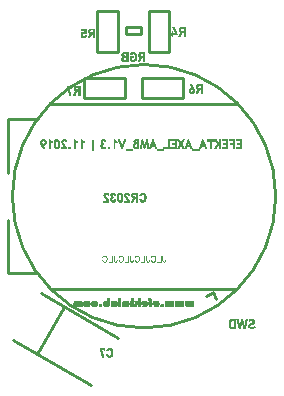
<source format=gbr>
G04 DipTrace 3.2.0.1*
G04 BottomSilk.gbr*
%MOIN*%
G04 #@! TF.FileFunction,Legend,Bot*
G04 #@! TF.Part,Single*
%ADD10C,0.009843*%
%ADD14C,0.001969*%
%ADD62C,0.003088*%
%FSLAX26Y26*%
G04*
G70*
G90*
G75*
G01*
G04 BotSilk*
%LPD*%
X-400375Y-480405D2*
D10*
X-141951Y-631222D1*
X-309094Y-323995D2*
X-50670Y-474813D1*
X-322179Y-526028D2*
X-230898Y-369619D1*
X241188Y-334200D2*
X263109Y-322639D1*
X263722Y-322534D2*
X275264Y-344470D1*
X119291Y479528D2*
X50787D1*
Y616929D1*
X119291D1*
Y479528D1*
X-52362D2*
X-120866D1*
Y616929D1*
X-52362D1*
Y479528D1*
X-27165Y393701D2*
X-164567D1*
Y325197D1*
X-27165D1*
Y393701D1*
X166535D2*
X29134D1*
Y325197D1*
X166535D1*
Y393701D1*
X25594Y539367D2*
X-25591D1*
Y562995D1*
X25594D1*
Y539367D1*
X-39370Y511809D2*
X-403551Y-1728D2*
G02X-403551Y-1728I439011J0D01*
G01*
X344525Y307311D2*
X-273606D1*
X344525Y-310768D2*
X-273606D1*
X-417276Y254195D2*
Y77024D1*
Y-80481D2*
Y-257652D1*
Y254195D2*
X-318929D1*
X-417276Y-257652D2*
X-318929D1*
X-112448Y-507400D2*
D14*
X-96699D1*
X-83904D2*
X-77999D1*
X-112444Y-508384D2*
X-96699D1*
X-85642D2*
X-76110D1*
X-112409Y-509368D2*
X-96699D1*
X-87076D2*
X-74595D1*
X-112284Y-510352D2*
X-96699D1*
X-88150D2*
X-73454D1*
X-112044Y-511337D2*
X-108358D1*
X-99652D2*
X-96699D1*
X-89003D2*
X-82723D1*
X-79180D2*
X-72617D1*
X-111757Y-512321D2*
X-108111D1*
X-99652D2*
X-96699D1*
X-89721D2*
X-84245D1*
X-77655D2*
X-71997D1*
X-111460Y-513305D2*
X-107821D1*
X-99652D2*
X-96699D1*
X-90245D2*
X-85408D1*
X-76470D2*
X-71561D1*
X-111133Y-514289D2*
X-107523D1*
X-99652D2*
X-96699D1*
X-90567D2*
X-86223D1*
X-75600D2*
X-71278D1*
X-110835Y-515274D2*
X-107192D1*
X-99652D2*
X-96699D1*
X-90794D2*
X-86857D1*
X-74963D2*
X-71032D1*
X-110612Y-516258D2*
X-106863D1*
X-74523D2*
X-70743D1*
X-110388Y-517242D2*
X-106549D1*
X-74271D2*
X-70469D1*
X-110104Y-518226D2*
X-106215D1*
X-74149D2*
X-70290D1*
X-109799Y-519211D2*
X-105915D1*
X-74095D2*
X-70196D1*
X-109495Y-520195D2*
X-105691D1*
X-74074D2*
X-70153D1*
X-109162Y-521179D2*
X-105467D1*
X-74066D2*
X-70135D1*
X-108832Y-522163D2*
X-105183D1*
X-74063D2*
X-70128D1*
X-108518Y-523148D2*
X-104878D1*
X-74062D2*
X-70126D1*
X-108184Y-524132D2*
X-104574D1*
X-74062D2*
X-70129D1*
X-107884Y-525116D2*
X-104241D1*
X-74066D2*
X-70163D1*
X-107659Y-526100D2*
X-103911D1*
X-74100D2*
X-70289D1*
X-107436Y-527085D2*
X-103596D1*
X-74229D2*
X-70524D1*
X-107152Y-528069D2*
X-103263D1*
X-74504D2*
X-70780D1*
X-106847Y-529053D2*
X-102962D1*
X-90794D2*
X-86857D1*
X-74924D2*
X-70987D1*
X-106543Y-530037D2*
X-102738D1*
X-90604D2*
X-86274D1*
X-75545D2*
X-71207D1*
X-106209Y-531022D2*
X-102514D1*
X-90230D2*
X-85499D1*
X-76367D2*
X-71523D1*
X-105880Y-532006D2*
X-102230D1*
X-89697D2*
X-83653D1*
X-78233D2*
X-71957D1*
X-105565Y-532990D2*
X-101925D1*
X-89070D2*
X-81058D1*
X-80839D2*
X-72542D1*
X-105231Y-533974D2*
X-101621D1*
X-88244D2*
X-73363D1*
X-104932Y-534959D2*
X-101283D1*
X-87063D2*
X-74533D1*
X-104727Y-535943D2*
X-100945D1*
X-85557D2*
X-76137D1*
X-104573Y-536927D2*
X-100636D1*
X-83904D2*
X-77999D1*
X324867Y-411634D2*
X338647D1*
X343568D2*
X347505D1*
X359316D2*
X362269D1*
X374080D2*
X378017D1*
X387860D2*
X395734D1*
X323130Y-412618D2*
X338647D1*
X343905D2*
X347543D1*
X359279D2*
X362421D1*
X374043D2*
X377681D1*
X386130D2*
X397471D1*
X321700Y-413602D2*
X338647D1*
X344202D2*
X347669D1*
X359153D2*
X362665D1*
X373916D2*
X377388D1*
X384585D2*
X398901D1*
X320657Y-414587D2*
X338647D1*
X344423D2*
X347905D1*
X358913D2*
X362924D1*
X373681D2*
X377197D1*
X383787D2*
X399941D1*
X319894Y-415571D2*
X326049D1*
X334710D2*
X338647D1*
X344645D2*
X348161D1*
X358626D2*
X363131D1*
X373424D2*
X377066D1*
X383675D2*
X388844D1*
X394552D2*
X400668D1*
X319287Y-416555D2*
X324528D1*
X334710D2*
X338647D1*
X344924D2*
X348367D1*
X358329D2*
X363348D1*
X373218D2*
X376897D1*
X383923D2*
X385891D1*
X396073D2*
X401151D1*
X318782Y-417539D2*
X323378D1*
X334710D2*
X338647D1*
X345198D2*
X348584D1*
X358002D2*
X363625D1*
X373001D2*
X376644D1*
X397220D2*
X401419D1*
X318401Y-418524D2*
X322504D1*
X334710D2*
X338647D1*
X345411D2*
X348862D1*
X357704D2*
X363899D1*
X372724D2*
X376381D1*
X398082D2*
X401548D1*
X318173Y-419508D2*
X322199D1*
X334710D2*
X338647D1*
X345630D2*
X349135D1*
X357480D2*
X364112D1*
X372454D2*
X376172D1*
X398335D2*
X401604D1*
X318060Y-420492D2*
X322035D1*
X334710D2*
X338647D1*
X345908D2*
X349348D1*
X357257D2*
X364331D1*
X372272D2*
X375954D1*
X398192D2*
X401622D1*
X318010Y-421476D2*
X321962D1*
X334710D2*
X338647D1*
X346182D2*
X349567D1*
X356977D2*
X364609D1*
X372144D2*
X375677D1*
X397680D2*
X401592D1*
X317990Y-422461D2*
X321932D1*
X334710D2*
X338647D1*
X346395D2*
X349845D1*
X356703D2*
X359312D1*
X361095D2*
X364883D1*
X371976D2*
X375403D1*
X396239D2*
X401431D1*
X317982Y-423445D2*
X321921D1*
X334710D2*
X338647D1*
X346614D2*
X350115D1*
X356490D2*
X359278D1*
X361705D2*
X365096D1*
X371722D2*
X375190D1*
X393975D2*
X401029D1*
X317979Y-424429D2*
X321917D1*
X334710D2*
X338647D1*
X346893D2*
X350297D1*
X356270D2*
X359152D1*
X362160D2*
X365315D1*
X371459D2*
X374971D1*
X391107D2*
X400327D1*
X317978Y-425413D2*
X321915D1*
X334710D2*
X338647D1*
X347166D2*
X350426D1*
X355992D2*
X358917D1*
X362556D2*
X365593D1*
X371251D2*
X374693D1*
X388327D2*
X399228D1*
X317978Y-426398D2*
X321915D1*
X334710D2*
X338647D1*
X347379D2*
X350594D1*
X355718D2*
X358660D1*
X362881D2*
X365867D1*
X371033D2*
X374419D1*
X386143D2*
X397468D1*
X317978Y-427382D2*
X321915D1*
X334710D2*
X338647D1*
X347598D2*
X350847D1*
X355505D2*
X358454D1*
X363115D2*
X366080D1*
X370755D2*
X374206D1*
X384617D2*
X394910D1*
X317978Y-428366D2*
X321915D1*
X334710D2*
X338647D1*
X347877D2*
X351110D1*
X355286D2*
X358237D1*
X363342D2*
X366299D1*
X370486D2*
X373987D1*
X383593D2*
X391956D1*
X317978Y-429350D2*
X321915D1*
X334710D2*
X338647D1*
X348151D2*
X351319D1*
X355008D2*
X357956D1*
X363623D2*
X366585D1*
X370300D2*
X373708D1*
X382893D2*
X389334D1*
X317978Y-430335D2*
X321915D1*
X334710D2*
X338647D1*
X348364D2*
X351540D1*
X354734D2*
X357652D1*
X363898D2*
X366930D1*
X370131D2*
X373435D1*
X382428D2*
X387455D1*
X317982Y-431319D2*
X321919D1*
X334710D2*
X338647D1*
X348583D2*
X351856D1*
X354518D2*
X357348D1*
X364111D2*
X367414D1*
X369899D2*
X373222D1*
X382168D2*
X386089D1*
X318016Y-432303D2*
X321957D1*
X334710D2*
X338647D1*
X348861D2*
X352280D1*
X354272D2*
X357019D1*
X364331D2*
X368185D1*
X369122D2*
X373003D1*
X382043D2*
X385537D1*
X318145Y-433287D2*
X322125D1*
X334710D2*
X338647D1*
X349131D2*
X352810D1*
X353891D2*
X356720D1*
X364613D2*
X372724D1*
X381992D2*
X385501D1*
X318416Y-434272D2*
X322443D1*
X334710D2*
X338647D1*
X349313D2*
X356496D1*
X364917D2*
X372450D1*
X382009D2*
X385822D1*
X318797Y-435256D2*
X323363D1*
X334710D2*
X338647D1*
X349442D2*
X356273D1*
X365221D2*
X372237D1*
X382165D2*
X386645D1*
X400655D2*
X401639D1*
X319247Y-436240D2*
X326059D1*
X334710D2*
X338647D1*
X349610D2*
X355993D1*
X365551D2*
X372018D1*
X382561D2*
X389177D1*
X397255D2*
X402165D1*
X319793Y-437224D2*
X330357D1*
X334710D2*
X338647D1*
X349863D2*
X355718D1*
X365850D2*
X371740D1*
X383220D2*
X393034D1*
X392880D2*
X402845D1*
X320570Y-438209D2*
X338647D1*
X350122D2*
X355502D1*
X366076D2*
X371470D1*
X384118D2*
X403608D1*
X321725Y-439193D2*
X338647D1*
X350297D2*
X355256D1*
X366327D2*
X371291D1*
X385337D2*
X401458D1*
X323221Y-440177D2*
X338647D1*
X350394D2*
X354875D1*
X366709D2*
X371192D1*
X386966D2*
X399144D1*
X324867Y-441161D2*
X338647D1*
X350458D2*
X354395D1*
X367190D2*
X371127D1*
X388844D2*
X396718D1*
X130110Y562354D2*
X134047D1*
X156685D2*
X171449D1*
X130484Y561370D2*
X134421D1*
X155250D2*
X171449D1*
X130907Y560386D2*
X134844D1*
X154022D2*
X171449D1*
X131364Y559402D2*
X135301D1*
X153055D2*
X171449D1*
X131842Y558417D2*
X135775D1*
X152372D2*
X158019D1*
X167512D2*
X171449D1*
X132328Y557433D2*
X136230D1*
X151888D2*
X156741D1*
X167512D2*
X171449D1*
X132819Y556449D2*
X136626D1*
X151482D2*
X155846D1*
X167512D2*
X171449D1*
X133309Y555465D2*
X136976D1*
X151161D2*
X155175D1*
X167512D2*
X171449D1*
X133802Y554480D2*
X137357D1*
X150995D2*
X154977D1*
X167512D2*
X171449D1*
X134293Y553496D2*
X137788D1*
X151019D2*
X154903D1*
X167512D2*
X171449D1*
X134786Y552512D2*
X138250D1*
X151213D2*
X155149D1*
X167512D2*
X171449D1*
X135277Y551528D2*
X138730D1*
X151485D2*
X155809D1*
X167512D2*
X171449D1*
X127157Y550543D2*
X130110D1*
X135766D2*
X139217D1*
X151813D2*
X158402D1*
X167512D2*
X171449D1*
X127157Y549559D2*
X130110D1*
X136227D2*
X139708D1*
X152305D2*
X162849D1*
X167512D2*
X171449D1*
X127157Y548575D2*
X130110D1*
X136625D2*
X140199D1*
X153029D2*
X171449D1*
X127157Y547591D2*
X130110D1*
X136975D2*
X140691D1*
X153953D2*
X171449D1*
X127157Y546606D2*
X130110D1*
X137357D2*
X141183D1*
X154911D2*
X171449D1*
X127157Y545622D2*
X130110D1*
X137788D2*
X141676D1*
X155754D2*
X171449D1*
X127150Y544638D2*
X130110D1*
X138253D2*
X142167D1*
X155957D2*
X160778D1*
X167512D2*
X171449D1*
X127081Y543654D2*
X130110D1*
X138759D2*
X142656D1*
X155686D2*
X160072D1*
X167512D2*
X171449D1*
X126919Y542669D2*
X130110D1*
X139328D2*
X143113D1*
X155232D2*
X159472D1*
X167512D2*
X171449D1*
X126381Y541685D2*
X130110D1*
X139953D2*
X143476D1*
X154656D2*
X158931D1*
X167512D2*
X171449D1*
X125859Y540701D2*
X143697D1*
X154076D2*
X158420D1*
X167512D2*
X171449D1*
X125512Y539717D2*
X143809D1*
X153532D2*
X157919D1*
X167512D2*
X171449D1*
X125328Y538732D2*
X143860D1*
X153012D2*
X157425D1*
X167512D2*
X171449D1*
X125240Y537748D2*
X143890D1*
X152509D2*
X156931D1*
X167512D2*
X171449D1*
X127157Y536764D2*
X130110D1*
X152012D2*
X156440D1*
X167512D2*
X171449D1*
X127157Y535780D2*
X130110D1*
X151516D2*
X155950D1*
X167512D2*
X171449D1*
X127157Y534795D2*
X130110D1*
X150997D2*
X155484D1*
X167512D2*
X171449D1*
X127157Y533811D2*
X130110D1*
X150422D2*
X155074D1*
X167512D2*
X171449D1*
X127157Y532827D2*
X130110D1*
X149795D2*
X154717D1*
X167512D2*
X171449D1*
X-174349Y557034D2*
X-159585D1*
X-145806D2*
X-131042D1*
X-174349Y556050D2*
X-159585D1*
X-147241D2*
X-131042D1*
X-174349Y555066D2*
X-159585D1*
X-148469D2*
X-131042D1*
X-174349Y554081D2*
X-159585D1*
X-149436D2*
X-131042D1*
X-163522Y553097D2*
X-159585D1*
X-150119D2*
X-144472D1*
X-134979D2*
X-131042D1*
X-163522Y552113D2*
X-159585D1*
X-150602D2*
X-145750D1*
X-134979D2*
X-131042D1*
X-163522Y551129D2*
X-159585D1*
X-151008D2*
X-146645D1*
X-134979D2*
X-131042D1*
X-163526Y550144D2*
X-159585D1*
X-151330D2*
X-147316D1*
X-134979D2*
X-131042D1*
X-163564Y549160D2*
X-159585D1*
X-151496D2*
X-147514D1*
X-134979D2*
X-131042D1*
X-163716Y548176D2*
X-159585D1*
X-151472D2*
X-147588D1*
X-134979D2*
X-131042D1*
X-170412Y547192D2*
X-165491D1*
X-164052D2*
X-159585D1*
X-151278D2*
X-147342D1*
X-134979D2*
X-131042D1*
X-171813Y546207D2*
X-159585D1*
X-151006D2*
X-146682D1*
X-134979D2*
X-131042D1*
X-172950Y545223D2*
X-159585D1*
X-150678D2*
X-144089D1*
X-134979D2*
X-131042D1*
X-173803Y544239D2*
X-159585D1*
X-150185D2*
X-139642D1*
X-134979D2*
X-131042D1*
X-174434Y543255D2*
X-169390D1*
X-165672D2*
X-159585D1*
X-149462D2*
X-131042D1*
X-174873Y542270D2*
X-170245D1*
X-164049D2*
X-159585D1*
X-148538D2*
X-131042D1*
X-175124Y541286D2*
X-170954D1*
X-162538D2*
X-159585D1*
X-147579D2*
X-131042D1*
X-175246Y540302D2*
X-171522D1*
X-146737D2*
X-131042D1*
X-175300Y539318D2*
X-171935D1*
X-146534D2*
X-141713D1*
X-134979D2*
X-131042D1*
X-175321Y538333D2*
X-172173D1*
X-146805D2*
X-142418D1*
X-134979D2*
X-131042D1*
X-175329Y537349D2*
X-172257D1*
X-147258D2*
X-143019D1*
X-134979D2*
X-131042D1*
X-175332Y536365D2*
X-172180D1*
X-147835D2*
X-143560D1*
X-134979D2*
X-131042D1*
X-175329Y535381D2*
X-171926D1*
X-148414D2*
X-144071D1*
X-134979D2*
X-131042D1*
X-175295Y534396D2*
X-171507D1*
X-162538D2*
X-159585D1*
X-148959D2*
X-144572D1*
X-134979D2*
X-131042D1*
X-175166Y533412D2*
X-170967D1*
X-163186D2*
X-159741D1*
X-149479D2*
X-145066D1*
X-134979D2*
X-131042D1*
X-174891Y532428D2*
X-169663D1*
X-164897D2*
X-160024D1*
X-149981D2*
X-145560D1*
X-134979D2*
X-131042D1*
X-174471Y531444D2*
X-167768D1*
X-167410D2*
X-160446D1*
X-150479D2*
X-146051D1*
X-134979D2*
X-131042D1*
X-173863Y530459D2*
X-161056D1*
X-150975D2*
X-146541D1*
X-134979D2*
X-131042D1*
X-172968Y529475D2*
X-161950D1*
X-151494D2*
X-147007D1*
X-134979D2*
X-131042D1*
X-171772Y528491D2*
X-163146D1*
X-152068D2*
X-147417D1*
X-134979D2*
X-131042D1*
X-170412Y527507D2*
X-164507D1*
X-152696D2*
X-147774D1*
X-134979D2*
X-131042D1*
X-222526Y366853D2*
X-206778D1*
X-193983D2*
X-179219D1*
X-222522Y365869D2*
X-206778D1*
X-195418D2*
X-179219D1*
X-222488Y364885D2*
X-206778D1*
X-196646D2*
X-179219D1*
X-222362Y363900D2*
X-206778D1*
X-197613D2*
X-179219D1*
X-222123Y362916D2*
X-218437D1*
X-209731D2*
X-206778D1*
X-198296D2*
X-192649D1*
X-183156D2*
X-179219D1*
X-221836Y361932D2*
X-218189D1*
X-209731D2*
X-206778D1*
X-198780D2*
X-193927D1*
X-183156D2*
X-179219D1*
X-221539Y360948D2*
X-217900D1*
X-209731D2*
X-206778D1*
X-199186D2*
X-194822D1*
X-183156D2*
X-179219D1*
X-221212Y359963D2*
X-217602D1*
X-209731D2*
X-206778D1*
X-199507D2*
X-195493D1*
X-183156D2*
X-179219D1*
X-220914Y358979D2*
X-217271D1*
X-209731D2*
X-206778D1*
X-199673D2*
X-195691D1*
X-183156D2*
X-179219D1*
X-220690Y357995D2*
X-216942D1*
X-199649D2*
X-195765D1*
X-183156D2*
X-179219D1*
X-220467Y357010D2*
X-216628D1*
X-199455D2*
X-195519D1*
X-183156D2*
X-179219D1*
X-220183Y356026D2*
X-216294D1*
X-199183D2*
X-194859D1*
X-183156D2*
X-179219D1*
X-219878Y355042D2*
X-215994D1*
X-198855D2*
X-192266D1*
X-183156D2*
X-179219D1*
X-219574Y354058D2*
X-215769D1*
X-198363D2*
X-187819D1*
X-183156D2*
X-179219D1*
X-219241Y353073D2*
X-215546D1*
X-197639D2*
X-179219D1*
X-218911Y352089D2*
X-215262D1*
X-196715D2*
X-179219D1*
X-218596Y351105D2*
X-214957D1*
X-195757D2*
X-179219D1*
X-218263Y350121D2*
X-214653D1*
X-194914D2*
X-179219D1*
X-217962Y349136D2*
X-214319D1*
X-194711D2*
X-189890D1*
X-183156D2*
X-179219D1*
X-217738Y348152D2*
X-213990D1*
X-194982D2*
X-190596D1*
X-183156D2*
X-179219D1*
X-217514Y347168D2*
X-213675D1*
X-195436D2*
X-191196D1*
X-183156D2*
X-179219D1*
X-217230Y346184D2*
X-213341D1*
X-196012D2*
X-191737D1*
X-183156D2*
X-179219D1*
X-216925Y345199D2*
X-213041D1*
X-196592D2*
X-192248D1*
X-183156D2*
X-179219D1*
X-216621Y344215D2*
X-212817D1*
X-197136D2*
X-192749D1*
X-183156D2*
X-179219D1*
X-216288Y343231D2*
X-212593D1*
X-197656D2*
X-193243D1*
X-183156D2*
X-179219D1*
X-215958Y342247D2*
X-212309D1*
X-198159D2*
X-193737D1*
X-183156D2*
X-179219D1*
X-215644Y341262D2*
X-212004D1*
X-198656D2*
X-194228D1*
X-183156D2*
X-179219D1*
X-215310Y340278D2*
X-211699D1*
X-199152D2*
X-194718D1*
X-183156D2*
X-179219D1*
X-215011Y339294D2*
X-211361D1*
X-199671D2*
X-195184D1*
X-183156D2*
X-179219D1*
X-214805Y338310D2*
X-211024D1*
X-200246D2*
X-195594D1*
X-183156D2*
X-179219D1*
X-214652Y337325D2*
X-210715D1*
X-200873D2*
X-195951D1*
X-183156D2*
X-179219D1*
X189209Y371966D2*
X192161D1*
X213815D2*
X228579D1*
X189583Y370982D2*
X192990D1*
X212380D2*
X228579D1*
X190006Y369997D2*
X193695D1*
X211152D2*
X228579D1*
X190463Y369013D2*
X194295D1*
X210184D2*
X228579D1*
X190941Y368029D2*
X194837D1*
X209502D2*
X215149D1*
X224642D2*
X228579D1*
X191426Y367045D2*
X195348D1*
X209018D2*
X213871D1*
X224642D2*
X228579D1*
X191917Y366060D2*
X195849D1*
X208612D2*
X212976D1*
X224642D2*
X228579D1*
X192407Y365076D2*
X196343D1*
X208291D2*
X212305D1*
X224642D2*
X228579D1*
X192897Y364092D2*
X196837D1*
X208125D2*
X212107D1*
X224642D2*
X228579D1*
X193363Y363108D2*
X197328D1*
X208148D2*
X212033D1*
X224642D2*
X228579D1*
X193773Y362123D2*
X197821D1*
X208342D2*
X212279D1*
X224642D2*
X228579D1*
X194130Y361139D2*
X198313D1*
X208615D2*
X212939D1*
X224642D2*
X228579D1*
X191328Y360155D2*
X198802D1*
X208943D2*
X215531D1*
X224642D2*
X228579D1*
X189217Y359171D2*
X199262D1*
X209435D2*
X219979D1*
X224642D2*
X228579D1*
X187699Y358186D2*
X199660D1*
X210159D2*
X228579D1*
X186625Y357202D2*
X200007D1*
X211083D2*
X228579D1*
X185819Y356218D2*
X191527D1*
X195077D2*
X200354D1*
X212041D2*
X228579D1*
X185537Y355234D2*
X190249D1*
X195931D2*
X200656D1*
X212884D2*
X228579D1*
X185384Y354249D2*
X189354D1*
X196641D2*
X200847D1*
X213087D2*
X217908D1*
X224642D2*
X228579D1*
X185316Y353265D2*
X188683D1*
X197205D2*
X200946D1*
X212816D2*
X217202D1*
X224642D2*
X228579D1*
X185288Y352281D2*
X188451D1*
X197583D2*
X200991D1*
X212362D2*
X216602D1*
X224642D2*
X228579D1*
X185277Y351297D2*
X188358D1*
X197791D2*
X201009D1*
X211786D2*
X216061D1*
X224642D2*
X228579D1*
X185277Y350312D2*
X188433D1*
X197564D2*
X201012D1*
X211206D2*
X215549D1*
X224642D2*
X228579D1*
X185311Y349328D2*
X188642D1*
X197170D2*
X200980D1*
X210661D2*
X215049D1*
X224642D2*
X228579D1*
X185440Y348344D2*
X189219D1*
X196647D2*
X200852D1*
X210142D2*
X214555D1*
X224642D2*
X228579D1*
X185714Y347360D2*
X190785D1*
X195347D2*
X200578D1*
X209639D2*
X214061D1*
X224642D2*
X228579D1*
X186134Y346375D2*
X193186D1*
X193454D2*
X200158D1*
X209142D2*
X213569D1*
X224642D2*
X228579D1*
X186742Y345391D2*
X199549D1*
X208646D2*
X213080D1*
X224642D2*
X228579D1*
X187637Y344407D2*
X198654D1*
X208127D2*
X212614D1*
X224642D2*
X228579D1*
X188833Y343423D2*
X197459D1*
X207552D2*
X212204D1*
X224642D2*
X228579D1*
X190193Y342438D2*
X196098D1*
X206925D2*
X211846D1*
X224642D2*
X228579D1*
X-34430Y478643D2*
X-19667D1*
X-4903D2*
X1003D1*
X21672D2*
X36436D1*
X-36167Y477659D2*
X-19667D1*
X-6640D2*
X2774D1*
X20237D2*
X36436D1*
X-37438Y476675D2*
X-19667D1*
X-8074D2*
X4299D1*
X19009D2*
X36436D1*
X-38325Y475690D2*
X-19667D1*
X-9148D2*
X5484D1*
X18041D2*
X36436D1*
X-38989Y474706D2*
X-34389D1*
X-23604D2*
X-19667D1*
X-10002D2*
X-3721D1*
X-179D2*
X6354D1*
X17359D2*
X23006D1*
X32499D2*
X36436D1*
X-39517Y473722D2*
X-35209D1*
X-23604D2*
X-19667D1*
X-10720D2*
X-5244D1*
X1346D2*
X6991D1*
X16875D2*
X21728D1*
X32499D2*
X36436D1*
X-39904Y472738D2*
X-35793D1*
X-23604D2*
X-19667D1*
X-11244D2*
X-6407D1*
X2531D2*
X7435D1*
X16469D2*
X20833D1*
X32499D2*
X36436D1*
X-40100Y471753D2*
X-36122D1*
X-23604D2*
X-19667D1*
X-11566D2*
X-7222D1*
X3401D2*
X7721D1*
X16148D2*
X20162D1*
X32499D2*
X36436D1*
X-40085Y470769D2*
X-36244D1*
X-23604D2*
X-19667D1*
X-11793D2*
X-7856D1*
X4038D2*
X7969D1*
X15982D2*
X19964D1*
X32499D2*
X36436D1*
X-39862Y469785D2*
X-36238D1*
X-23604D2*
X-19667D1*
X4479D2*
X8258D1*
X16005D2*
X19890D1*
X32499D2*
X36436D1*
X-39466Y468801D2*
X-35723D1*
X-23604D2*
X-19667D1*
X4730D2*
X8532D1*
X16199D2*
X20136D1*
X32499D2*
X36436D1*
X-38906Y467816D2*
X-33292D1*
X-23604D2*
X-19667D1*
X4852D2*
X8712D1*
X16472D2*
X20796D1*
X32499D2*
X36436D1*
X-38208Y466832D2*
X-29048D1*
X-23604D2*
X-19667D1*
X4906D2*
X8806D1*
X16800D2*
X23388D1*
X32499D2*
X36436D1*
X-37546Y465848D2*
X-19667D1*
X4927D2*
X8849D1*
X17292D2*
X27836D1*
X32499D2*
X36436D1*
X-37026Y464864D2*
X-19667D1*
X-12777D2*
X-2934D1*
X4935D2*
X8866D1*
X18016D2*
X36436D1*
X-37112Y463879D2*
X-19667D1*
X-12777D2*
X-2934D1*
X4938D2*
X8873D1*
X18940D2*
X36436D1*
X-37723Y462895D2*
X-19667D1*
X-12777D2*
X-2934D1*
X4939D2*
X8875D1*
X19898D2*
X36436D1*
X-38470Y461911D2*
X-34393D1*
X-23604D2*
X-19667D1*
X-12773D2*
X-2934D1*
X4939D2*
X8872D1*
X20740D2*
X36436D1*
X-39202Y460927D2*
X-35247D1*
X-23604D2*
X-19667D1*
X-12738D2*
X-8840D1*
X4940D2*
X8838D1*
X20944D2*
X25765D1*
X32499D2*
X36436D1*
X-39751Y459942D2*
X-35953D1*
X-23604D2*
X-19667D1*
X-12613D2*
X-8836D1*
X4936D2*
X8713D1*
X20673D2*
X25059D1*
X32499D2*
X36436D1*
X-40070Y458958D2*
X-36487D1*
X-23604D2*
X-19667D1*
X-12377D2*
X-8798D1*
X4901D2*
X8477D1*
X20219D2*
X24459D1*
X32499D2*
X36436D1*
X-40226Y457974D2*
X-36881D1*
X-23604D2*
X-19667D1*
X-12121D2*
X-8638D1*
X4772D2*
X8221D1*
X19643D2*
X23918D1*
X32499D2*
X36436D1*
X-40289Y456990D2*
X-36761D1*
X-23604D2*
X-19667D1*
X-11915D2*
X-8265D1*
X4490D2*
X8015D1*
X19063D2*
X23406D1*
X32499D2*
X36436D1*
X-40282Y456005D2*
X-36498D1*
X-23604D2*
X-19667D1*
X-11694D2*
X-7650D1*
X4097D2*
X7794D1*
X18518D2*
X22906D1*
X32499D2*
X36436D1*
X-40163Y455021D2*
X-35723D1*
X-23604D2*
X-19667D1*
X-11378D2*
X-6859D1*
X3257D2*
X7478D1*
X17999D2*
X22412D1*
X32499D2*
X36436D1*
X-39892Y454037D2*
X-32951D1*
X-23604D2*
X-19667D1*
X-10945D2*
X-4773D1*
X1054D2*
X7045D1*
X17496D2*
X21918D1*
X32499D2*
X36436D1*
X-39473Y453052D2*
X-28371D1*
X-23604D2*
X-19667D1*
X-10359D2*
X-1691D1*
X-2127D2*
X6459D1*
X16999D2*
X21426D1*
X32499D2*
X36436D1*
X-38865Y452068D2*
X-19667D1*
X-9539D2*
X5638D1*
X16503D2*
X20936D1*
X32499D2*
X36436D1*
X-37971Y451084D2*
X-19667D1*
X-8368D2*
X4468D1*
X15984D2*
X20471D1*
X32499D2*
X36436D1*
X-36775Y450100D2*
X-19667D1*
X-6765D2*
X2865D1*
X15409D2*
X20061D1*
X32499D2*
X36436D1*
X-35415Y449115D2*
X-19667D1*
X-4903D2*
X1003D1*
X14782D2*
X19703D1*
X32499D2*
X36436D1*
X-95248Y10054D2*
X-88358D1*
X-71626D2*
X-65720D1*
X-48988D2*
X-43083D1*
X-26350D2*
X-19461D1*
X-1744D2*
X13020D1*
X26799D2*
X32705D1*
X-96531Y9070D2*
X-86957D1*
X-73061D2*
X-64319D1*
X-50423D2*
X-41648D1*
X-27633D2*
X-18060D1*
X-3179D2*
X13020D1*
X25062D2*
X34594D1*
X-97519Y8085D2*
X-85820D1*
X-74289D2*
X-63182D1*
X-51651D2*
X-40419D1*
X-28621D2*
X-16923D1*
X-4407D2*
X13020D1*
X23628D2*
X36109D1*
X-98262Y7101D2*
X-84967D1*
X-75253D2*
X-62329D1*
X-52615D2*
X-39456D1*
X-29365D2*
X-16070D1*
X-5375D2*
X13020D1*
X22554D2*
X37250D1*
X-98863Y6117D2*
X-93045D1*
X-89689D2*
X-84336D1*
X-76009D2*
X-70292D1*
X-66705D2*
X-61698D1*
X-53371D2*
X-47769D1*
X-44302D2*
X-38700D1*
X-29966D2*
X-24147D1*
X-20791D2*
X-15438D1*
X-6057D2*
X-410D1*
X9083D2*
X13020D1*
X21701D2*
X27981D1*
X31523D2*
X38087D1*
X-99362Y5133D2*
X-94440D1*
X-88377D2*
X-83894D1*
X-76286D2*
X-71570D1*
X-65720D2*
X-61256D1*
X-53648D2*
X-49164D1*
X-42906D2*
X-38385D1*
X-30464D2*
X-25542D1*
X-19480D2*
X-14997D1*
X-6541D2*
X-1688D1*
X9083D2*
X13020D1*
X20982D2*
X26458D1*
X33048D2*
X38706D1*
X-99708Y4148D2*
X-95513D1*
X-87337D2*
X-83626D1*
X-76436D2*
X-72461D1*
X-64736D2*
X-60988D1*
X-53798D2*
X-50237D1*
X-41833D2*
X-38109D1*
X-30810D2*
X-26615D1*
X-18439D2*
X-14728D1*
X-6947D2*
X-2583D1*
X9083D2*
X13020D1*
X20458D2*
X25296D1*
X34233D2*
X39143D1*
X-99899Y3164D2*
X-95935D1*
X-86390D2*
X-83437D1*
X-76500D2*
X-73120D1*
X-63752D2*
X-60799D1*
X-53866D2*
X-50610D1*
X-41460D2*
X-37806D1*
X-31001D2*
X-27037D1*
X-17492D2*
X-14539D1*
X-7268D2*
X-3254D1*
X9083D2*
X13020D1*
X20136D2*
X24480D1*
X35103D2*
X39425D1*
X-99706Y2180D2*
X-95940D1*
X-76493D2*
X-73292D1*
X-53893D2*
X-50810D1*
X-41261D2*
X-37526D1*
X-30808D2*
X-27042D1*
X-7434D2*
X-3452D1*
X9083D2*
X13020D1*
X19909D2*
X23846D1*
X35740D2*
X39672D1*
X-99452Y1196D2*
X-95743D1*
X-76374D2*
X-73035D1*
X-53904D2*
X-50900D1*
X-41171D2*
X-37343D1*
X-30555D2*
X-26845D1*
X-7411D2*
X-3526D1*
X9083D2*
X13020D1*
X36181D2*
X39961D1*
X-99167Y211D2*
X-95393D1*
X-76100D2*
X-72610D1*
X-53908D2*
X-50936D1*
X-41135D2*
X-37248D1*
X-30270D2*
X-26495D1*
X-7217D2*
X-3280D1*
X9083D2*
X13020D1*
X36432D2*
X40234D1*
X-98809Y-773D2*
X-94960D1*
X-75647D2*
X-71503D1*
X-53909D2*
X-50949D1*
X-41122D2*
X-37205D1*
X-29911D2*
X-26062D1*
X-6944D2*
X-2620D1*
X9083D2*
X13020D1*
X36555D2*
X40414D1*
X-98357Y-1757D2*
X-94457D1*
X-74927D2*
X-70181D1*
X-53909D2*
X-50954D1*
X-41117D2*
X-37188D1*
X-29459D2*
X-25559D1*
X-6616D2*
X-28D1*
X9083D2*
X13020D1*
X36608D2*
X40508D1*
X-97804Y-2741D2*
X-93849D1*
X-73865D2*
X-68888D1*
X-53909D2*
X-50956D1*
X-41115D2*
X-37181D1*
X-28906D2*
X-24952D1*
X-6124D2*
X4420D1*
X9083D2*
X13020D1*
X36629D2*
X40551D1*
X-97180Y-3726D2*
X-93124D1*
X-72610D2*
X-68246D1*
X-53909D2*
X-50956D1*
X-41114D2*
X-37178D1*
X-28282D2*
X-24226D1*
X-5400D2*
X13020D1*
X36637D2*
X40568D1*
X-96548Y-4710D2*
X-92377D1*
X-73775D2*
X-68042D1*
X-53909D2*
X-50957D1*
X-41114D2*
X-37178D1*
X-27650D2*
X-23480D1*
X-4476D2*
X13020D1*
X36640D2*
X40575D1*
X-95871Y-5694D2*
X-91679D1*
X-74774D2*
X-69396D1*
X-53909D2*
X-50957D1*
X-41114D2*
X-37177D1*
X-26973D2*
X-22781D1*
X-3518D2*
X13020D1*
X36641D2*
X40577D1*
X-95114Y-6678D2*
X-90967D1*
X-75560D2*
X-70838D1*
X-53909D2*
X-50957D1*
X-41114D2*
X-37177D1*
X-26216D2*
X-22069D1*
X-2676D2*
X13020D1*
X36642D2*
X40574D1*
X-94354Y-7663D2*
X-90166D1*
X-76194D2*
X-72031D1*
X-53909D2*
X-50957D1*
X-41114D2*
X-37177D1*
X-25456D2*
X-21268D1*
X-2472D2*
X2349D1*
X9083D2*
X13020D1*
X36638D2*
X40540D1*
X-93650Y-8647D2*
X-89310D1*
X-76714D2*
X-72960D1*
X-53909D2*
X-50957D1*
X-41114D2*
X-37181D1*
X-24752D2*
X-20413D1*
X-2743D2*
X1643D1*
X9083D2*
X13020D1*
X36603D2*
X40415D1*
X-92940Y-9631D2*
X-88494D1*
X-77103D2*
X-73288D1*
X-53909D2*
X-50957D1*
X-41114D2*
X-37216D1*
X-24043D2*
X-19596D1*
X-3197D2*
X1043D1*
X9083D2*
X13020D1*
X36474D2*
X40179D1*
X-92169Y-10615D2*
X-87763D1*
X-77330D2*
X-73461D1*
X-53909D2*
X-50953D1*
X-41118D2*
X-37341D1*
X-23272D2*
X-18866D1*
X-3773D2*
X502D1*
X9083D2*
X13020D1*
X36200D2*
X39923D1*
X-91404Y-11600D2*
X-87042D1*
X-77410D2*
X-73498D1*
X-53909D2*
X-50911D1*
X-41160D2*
X-37577D1*
X-22507D2*
X-18144D1*
X-4353D2*
X-10D1*
X9083D2*
X13020D1*
X19909D2*
X23846D1*
X35780D2*
X39717D1*
X-90698Y-12584D2*
X-86266D1*
X-77331D2*
X-73434D1*
X-63752D2*
X-59815D1*
X-53906D2*
X-50807D1*
X-41264D2*
X-37833D1*
X-21801D2*
X-17369D1*
X-4898D2*
X-510D1*
X9083D2*
X13020D1*
X20099D2*
X24429D1*
X35158D2*
X39496D1*
X-89984Y-13568D2*
X-85503D1*
X-77081D2*
X-72897D1*
X-64400D2*
X-60193D1*
X-53867D2*
X-50263D1*
X-41808D2*
X-38043D1*
X-21086D2*
X-16606D1*
X-5417D2*
X-1004D1*
X9083D2*
X13020D1*
X20473D2*
X25205D1*
X34336D2*
X39180D1*
X-89179Y-14552D2*
X-84835D1*
X-76704D2*
X-71214D1*
X-66111D2*
X-60650D1*
X-53703D2*
X-48578D1*
X-43493D2*
X-38298D1*
X-20281D2*
X-15938D1*
X-5920D2*
X-1498D1*
X9083D2*
X13020D1*
X21006D2*
X27050D1*
X32471D2*
X38747D1*
X-88294Y-15537D2*
X-84285D1*
X-76222D2*
X-68715D1*
X-68624D2*
X-61241D1*
X-53300D2*
X-46078D1*
X-45993D2*
X-38743D1*
X-19396D2*
X-15387D1*
X-6417D2*
X-1990D1*
X9083D2*
X13020D1*
X21633D2*
X29646D1*
X29865D2*
X38161D1*
X-100169Y-16521D2*
X-83878D1*
X-75552D2*
X-62026D1*
X-52610D2*
X-39450D1*
X-31272D2*
X-14981D1*
X-6913D2*
X-2480D1*
X9083D2*
X13020D1*
X22460D2*
X37340D1*
X-100169Y-17505D2*
X-83639D1*
X-74546D2*
X-63045D1*
X-51635D2*
X-40432D1*
X-31272D2*
X-14741D1*
X-7432D2*
X-2945D1*
X9083D2*
X13020D1*
X23640D2*
X36170D1*
X-100169Y-18490D2*
X-83515D1*
X-73173D2*
X-64313D1*
X-50386D2*
X-41684D1*
X-31272D2*
X-14617D1*
X-8007D2*
X-3355D1*
X9083D2*
X13020D1*
X25147D2*
X34567D1*
X-100169Y-19474D2*
X-83437D1*
X-71626D2*
X-65720D1*
X-48988D2*
X-43083D1*
X-31272D2*
X-14539D1*
X-8634D2*
X-3713D1*
X9083D2*
X13020D1*
X26799D2*
X32705D1*
X-87618Y-341445D2*
X-80728D1*
X-50217D2*
X-43327D1*
X-8878D2*
X-1988D1*
X13760D2*
X20650D1*
X49193D2*
X52146D1*
X-87618Y-342429D2*
X-80728D1*
X-50217D2*
X-43327D1*
X-8878D2*
X-1988D1*
X13760D2*
X20650D1*
X49193D2*
X53699D1*
X-87618Y-343413D2*
X-80728D1*
X-50217D2*
X-43327D1*
X-8878D2*
X-1988D1*
X13760D2*
X20650D1*
X49193D2*
X55084D1*
X-87618Y-344398D2*
X-80728D1*
X-50217D2*
X-43327D1*
X-8878D2*
X-1988D1*
X13760D2*
X20650D1*
X49193D2*
X56226D1*
X-87618Y-345382D2*
X-80728D1*
X-50217D2*
X-43327D1*
X-8878D2*
X-1988D1*
X13760D2*
X20650D1*
X49201D2*
X57155D1*
X-87618Y-346366D2*
X-80728D1*
X-50217D2*
X-43327D1*
X-8878D2*
X-1988D1*
X13760D2*
X20650D1*
X49274D2*
X57921D1*
X-87618Y-347350D2*
X-80728D1*
X-50217D2*
X-43327D1*
X-8878D2*
X-1988D1*
X13760D2*
X20650D1*
X49447D2*
X58466D1*
X-87618Y-348335D2*
X-80728D1*
X-50217D2*
X-43327D1*
X-8878D2*
X-1988D1*
X13760D2*
X20650D1*
X50128D2*
X58777D1*
X-194902Y-349319D2*
X-189980D1*
X-182106D2*
X-177185D1*
X-160453D2*
X-153563D1*
X-134862D2*
X-128957D1*
X-94508D2*
X-89587D1*
X-87618D2*
X-80728D1*
X-68917D2*
X-62028D1*
X-50217D2*
X-43327D1*
X-30531D2*
X-23642D1*
X-12815D2*
X-1988D1*
X1949D2*
X9823D1*
X13760D2*
X20650D1*
X31476D2*
X38366D1*
X50889D2*
X58929D1*
X69862D2*
X76752D1*
X105295D2*
X112185D1*
X116122D2*
X123012D1*
X125965D2*
X132854D1*
X138760D2*
X145650D1*
X149587D2*
X156476D1*
X159429D2*
X166319D1*
X172224D2*
X179114D1*
X183051D2*
X189941D1*
X192894D2*
X199783D1*
X-196303Y-350303D2*
X-186628D1*
X-185459D2*
X-175750D1*
X-161891D2*
X-151792D1*
X-136755D2*
X-127185D1*
X-96245D2*
X-89587D1*
X-87618D2*
X-80728D1*
X-70655D2*
X-60256D1*
X-50217D2*
X-43327D1*
X-32269D2*
X-21871D1*
X-12815D2*
X-1988D1*
X2559D2*
X10197D1*
X13760D2*
X20650D1*
X30038D2*
X40137D1*
X51490D2*
X58994D1*
X68424D2*
X78523D1*
X105295D2*
X112185D1*
X116122D2*
X123012D1*
X125965D2*
X132854D1*
X138760D2*
X145650D1*
X149587D2*
X156476D1*
X159429D2*
X166319D1*
X172224D2*
X179114D1*
X183051D2*
X189941D1*
X192894D2*
X199783D1*
X-197440Y-351287D2*
X-174522D1*
X-163154D2*
X-150266D1*
X-138301D2*
X-125660D1*
X-97679D2*
X-89587D1*
X-87618D2*
X-80728D1*
X-72085D2*
X-58731D1*
X-50217D2*
X-43327D1*
X-33699D2*
X-20345D1*
X-12815D2*
X-1988D1*
X3120D2*
X10620D1*
X13756D2*
X20650D1*
X28775D2*
X41663D1*
X51846D2*
X59020D1*
X67161D2*
X80048D1*
X105295D2*
X112185D1*
X116122D2*
X123012D1*
X125965D2*
X132854D1*
X138760D2*
X145650D1*
X149587D2*
X156476D1*
X159429D2*
X166319D1*
X172224D2*
X179114D1*
X183051D2*
X189941D1*
X192894D2*
X199783D1*
X-198293Y-352272D2*
X-173558D1*
X-164247D2*
X-149082D1*
X-139533D2*
X-124476D1*
X-98753D2*
X-89587D1*
X-87618D2*
X-80728D1*
X-73128D2*
X-57546D1*
X-50217D2*
X-43327D1*
X-34742D2*
X-19161D1*
X-12815D2*
X-1988D1*
X3648D2*
X11080D1*
X13719D2*
X20650D1*
X27686D2*
X42847D1*
X52021D2*
X59030D1*
X66072D2*
X81233D1*
X105295D2*
X112185D1*
X116122D2*
X123012D1*
X125965D2*
X132854D1*
X138760D2*
X145650D1*
X149587D2*
X156476D1*
X159429D2*
X166319D1*
X172224D2*
X179114D1*
X183051D2*
X189941D1*
X192894D2*
X199783D1*
X-198924Y-353256D2*
X-172802D1*
X-165166D2*
X-148212D1*
X-140472D2*
X-123606D1*
X-99607D2*
X-89602D1*
X-87618D2*
X-80728D1*
X-73891D2*
X-56677D1*
X-50217D2*
X-43327D1*
X-35505D2*
X-18291D1*
X-12815D2*
X-1988D1*
X4157D2*
X11584D1*
X13566D2*
X20650D1*
X26798D2*
X43717D1*
X52100D2*
X59034D1*
X65184D2*
X82103D1*
X105295D2*
X112185D1*
X116122D2*
X123012D1*
X125965D2*
X132854D1*
X138760D2*
X145650D1*
X149587D2*
X156476D1*
X159429D2*
X166319D1*
X172224D2*
X179114D1*
X183051D2*
X189941D1*
X192894D2*
X199783D1*
X-199363Y-354240D2*
X-172525D1*
X-165901D2*
X-147571D1*
X-141191D2*
X-122969D1*
X-100324D2*
X-89648D1*
X-87618D2*
X-80728D1*
X-74498D2*
X-56039D1*
X-50217D2*
X-43327D1*
X-36112D2*
X-17654D1*
X-12815D2*
X-1988D1*
X4681D2*
X12152D1*
X13230D2*
X20650D1*
X26153D2*
X44358D1*
X49193D2*
X59035D1*
X64539D2*
X82744D1*
X105295D2*
X112185D1*
X116122D2*
X123012D1*
X125965D2*
X132854D1*
X138760D2*
X145650D1*
X149587D2*
X156476D1*
X159429D2*
X166319D1*
X172224D2*
X179114D1*
X183051D2*
X189941D1*
X192894D2*
X199783D1*
X-199613Y-355224D2*
X-172375D1*
X-166479D2*
X-147096D1*
X-141492D2*
X-122528D1*
X-100845D2*
X-90079D1*
X-87618D2*
X-80728D1*
X-75002D2*
X-55595D1*
X-50217D2*
X-43327D1*
X-36617D2*
X-17209D1*
X-12815D2*
X-1988D1*
X5258D2*
X20650D1*
X25686D2*
X32461D1*
X37188D2*
X44833D1*
X49193D2*
X59035D1*
X64072D2*
X70846D1*
X75574D2*
X83219D1*
X105295D2*
X112185D1*
X116122D2*
X123012D1*
X125965D2*
X132854D1*
X138760D2*
X145650D1*
X149587D2*
X156476D1*
X159429D2*
X166319D1*
X172224D2*
X179114D1*
X183051D2*
X189941D1*
X192894D2*
X199783D1*
X-199736Y-356209D2*
X-172307D1*
X-166896D2*
X-146719D1*
X-140714D2*
X-122277D1*
X-101146D2*
X-91298D1*
X-87622D2*
X-80728D1*
X-75384D2*
X-55306D1*
X-50217D2*
X-43327D1*
X-36998D2*
X-16920D1*
X-12815D2*
X-1988D1*
X5886D2*
X20650D1*
X25286D2*
X31476D1*
X37764D2*
X45210D1*
X49193D2*
X59035D1*
X63672D2*
X69862D1*
X76150D2*
X83596D1*
X105295D2*
X112185D1*
X116122D2*
X123012D1*
X125965D2*
X132854D1*
X138760D2*
X145650D1*
X149587D2*
X156476D1*
X159429D2*
X166319D1*
X172224D2*
X179114D1*
X183051D2*
X189941D1*
X192894D2*
X199783D1*
X-199789Y-357193D2*
X-192933D1*
X-190174D2*
X-182106D1*
X-179154D2*
X-172280D1*
X-167138D2*
X-159271D1*
X-154745D2*
X-146365D1*
X-139783D2*
X-134862D1*
X-130138D2*
X-122154D1*
X-101293D2*
X-92578D1*
X-87657D2*
X-80728D1*
X-75611D2*
X-67740D1*
X-63209D2*
X-55031D1*
X-50217D2*
X-43327D1*
X-37226D2*
X-29354D1*
X-24823D2*
X-16645D1*
X-8878D2*
X-1988D1*
X5394D2*
X20650D1*
X24963D2*
X36398D1*
X38094D2*
X45565D1*
X49193D2*
X59035D1*
X63349D2*
X74783D1*
X76480D2*
X83950D1*
X105295D2*
X112185D1*
X116118D2*
X123012D1*
X125965D2*
X132854D1*
X138760D2*
X145650D1*
X149583D2*
X156476D1*
X159429D2*
X166319D1*
X172224D2*
X179114D1*
X183047D2*
X189941D1*
X192894D2*
X199783D1*
X-199810Y-358177D2*
X-192933D1*
X-189598D2*
X-182106D1*
X-179154D2*
X-172269D1*
X-167257D2*
X-159925D1*
X-154091D2*
X-146094D1*
X-129484D2*
X-122101D1*
X-101357D2*
X-93535D1*
X-87797D2*
X-80732D1*
X-75725D2*
X-68315D1*
X-62555D2*
X-54639D1*
X-50217D2*
X-43327D1*
X-37339D2*
X-29929D1*
X-24169D2*
X-16254D1*
X-9109D2*
X-1988D1*
X4981D2*
X11754D1*
X13760D2*
X20650D1*
X24763D2*
X36398D1*
X38250D2*
X45836D1*
X49193D2*
X59035D1*
X63148D2*
X74783D1*
X76636D2*
X84221D1*
X105295D2*
X112193D1*
X116072D2*
X123020D1*
X125957D2*
X132854D1*
X138760D2*
X145657D1*
X149537D2*
X156484D1*
X159421D2*
X166319D1*
X172224D2*
X179122D1*
X183001D2*
X189949D1*
X192886D2*
X199783D1*
X-199818Y-359161D2*
X-192933D1*
X-189268D2*
X-182106D1*
X-179154D2*
X-172266D1*
X-167305D2*
X-160051D1*
X-153965D2*
X-145945D1*
X-129359D2*
X-122079D1*
X-101383D2*
X-94236D1*
X-88058D2*
X-80767D1*
X-75775D2*
X-68645D1*
X-62414D2*
X-54154D1*
X-50217D2*
X-43327D1*
X-37389D2*
X-30259D1*
X-24028D2*
X-15768D1*
X-9509D2*
X-1992D1*
X4568D2*
X11624D1*
X13760D2*
X20650D1*
X24655D2*
X36398D1*
X38265D2*
X45984D1*
X49193D2*
X59035D1*
X63041D2*
X74783D1*
X76651D2*
X84370D1*
X105295D2*
X112268D1*
X115957D2*
X123094D1*
X125882D2*
X132854D1*
X138760D2*
X145732D1*
X149421D2*
X156559D1*
X159346D2*
X166319D1*
X172224D2*
X179197D1*
X182886D2*
X190024D1*
X192811D2*
X199783D1*
X-199821Y-360146D2*
X-192933D1*
X-189109D2*
X-182106D1*
X-179154D2*
X-172264D1*
X-167292D2*
X-159765D1*
X-154251D2*
X-146146D1*
X-142736D2*
X-135846D1*
X-129645D2*
X-122075D1*
X-113209D2*
X-109272D1*
X-101389D2*
X-93416D1*
X-88819D2*
X-80892D1*
X-75795D2*
X-68805D1*
X-62959D2*
X-54612D1*
X-50217D2*
X-43327D1*
X-37409D2*
X-30419D1*
X-24573D2*
X-16226D1*
X-10459D2*
X-2027D1*
X4123D2*
X11353D1*
X13760D2*
X20650D1*
X24587D2*
X36398D1*
X38161D2*
X45783D1*
X49193D2*
X59035D1*
X62972D2*
X74783D1*
X76547D2*
X84169D1*
X92500D2*
X96437D1*
X105295D2*
X112446D1*
X115348D2*
X123273D1*
X125703D2*
X132854D1*
X138760D2*
X145911D1*
X148813D2*
X156738D1*
X159168D2*
X166319D1*
X172224D2*
X179376D1*
X182277D2*
X190202D1*
X192632D2*
X199783D1*
X-199822Y-361130D2*
X-192933D1*
X-189040D2*
X-182106D1*
X-179154D2*
X-172264D1*
X-167170D2*
X-157314D1*
X-156702D2*
X-146403D1*
X-142396D2*
X-133017D1*
X-132096D2*
X-122111D1*
X-114269D2*
X-108481D1*
X-101354D2*
X-91216D1*
X-90522D2*
X-81132D1*
X-75803D2*
X-68874D1*
X-64262D2*
X-54929D1*
X-50217D2*
X-43327D1*
X-37417D2*
X-30488D1*
X-25876D2*
X-16543D1*
X-11397D2*
X-2156D1*
X3655D2*
X10976D1*
X13760D2*
X20650D1*
X37373D2*
X45526D1*
X49193D2*
X59035D1*
X75759D2*
X83912D1*
X91439D2*
X97228D1*
X105299D2*
X113214D1*
X113885D2*
X124040D1*
X124936D2*
X132854D1*
X138764D2*
X146678D1*
X147349D2*
X157505D1*
X158401D2*
X166319D1*
X172228D2*
X180143D1*
X180814D2*
X190969D1*
X191865D2*
X199783D1*
X-199823Y-362114D2*
X-192933D1*
X-189012D2*
X-182106D1*
X-179154D2*
X-172264D1*
X-166899D2*
X-146690D1*
X-142065D2*
X-122270D1*
X-115079D2*
X-107905D1*
X-101195D2*
X-81423D1*
X-75806D2*
X-68901D1*
X-65460D2*
X-55201D1*
X-50217D2*
X-43327D1*
X-37420D2*
X-30516D1*
X-27074D2*
X-16816D1*
X-12198D2*
X-2430D1*
X3176D2*
X10564D1*
X13760D2*
X20650D1*
X35577D2*
X45239D1*
X52146D2*
X59035D1*
X73962D2*
X83625D1*
X90630D2*
X97803D1*
X105334D2*
X132850D1*
X138798D2*
X166315D1*
X172263D2*
X199780D1*
X-199823Y-363098D2*
X-192933D1*
X-189002D2*
X-182106D1*
X-179154D2*
X-172264D1*
X-166484D2*
X-147049D1*
X-141714D2*
X-122634D1*
X-115616D2*
X-107576D1*
X-100826D2*
X-81758D1*
X-75807D2*
X-68912D1*
X-66381D2*
X-55539D1*
X-50217D2*
X-43327D1*
X-37421D2*
X-30526D1*
X-27995D2*
X-17153D1*
X-12514D2*
X-2846D1*
X2720D2*
X10186D1*
X13760D2*
X20650D1*
X33697D2*
X44880D1*
X52146D2*
X59035D1*
X72083D2*
X83266D1*
X90093D2*
X98133D1*
X105463D2*
X132812D1*
X138928D2*
X166277D1*
X172392D2*
X199741D1*
X-199823Y-364083D2*
X-192933D1*
X-188998D2*
X-182106D1*
X-179154D2*
X-172264D1*
X-165913D2*
X-147509D1*
X-141218D2*
X-123165D1*
X-115965D2*
X-107420D1*
X-100265D2*
X-82249D1*
X-75807D2*
X-68915D1*
X-66680D2*
X-55985D1*
X-50217D2*
X-43327D1*
X-37421D2*
X-30530D1*
X-28294D2*
X-17599D1*
X-12687D2*
X-3418D1*
X2323D2*
X9847D1*
X13760D2*
X20650D1*
X32122D2*
X44420D1*
X52146D2*
X59035D1*
X70508D2*
X82806D1*
X89743D2*
X98289D1*
X105737D2*
X132648D1*
X139202D2*
X166113D1*
X172666D2*
X199577D1*
X-199823Y-365067D2*
X-192933D1*
X-188997D2*
X-182106D1*
X-179154D2*
X-172264D1*
X-165166D2*
X-148135D1*
X-140515D2*
X-123791D1*
X-115911D2*
X-107389D1*
X-99548D2*
X-82950D1*
X-75807D2*
X-68917D1*
X-66837D2*
X-56604D1*
X-50217D2*
X-43327D1*
X-37421D2*
X-30531D1*
X-28452D2*
X-18218D1*
X-12765D2*
X-4165D1*
X1973D2*
X9499D1*
X13760D2*
X20650D1*
X30968D2*
X43794D1*
X52146D2*
X59035D1*
X69354D2*
X82180D1*
X89797D2*
X98320D1*
X106157D2*
X132245D1*
X139622D2*
X165709D1*
X173086D2*
X199174D1*
X-199823Y-366051D2*
X-192933D1*
X-188996D2*
X-182106D1*
X-179154D2*
X-172264D1*
X-164263D2*
X-149048D1*
X-139599D2*
X-124617D1*
X-115646D2*
X-107525D1*
X-98612D2*
X-83866D1*
X-75807D2*
X-68917D1*
X-66906D2*
X-57515D1*
X-50217D2*
X-43327D1*
X-37421D2*
X-30531D1*
X-28520D2*
X-19129D1*
X-12796D2*
X-5068D1*
X1589D2*
X9161D1*
X13760D2*
X20650D1*
X30119D2*
X42881D1*
X52146D2*
X59035D1*
X68505D2*
X81267D1*
X90063D2*
X98184D1*
X106766D2*
X131555D1*
X140231D2*
X165020D1*
X173695D2*
X198484D1*
X-199823Y-367035D2*
X-192933D1*
X-188996D2*
X-182106D1*
X-179154D2*
X-172264D1*
X-163179D2*
X-150312D1*
X-138373D2*
X-125798D1*
X-115107D2*
X-107911D1*
X-97421D2*
X-85092D1*
X-75807D2*
X-68917D1*
X-66933D2*
X-58777D1*
X-50217D2*
X-43327D1*
X-37421D2*
X-30531D1*
X-28548D2*
X-20391D1*
X-12808D2*
X-6152D1*
X1132D2*
X8817D1*
X13760D2*
X20650D1*
X29776D2*
X41617D1*
X52146D2*
X59035D1*
X68162D2*
X80003D1*
X90601D2*
X97798D1*
X107661D2*
X130580D1*
X141125D2*
X164044D1*
X174590D2*
X197509D1*
X-199823Y-368020D2*
X-192933D1*
X-188996D2*
X-182106D1*
X-179154D2*
X-172264D1*
X-161880D2*
X-151872D1*
X-136741D2*
X-127304D1*
X-114256D2*
X-108536D1*
X-96021D2*
X-86723D1*
X-75807D2*
X-68917D1*
X-66944D2*
X-60337D1*
X-50217D2*
X-43327D1*
X-37421D2*
X-30531D1*
X-28558D2*
X-21951D1*
X-12813D2*
X-7451D1*
X589D2*
X8376D1*
X13760D2*
X20650D1*
X30550D2*
X40057D1*
X52146D2*
X59035D1*
X68936D2*
X78443D1*
X91453D2*
X97172D1*
X108856D2*
X118091D1*
X121043D2*
X129331D1*
X142321D2*
X151555D1*
X154508D2*
X162795D1*
X175786D2*
X185020D1*
X187972D2*
X196260D1*
X-199823Y-369004D2*
X-192933D1*
X-188996D2*
X-182106D1*
X-179154D2*
X-172264D1*
X-160453D2*
X-153563D1*
X-134862D2*
X-128957D1*
X-113209D2*
X-109272D1*
X-94508D2*
X-88602D1*
X-75807D2*
X-68917D1*
X-66949D2*
X-62028D1*
X-50217D2*
X-43327D1*
X-37421D2*
X-30531D1*
X-28563D2*
X-23642D1*
X-12815D2*
X-8878D1*
X-20D2*
X7854D1*
X13760D2*
X20650D1*
X31476D2*
X38366D1*
X52146D2*
X59035D1*
X69862D2*
X76752D1*
X92500D2*
X96437D1*
X110217D2*
X116122D1*
X123012D2*
X127933D1*
X143681D2*
X149587D1*
X156476D2*
X161398D1*
X177146D2*
X183051D1*
X189941D2*
X194862D1*
X-304409Y187866D2*
X-298504D1*
X-281772D2*
X-280787D1*
X-260118D2*
X-254213D1*
X-235512D2*
X-228622D1*
X-198110D2*
X-197126D1*
X-175472D2*
X-174488D1*
X-103622D2*
X-97716D1*
X-66220D2*
X-65236D1*
X-51457D2*
X-47520D1*
X-31772D2*
X-27835D1*
X5630D2*
X16457D1*
X27284D2*
X28268D1*
X43032D2*
X45000D1*
X62717D2*
X63701D1*
X113898D2*
X117835D1*
X122756D2*
X140473D1*
X146378D2*
X149331D1*
X164095D2*
X167047D1*
X180827D2*
X181811D1*
X229055D2*
X230039D1*
X243819D2*
X267441D1*
X270394D2*
X274331D1*
X286142D2*
X290079D1*
X295000D2*
X312717D1*
X317638D2*
X336339D1*
X341260D2*
X358976D1*
X-305844Y186882D2*
X-297069D1*
X-281772D2*
X-279799D1*
X-261519D2*
X-252778D1*
X-236946D2*
X-227229D1*
X-198110D2*
X-196138D1*
X-175472D2*
X-173500D1*
X-138071D2*
X-136102D1*
X-105241D2*
X-96471D1*
X-66220D2*
X-64248D1*
X-50965D2*
X-47179D1*
X-31924D2*
X-28175D1*
X3775D2*
X16457D1*
X27131D2*
X28760D1*
X42879D2*
X45004D1*
X62561D2*
X64075D1*
X113898D2*
X117835D1*
X122756D2*
X140473D1*
X146870D2*
X150163D1*
X163451D2*
X166555D1*
X180671D2*
X182185D1*
X228899D2*
X230413D1*
X243819D2*
X267441D1*
X271226D2*
X275163D1*
X286142D2*
X290079D1*
X295000D2*
X312717D1*
X317638D2*
X336339D1*
X341260D2*
X358976D1*
X-307073Y185898D2*
X-295837D1*
X-281772D2*
X-278777D1*
X-262656D2*
X-251545D1*
X-238175D2*
X-226013D1*
X-198110D2*
X-195115D1*
X-175472D2*
X-172477D1*
X-138071D2*
X-136102D1*
X-106518D2*
X-95468D1*
X-66220D2*
X-63225D1*
X-50556D2*
X-46852D1*
X-32172D2*
X-28502D1*
X2355D2*
X16457D1*
X26887D2*
X29168D1*
X42632D2*
X45039D1*
X62282D2*
X64498D1*
X113898D2*
X117835D1*
X122756D2*
X140473D1*
X147446D2*
X150899D1*
X162794D2*
X165983D1*
X180392D2*
X182608D1*
X228621D2*
X230836D1*
X243819D2*
X267441D1*
X271962D2*
X275899D1*
X286142D2*
X290079D1*
X295000D2*
X312717D1*
X317638D2*
X336339D1*
X341260D2*
X358976D1*
X-308040Y184913D2*
X-294839D1*
X-281772D2*
X-277632D1*
X-263509D2*
X-250547D1*
X-239138D2*
X-225400D1*
X-198110D2*
X-193971D1*
X-175472D2*
X-171333D1*
X-138071D2*
X-136102D1*
X-107414D2*
X-95071D1*
X-66220D2*
X-62081D1*
X-50173D2*
X-46540D1*
X-32461D2*
X-28814D1*
X1359D2*
X16457D1*
X26633D2*
X29547D1*
X42342D2*
X45164D1*
X61902D2*
X64955D1*
X113898D2*
X117835D1*
X122756D2*
X140473D1*
X148047D2*
X151594D1*
X162122D2*
X165413D1*
X180012D2*
X183065D1*
X228240D2*
X231293D1*
X243819D2*
X267441D1*
X272657D2*
X276594D1*
X286142D2*
X290079D1*
X295000D2*
X312717D1*
X317638D2*
X336339D1*
X341260D2*
X358976D1*
X-308723Y183929D2*
X-304372D1*
X-298541D2*
X-294065D1*
X-281772D2*
X-276291D1*
X-264144D2*
X-258784D1*
X-254562D2*
X-249770D1*
X-239895D2*
X-235356D1*
X-229606D2*
X-225374D1*
X-198110D2*
X-192629D1*
X-175472D2*
X-169991D1*
X-138071D2*
X-136102D1*
X-108084D2*
X-103581D1*
X-96732D2*
X-94764D1*
X-66220D2*
X-60739D1*
X-49823D2*
X-46204D1*
X-32763D2*
X-29150D1*
X668D2*
X4839D1*
X13504D2*
X16457D1*
X26456D2*
X29867D1*
X42044D2*
X45400D1*
X61490D2*
X65429D1*
X113898D2*
X117835D1*
X137520D2*
X140473D1*
X148681D2*
X152277D1*
X161473D2*
X164870D1*
X179600D2*
X183539D1*
X227828D2*
X231768D1*
X254646D2*
X257599D1*
X273344D2*
X277281D1*
X286142D2*
X290079D1*
X309764D2*
X312717D1*
X332402D2*
X336339D1*
X356024D2*
X358976D1*
X-309206Y182945D2*
X-305226D1*
X-297687D2*
X-293472D1*
X-281772D2*
X-274857D1*
X-264618D2*
X-260062D1*
X-253284D2*
X-249142D1*
X-240171D2*
X-236054D1*
X-227638D2*
X-225669D1*
X-198110D2*
X-191195D1*
X-175472D2*
X-168558D1*
X-138071D2*
X-136102D1*
X-108320D2*
X-104400D1*
X-66220D2*
X-59306D1*
X-49500D2*
X-45873D1*
X-33124D2*
X-29481D1*
X140D2*
X4267D1*
X13504D2*
X16457D1*
X26330D2*
X30099D1*
X41713D2*
X45652D1*
X61111D2*
X65884D1*
X113898D2*
X117835D1*
X137520D2*
X140473D1*
X149339D2*
X152899D1*
X160820D2*
X164322D1*
X179222D2*
X183994D1*
X227450D2*
X232222D1*
X254646D2*
X257599D1*
X273997D2*
X277934D1*
X286142D2*
X290079D1*
X309764D2*
X312717D1*
X332402D2*
X336339D1*
X356024D2*
X358976D1*
X-309612Y181961D2*
X-305936D1*
X-296977D2*
X-293049D1*
X-281772D2*
X-273612D1*
X-264994D2*
X-260957D1*
X-252385D2*
X-248594D1*
X-240322D2*
X-236585D1*
X-198110D2*
X-189951D1*
X-175472D2*
X-167313D1*
X-138071D2*
X-136102D1*
X-108444D2*
X-104981D1*
X-66220D2*
X-58061D1*
X-49159D2*
X-45558D1*
X-33544D2*
X-29800D1*
X82D2*
X3883D1*
X13504D2*
X16457D1*
X26163D2*
X30326D1*
X41385D2*
X45824D1*
X60772D2*
X66280D1*
X113898D2*
X117835D1*
X137520D2*
X140473D1*
X149952D2*
X153472D1*
X160143D2*
X163726D1*
X178883D2*
X184390D1*
X227111D2*
X232618D1*
X254646D2*
X257599D1*
X274652D2*
X278589D1*
X286142D2*
X290079D1*
X309764D2*
X312717D1*
X332402D2*
X336339D1*
X356024D2*
X358976D1*
X-309937Y180976D2*
X-306504D1*
X-296409D2*
X-292804D1*
X-281772D2*
X-272621D1*
X-265352D2*
X-261533D1*
X-251779D2*
X-248113D1*
X-240385D2*
X-236978D1*
X-198110D2*
X-188961D1*
X-175472D2*
X-166323D1*
X-138071D2*
X-136102D1*
X-108468D2*
X-105369D1*
X-66220D2*
X-57071D1*
X-48827D2*
X-45221D1*
X-33973D2*
X-30168D1*
X249D2*
X3872D1*
X13504D2*
X16457D1*
X25910D2*
X30610D1*
X41070D2*
X45919D1*
X60424D2*
X66629D1*
X113898D2*
X117835D1*
X137520D2*
X140473D1*
X150513D2*
X154106D1*
X159417D2*
X163088D1*
X178535D2*
X184740D1*
X226763D2*
X232968D1*
X254646D2*
X257599D1*
X275322D2*
X279259D1*
X286142D2*
X290079D1*
X309764D2*
X312717D1*
X332402D2*
X336339D1*
X356024D2*
X358976D1*
X-310138Y179992D2*
X-306913D1*
X-296000D2*
X-292684D1*
X-281772D2*
X-278819D1*
X-275866D2*
X-272231D1*
X-265657D2*
X-261877D1*
X-251343D2*
X-247741D1*
X-240378D2*
X-236899D1*
X-198110D2*
X-195157D1*
X-192205D2*
X-188601D1*
X-175472D2*
X-172520D1*
X-169567D2*
X-165963D1*
X-138071D2*
X-136102D1*
X-108362D2*
X-105365D1*
X-66220D2*
X-63268D1*
X-60315D2*
X-56711D1*
X-48508D2*
X-44890D1*
X-34357D2*
X-30590D1*
X619D2*
X4309D1*
X13504D2*
X16457D1*
X25651D2*
X30916D1*
X40733D2*
X45995D1*
X60089D2*
X67011D1*
X113898D2*
X117835D1*
X137520D2*
X140473D1*
X151067D2*
X155041D1*
X158428D2*
X162484D1*
X178199D2*
X185121D1*
X226428D2*
X233349D1*
X254646D2*
X257599D1*
X275969D2*
X279906D1*
X286142D2*
X290079D1*
X309764D2*
X312717D1*
X332402D2*
X336339D1*
X356024D2*
X358976D1*
X-310240Y179008D2*
X-307120D1*
X-295794D2*
X-292632D1*
X-281772D2*
X-278819D1*
X-273898D2*
X-271929D1*
X-265850D2*
X-262149D1*
X-250961D2*
X-247517D1*
X-240263D2*
X-236711D1*
X-198110D2*
X-195157D1*
X-190236D2*
X-188398D1*
X-175472D2*
X-172520D1*
X-167598D2*
X-165761D1*
X-138071D2*
X-136102D1*
X-108093D2*
X-104901D1*
X-66220D2*
X-63268D1*
X-58346D2*
X-56509D1*
X-48139D2*
X-44574D1*
X-34699D2*
X-31019D1*
X1207D2*
X6215D1*
X13504D2*
X16457D1*
X25473D2*
X31220D1*
X40402D2*
X46138D1*
X59768D2*
X62565D1*
X64837D2*
X67438D1*
X113898D2*
X117835D1*
X137520D2*
X140473D1*
X151666D2*
X156466D1*
X156976D2*
X161926D1*
X177879D2*
X180675D1*
X182947D2*
X185548D1*
X226107D2*
X228903D1*
X231176D2*
X233776D1*
X254646D2*
X257599D1*
X276622D2*
X280559D1*
X286142D2*
X290079D1*
X309764D2*
X312717D1*
X332402D2*
X336339D1*
X356024D2*
X358976D1*
X-310285Y178024D2*
X-307109D1*
X-295804D2*
X-292614D1*
X-281772D2*
X-278819D1*
X-265950D2*
X-262447D1*
X-250647D2*
X-247404D1*
X-240028D2*
X-236457D1*
X-198110D2*
X-195157D1*
X-188268D2*
D3*
X-175472D2*
X-172520D1*
X-165630D2*
D3*
X-138071D2*
X-136102D1*
X-107642D2*
X-103681D1*
X-66220D2*
X-63268D1*
X-56378D2*
D3*
X-47717D2*
X-44237D1*
X-35048D2*
X-31405D1*
X2094D2*
X9431D1*
X13504D2*
X16457D1*
X25346D2*
X31553D1*
X40086D2*
X46380D1*
X59399D2*
X62317D1*
X65085D2*
X67869D1*
X113898D2*
X117835D1*
X137520D2*
X140473D1*
X152309D2*
X161373D1*
X177510D2*
X180427D1*
X183195D2*
X185979D1*
X225738D2*
X228655D1*
X231424D2*
X234208D1*
X254646D2*
X257599D1*
X277290D2*
X281228D1*
X286142D2*
X290079D1*
X309764D2*
X312717D1*
X332402D2*
X336339D1*
X356024D2*
X358976D1*
X-310304Y177039D2*
X-306887D1*
X-296026D2*
X-292641D1*
X-281772D2*
X-278819D1*
X-265994D2*
X-262724D1*
X-250450D2*
X-247355D1*
X-239738D2*
X-236115D1*
X-198110D2*
X-195157D1*
X-175472D2*
X-172520D1*
X-138071D2*
X-136102D1*
X-106923D2*
X-102271D1*
X-66220D2*
X-63268D1*
X-47288D2*
X-43905D1*
X-35383D2*
X-31746D1*
X3287D2*
X16457D1*
X25179D2*
X31883D1*
X39749D2*
X46635D1*
X58977D2*
X62027D1*
X65375D2*
X68255D1*
X113898D2*
X117835D1*
X137520D2*
X140473D1*
X152948D2*
X160778D1*
X177087D2*
X180137D1*
X183485D2*
X186365D1*
X225316D2*
X228366D1*
X231713D2*
X234593D1*
X254646D2*
X257599D1*
X277932D2*
X281875D1*
X286142D2*
X290079D1*
X309764D2*
X312717D1*
X332402D2*
X336339D1*
X356024D2*
X358976D1*
X-310311Y176055D2*
X-306473D1*
X-296441D2*
X-292768D1*
X-281772D2*
X-278819D1*
X-266013D2*
X-262905D1*
X-250350D2*
X-247335D1*
X-239407D2*
X-235700D1*
X-198110D2*
X-195157D1*
X-175472D2*
X-172520D1*
X-138071D2*
X-136102D1*
X-105861D2*
X-100916D1*
X-66220D2*
X-63268D1*
X-46902D2*
X-43590D1*
X-35700D2*
X-32095D1*
X4646D2*
X16457D1*
X24926D2*
X27284D1*
X29404D2*
X32198D1*
X39417D2*
X41895D1*
X44016D2*
X46811D1*
X58548D2*
X61729D1*
X65672D2*
X68600D1*
X113898D2*
X117835D1*
X127677D2*
X140473D1*
X153629D2*
X160174D1*
X176658D2*
X179840D1*
X183783D2*
X186710D1*
X224886D2*
X228068D1*
X232011D2*
X234939D1*
X254646D2*
X257599D1*
X278577D2*
X282528D1*
X286138D2*
X290079D1*
X299921D2*
X312717D1*
X321575D2*
X336339D1*
X346181D2*
X358976D1*
X-310314Y175071D2*
X-305916D1*
X-296997D2*
X-293037D1*
X-281772D2*
X-278819D1*
X-266020D2*
X-263000D1*
X-250305D2*
X-247327D1*
X-238951D2*
X-235239D1*
X-198110D2*
X-195157D1*
X-175472D2*
X-172520D1*
X-138071D2*
X-136102D1*
X-104606D2*
X-100239D1*
X-66220D2*
X-63268D1*
X-46561D2*
X-43252D1*
X-36039D2*
X-32431D1*
X2875D2*
X16457D1*
X24667D2*
X27284D1*
X29652D2*
X32535D1*
X39102D2*
X41647D1*
X44020D2*
X46938D1*
X58162D2*
X61398D1*
X66003D2*
X68980D1*
X113898D2*
X117835D1*
X127677D2*
X140473D1*
X154406D2*
X159703D1*
X176273D2*
X179509D1*
X184114D2*
X187090D1*
X224501D2*
X227737D1*
X232342D2*
X235319D1*
X254646D2*
X257599D1*
X279252D2*
X283196D1*
X286100D2*
X290079D1*
X299921D2*
X312717D1*
X321575D2*
X336339D1*
X346181D2*
X358976D1*
X-310311Y174087D2*
X-304270D1*
X-298643D2*
X-293422D1*
X-281772D2*
X-278819D1*
X-266022D2*
X-263043D1*
X-250286D2*
X-247324D1*
X-238382D2*
X-234730D1*
X-198110D2*
X-195157D1*
X-175472D2*
X-172520D1*
X-138071D2*
X-136102D1*
X-106041D2*
X-99979D1*
X-66220D2*
X-63268D1*
X-46212D2*
X-42921D1*
X-36370D2*
X-32751D1*
X1353D2*
X16457D1*
X24489D2*
X27280D1*
X29941D2*
X32866D1*
X38764D2*
X41358D1*
X44054D2*
X47105D1*
X57817D2*
X61070D1*
X66332D2*
X69410D1*
X113898D2*
X117835D1*
X127677D2*
X140473D1*
X155236D2*
X159375D1*
X175927D2*
X179180D1*
X184442D2*
X187521D1*
X224156D2*
X227408D1*
X232671D2*
X235749D1*
X254646D2*
X257599D1*
X278642D2*
X283838D1*
X285948D2*
X290079D1*
X299921D2*
X312717D1*
X321575D2*
X336339D1*
X346181D2*
X358976D1*
X-310276Y173102D2*
X-301693D1*
X-301220D2*
X-293906D1*
X-281772D2*
X-278819D1*
X-266023D2*
X-263056D1*
X-250279D2*
X-247323D1*
X-237781D2*
X-234149D1*
X-198110D2*
X-195157D1*
X-175472D2*
X-172520D1*
X-138071D2*
X-136102D1*
X-107269D2*
X-101183D1*
X-66220D2*
X-63268D1*
X-45876D2*
X-42602D1*
X-36689D2*
X-33120D1*
X199D2*
X5827D1*
X13504D2*
X16457D1*
X24362D2*
X27245D1*
X30239D2*
X33182D1*
X38433D2*
X41060D1*
X44180D2*
X47358D1*
X57437D2*
X60755D1*
X66650D2*
X69872D1*
X113898D2*
X117835D1*
X127677D2*
X140473D1*
X154626D2*
X159456D1*
X175548D2*
X178865D1*
X184761D2*
X187982D1*
X223776D2*
X227094D1*
X232989D2*
X236211D1*
X254646D2*
X257599D1*
X278077D2*
X284483D1*
X285612D2*
X290079D1*
X299921D2*
X312717D1*
X321575D2*
X336339D1*
X346181D2*
X358976D1*
X-310151Y172118D2*
X-294577D1*
X-281772D2*
X-278819D1*
X-266023D2*
X-263029D1*
X-250277D2*
X-247323D1*
X-237147D2*
X-233514D1*
X-198110D2*
X-195157D1*
X-175472D2*
X-172520D1*
X-138071D2*
X-136102D1*
X-108233D2*
X-102628D1*
X-66220D2*
X-63268D1*
X-45556D2*
X-42233D1*
X-37058D2*
X-33543D1*
X-580D2*
X4306D1*
X13504D2*
X16457D1*
X24195D2*
X27120D1*
X30570D2*
X33515D1*
X38118D2*
X40729D1*
X44415D2*
X47617D1*
X57011D2*
X60418D1*
X67019D2*
X70349D1*
X113898D2*
X117835D1*
X137520D2*
X140473D1*
X154061D2*
X159775D1*
X175121D2*
X178528D1*
X185129D2*
X188459D1*
X223350D2*
X226756D1*
X233357D2*
X236687D1*
X254646D2*
X257599D1*
X277519D2*
X290079D1*
X309764D2*
X312717D1*
X332402D2*
X336339D1*
X356024D2*
X358976D1*
X-309911Y171134D2*
X-295584D1*
X-281772D2*
X-278819D1*
X-266023D2*
X-262906D1*
X-250280D2*
X-247323D1*
X-236485D2*
X-232881D1*
X-198110D2*
X-195157D1*
X-175472D2*
X-172520D1*
X-138071D2*
X-136102D1*
X-108989D2*
X-104021D1*
X-66220D2*
X-63268D1*
X-45187D2*
X-41811D1*
X-37480D2*
X-33972D1*
X-1107D2*
X3156D1*
X13504D2*
X16457D1*
X23942D2*
X26884D1*
X30899D2*
X33820D1*
X37776D2*
X40400D1*
X44668D2*
X47795D1*
X56580D2*
X60084D1*
X67441D2*
X70804D1*
X113898D2*
X117835D1*
X137520D2*
X140473D1*
X153503D2*
X160280D1*
X174690D2*
X178194D1*
X185552D2*
X188915D1*
X222919D2*
X226422D1*
X233780D2*
X237143D1*
X254646D2*
X257599D1*
X276918D2*
X290079D1*
X309764D2*
X312717D1*
X332402D2*
X336339D1*
X356024D2*
X358976D1*
X-309621Y170150D2*
X-296957D1*
X-281772D2*
X-278819D1*
X-266020D2*
X-262671D1*
X-250314D2*
X-247323D1*
X-235841D2*
X-232233D1*
X-198110D2*
X-195157D1*
X-175472D2*
X-172520D1*
X-138071D2*
X-136102D1*
X-109303D2*
X-105129D1*
X-66220D2*
X-63268D1*
X-44764D2*
X-41382D1*
X-37909D2*
X-34357D1*
X-1531D2*
X2282D1*
X13504D2*
X16457D1*
X23683D2*
X26632D1*
X31213D2*
X34085D1*
X37405D2*
X40086D1*
X44843D2*
X47922D1*
X56194D2*
X59741D1*
X67876D2*
X71201D1*
X113898D2*
X117835D1*
X137520D2*
X140473D1*
X152902D2*
X160856D1*
X174304D2*
X177851D1*
X185986D2*
X189311D1*
X222533D2*
X226080D1*
X234214D2*
X237539D1*
X254646D2*
X257599D1*
X276278D2*
X280392D1*
X283152D2*
X290079D1*
X309764D2*
X312717D1*
X332402D2*
X336339D1*
X356024D2*
X358976D1*
X-309289Y169165D2*
X-306415D1*
X-303425D2*
X-298504D1*
X-281772D2*
X-278819D1*
X-265985D2*
X-262419D1*
X-250439D2*
X-247323D1*
X-235189D2*
X-231566D1*
X-198110D2*
X-195157D1*
X-175472D2*
X-172520D1*
X-138071D2*
X-136102D1*
X-109576D2*
X-105986D1*
X-66220D2*
X-63268D1*
X-44335D2*
X-40994D1*
X-38297D2*
X-34699D1*
X-1863D2*
X1978D1*
X13504D2*
X16457D1*
X23505D2*
X26456D1*
X31551D2*
X34383D1*
X36910D2*
X39748D1*
X44969D2*
X48089D1*
X55853D2*
X59301D1*
X68272D2*
X71551D1*
X113898D2*
X117835D1*
X137520D2*
X140473D1*
X152262D2*
X156258D1*
X158379D2*
X161481D1*
X173963D2*
X177411D1*
X186383D2*
X189661D1*
X222191D2*
X225640D1*
X234611D2*
X237889D1*
X254646D2*
X257599D1*
X275673D2*
X279687D1*
X284006D2*
X290079D1*
X309764D2*
X312717D1*
X332402D2*
X336339D1*
X356024D2*
X358976D1*
X-308833Y168181D2*
X-305557D1*
X-281772D2*
X-278819D1*
X-265860D2*
X-262243D1*
X-250679D2*
X-247327D1*
X-234524D2*
X-230920D1*
X-198110D2*
X-195157D1*
X-175472D2*
X-172520D1*
X-138071D2*
X-136102D1*
X-109845D2*
X-106286D1*
X-66220D2*
X-63268D1*
X-43950D2*
X-40625D1*
X-38666D2*
X-35048D1*
X-2062D2*
X1818D1*
X13504D2*
X16457D1*
X23378D2*
X26330D1*
X31882D2*
X35180D1*
X36133D2*
X39417D1*
X45136D2*
X48342D1*
X55504D2*
X58780D1*
X68622D2*
X71932D1*
X113898D2*
X117835D1*
X137520D2*
X140473D1*
X151657D2*
X155404D1*
X158753D2*
X162135D1*
X173614D2*
X176890D1*
X186732D2*
X190042D1*
X221842D2*
X225118D1*
X234961D2*
X238271D1*
X254646D2*
X257599D1*
X275115D2*
X279083D1*
X284716D2*
X290079D1*
X309764D2*
X312717D1*
X332402D2*
X336339D1*
X356024D2*
X358976D1*
X-308264Y167197D2*
X-304809D1*
X-281772D2*
X-278819D1*
X-265620D2*
X-262114D1*
X-250966D2*
X-247361D1*
X-233908D2*
X-230268D1*
X-198110D2*
X-195157D1*
X-175472D2*
X-172520D1*
X-138071D2*
X-136102D1*
X-109999D2*
X-106415D1*
X-66220D2*
X-63268D1*
X-43608D2*
X-40174D1*
X-39118D2*
X-35383D1*
X-2130D2*
X1782D1*
X13504D2*
X16457D1*
X23210D2*
X26163D1*
X32197D2*
X39102D1*
X45389D2*
X48601D1*
X55168D2*
X72359D1*
X113898D2*
X117835D1*
X137520D2*
X140473D1*
X151100D2*
X154690D1*
X159278D2*
X162747D1*
X173278D2*
X190469D1*
X221506D2*
X238698D1*
X254646D2*
X257599D1*
X274562D2*
X278510D1*
X285284D2*
X290079D1*
X309764D2*
X312717D1*
X332402D2*
X336339D1*
X356024D2*
X358976D1*
X-307663Y166213D2*
X-304077D1*
X-281772D2*
X-278819D1*
X-265333D2*
X-261908D1*
X-251271D2*
X-247487D1*
X-233346D2*
X-229599D1*
X-198110D2*
X-195157D1*
X-175472D2*
X-172520D1*
X-138071D2*
X-136102D1*
X-109942D2*
X-106356D1*
X-66220D2*
X-63268D1*
X-43259D2*
X-35704D1*
X-2047D2*
X1837D1*
X13504D2*
X16457D1*
X22957D2*
X25910D1*
X32535D2*
X38764D1*
X45648D2*
X48775D1*
X54847D2*
X72790D1*
X113898D2*
X117835D1*
X137520D2*
X140473D1*
X150546D2*
X154084D1*
X159832D2*
X163308D1*
X172957D2*
X190900D1*
X221186D2*
X239129D1*
X254646D2*
X257599D1*
X273963D2*
X277905D1*
X285697D2*
X290079D1*
X309764D2*
X312717D1*
X332402D2*
X336339D1*
X356024D2*
X358976D1*
X-307028Y165228D2*
X-303264D1*
X-281772D2*
X-278819D1*
X-265032D2*
X-261579D1*
X-251690D2*
X-247726D1*
X-232787D2*
X-228952D1*
X-198110D2*
X-195157D1*
X-175472D2*
X-172520D1*
X-138071D2*
X-136102D1*
X-109750D2*
X-106156D1*
X-66220D2*
X-63268D1*
X-42924D2*
X-36073D1*
X-1795D2*
X2225D1*
X13504D2*
X16457D1*
X22698D2*
X25651D1*
X32866D2*
X38433D1*
X45822D2*
X48871D1*
X54478D2*
X73176D1*
X113898D2*
X117835D1*
X137520D2*
X140473D1*
X149948D2*
X153511D1*
X160369D2*
X163863D1*
X172588D2*
X191286D1*
X220817D2*
X239515D1*
X254646D2*
X257599D1*
X273325D2*
X277263D1*
X285938D2*
X290079D1*
X309764D2*
X312717D1*
X332402D2*
X336339D1*
X356024D2*
X358976D1*
X-306366Y164244D2*
X-302372D1*
X-281772D2*
X-278819D1*
X-264667D2*
X-260693D1*
X-252250D2*
X-248017D1*
X-232154D2*
X-228299D1*
X-198110D2*
X-195157D1*
X-175472D2*
X-172520D1*
X-138071D2*
X-136102D1*
X-109492D2*
X-105533D1*
X-66220D2*
X-63268D1*
X-42607D2*
X-36495D1*
X-1420D2*
X3127D1*
X13504D2*
X16457D1*
X22520D2*
X25473D1*
X33182D2*
X38118D1*
X45918D2*
X48948D1*
X54056D2*
X73521D1*
X113898D2*
X117835D1*
X137520D2*
X140473D1*
X149305D2*
X152905D1*
X160915D2*
X164462D1*
X172166D2*
X191632D1*
X220394D2*
X239860D1*
X254646D2*
X257599D1*
X272720D2*
X276658D1*
X286057D2*
X290079D1*
X309764D2*
X312717D1*
X332402D2*
X336339D1*
X356024D2*
X358976D1*
X-305715Y163260D2*
X-301429D1*
X-281772D2*
X-278819D1*
X-264209D2*
X-259239D1*
X-253999D2*
X-248353D1*
X-231386D2*
X-227630D1*
X-215827D2*
X-212874D1*
X-198110D2*
X-195157D1*
X-175472D2*
X-172520D1*
X-138071D2*
X-136102D1*
X-109144D2*
X-103453D1*
X-83937D2*
X-80984D1*
X-66220D2*
X-63268D1*
X-42268D2*
X-36925D1*
X-973D2*
X5651D1*
X13504D2*
X16457D1*
X22394D2*
X25346D1*
X33519D2*
X37780D1*
X45995D2*
X49091D1*
X53626D2*
X57985D1*
X70628D2*
X73901D1*
X113898D2*
X117835D1*
X137520D2*
X140473D1*
X148670D2*
X152263D1*
X161511D2*
X165101D1*
X171737D2*
X176095D1*
X188738D2*
X192012D1*
X219965D2*
X224324D1*
X236967D2*
X240240D1*
X254646D2*
X257599D1*
X272162D2*
X276100D1*
X286109D2*
X290079D1*
X309764D2*
X312717D1*
X332402D2*
X336339D1*
X356024D2*
X358976D1*
X-304990Y162276D2*
X-300462D1*
X-281772D2*
X-278819D1*
X-263616D2*
X-256975D1*
X-256746D2*
X-248847D1*
X-230517D2*
X-226984D1*
X-216277D2*
X-212423D1*
X-198110D2*
X-195157D1*
X-175472D2*
X-172520D1*
X-138071D2*
X-136102D1*
X-108685D2*
X-100028D1*
X-96732D2*
X-94764D1*
X-84387D2*
X-80534D1*
X-66220D2*
X-63268D1*
X-41937D2*
X-37310D1*
X-428D2*
X9607D1*
X13504D2*
X16457D1*
X22226D2*
X25179D1*
X33851D2*
X37449D1*
X46138D2*
X49333D1*
X53241D2*
X57375D1*
X70758D2*
X74328D1*
X113898D2*
X117835D1*
X137520D2*
X140473D1*
X148021D2*
X151658D1*
X162152D2*
X165705D1*
X171351D2*
X175485D1*
X188868D2*
X192438D1*
X219580D2*
X223713D1*
X237097D2*
X240666D1*
X254646D2*
X257599D1*
X271609D2*
X275546D1*
X286130D2*
X290079D1*
X309764D2*
X312717D1*
X332402D2*
X336339D1*
X356024D2*
X358976D1*
X-304032Y161291D2*
X-299484D1*
X-281772D2*
X-278819D1*
X-262829D2*
X-249578D1*
X-242401D2*
X-226334D1*
X-216522D2*
X-212178D1*
X-198110D2*
X-195157D1*
X-175472D2*
X-172520D1*
X-138071D2*
X-136102D1*
X-108024D2*
X-94287D1*
X-84633D2*
X-80288D1*
X-66220D2*
X-63268D1*
X-41621D2*
X-37652D1*
X348D2*
X16457D1*
X21973D2*
X24926D1*
X34167D2*
X37133D1*
X46380D2*
X49588D1*
X52899D2*
X56919D1*
X71032D2*
X74755D1*
X100118D2*
X117835D1*
X122756D2*
X140473D1*
X147355D2*
X151100D1*
X162791D2*
X166262D1*
X171009D2*
X175029D1*
X189142D2*
X192865D1*
X219238D2*
X223258D1*
X237370D2*
X241094D1*
X254646D2*
X257599D1*
X271014D2*
X274951D1*
X286138D2*
X290079D1*
X295000D2*
X312717D1*
X332402D2*
X336339D1*
X341260D2*
X358976D1*
X-302750Y160307D2*
X-298503D1*
X-281772D2*
X-278819D1*
X-261809D2*
X-250571D1*
X-242401D2*
X-225692D1*
X-216608D2*
X-212092D1*
X-198110D2*
X-195157D1*
X-175472D2*
X-172520D1*
X-138071D2*
X-136102D1*
X-106972D2*
X-94939D1*
X-84718D2*
X-80203D1*
X-66220D2*
X-63268D1*
X-41278D2*
X-38006D1*
X1504D2*
X16457D1*
X21711D2*
X24664D1*
X34509D2*
X36790D1*
X46638D2*
X49761D1*
X52545D2*
X56515D1*
X71439D2*
X75109D1*
X100118D2*
X117835D1*
X122756D2*
X140473D1*
X146713D2*
X150552D1*
X163471D2*
X166810D1*
X170656D2*
X174625D1*
X189549D2*
X193219D1*
X218884D2*
X222853D1*
X237777D2*
X241448D1*
X254646D2*
X257599D1*
X270398D2*
X274335D1*
X286140D2*
X290079D1*
X295000D2*
X312717D1*
X332402D2*
X336339D1*
X341260D2*
X358976D1*
X-301182Y159323D2*
X-297520D1*
X-281772D2*
X-278819D1*
X-260542D2*
X-251827D1*
X-242401D2*
X-225148D1*
X-216267D2*
X-212434D1*
X-198110D2*
X-195157D1*
X-175472D2*
X-172520D1*
X-138071D2*
X-136102D1*
X-105437D2*
X-96258D1*
X-84377D2*
X-80544D1*
X-66220D2*
X-63268D1*
X-40939D2*
X-38349D1*
X2999D2*
X16457D1*
X21522D2*
X24475D1*
X34848D2*
X36451D1*
X46825D2*
X49858D1*
X52202D2*
X56150D1*
X71962D2*
X75342D1*
X100118D2*
X117835D1*
X122756D2*
X140473D1*
X146068D2*
X149965D1*
X164249D2*
X167397D1*
X170312D2*
X174260D1*
X190072D2*
X193452D1*
X218540D2*
X222489D1*
X238300D2*
X241680D1*
X254646D2*
X257599D1*
X269866D2*
X273803D1*
X286141D2*
X290079D1*
X295000D2*
X312717D1*
X332402D2*
X336339D1*
X341260D2*
X358976D1*
X-299488Y158339D2*
X-298504D1*
X-281772D2*
X-278819D1*
X-259134D2*
X-253228D1*
X-242401D2*
X-224685D1*
X-215827D2*
X-212874D1*
X-198110D2*
X-195157D1*
X-175472D2*
X-172520D1*
X-138071D2*
X-136102D1*
X-103622D2*
X-97716D1*
X-83937D2*
X-80984D1*
X-66220D2*
X-63268D1*
X-40630D2*
X-38661D1*
X4646D2*
X16457D1*
X21378D2*
X24331D1*
X35158D2*
X36142D1*
X46969D2*
X49921D1*
X51890D2*
X55827D1*
X72559D2*
X75512D1*
X100118D2*
X117835D1*
X122756D2*
X140473D1*
X145394D2*
X149331D1*
X165079D2*
X168032D1*
X170000D2*
X173937D1*
X190669D2*
X193622D1*
X218228D2*
X222165D1*
X238898D2*
X241850D1*
X254646D2*
X257599D1*
X269410D2*
X273347D1*
X286142D2*
X290079D1*
X295000D2*
X312717D1*
X332402D2*
X336339D1*
X341260D2*
X358976D1*
X-138071Y157354D2*
X-136102D1*
X-138071Y156370D2*
X-136102D1*
X-138071Y155386D2*
X-136102D1*
X-138071Y154402D2*
X-136102D1*
X-25866D2*
X-4213D1*
X77480D2*
X99134D1*
X195591D2*
X217244D1*
X-138071Y153417D2*
X-136102D1*
X-25866D2*
X-4213D1*
X77480D2*
X99134D1*
X195591D2*
X217244D1*
X-138071Y152433D2*
X-136102D1*
X-25866D2*
X-4213D1*
X77480D2*
X99134D1*
X195591D2*
X217244D1*
X-112448Y-507400D2*
X-112444Y-508384D1*
X-112409Y-509368D1*
X-112284Y-510352D1*
X-112044Y-511337D1*
X-111757Y-512321D1*
X-111460Y-513305D1*
X-111133Y-514289D1*
X-110835Y-515274D1*
X-110612Y-516258D1*
X-110388Y-517242D1*
X-110104Y-518226D1*
X-109799Y-519211D1*
X-109495Y-520195D1*
X-109162Y-521179D1*
X-108832Y-522163D1*
X-108518Y-523148D1*
X-108184Y-524132D1*
X-107884Y-525116D1*
X-107659Y-526100D1*
X-107436Y-527085D1*
X-107152Y-528069D1*
X-106847Y-529053D1*
X-106543Y-530037D1*
X-106209Y-531022D1*
X-105880Y-532006D1*
X-105565Y-532990D1*
X-105231Y-533974D1*
X-104932Y-534959D1*
X-104727Y-535943D1*
X-104573Y-536927D1*
X-96699Y-507400D2*
Y-508384D1*
Y-509368D1*
Y-510352D1*
Y-511337D1*
Y-512321D1*
Y-513305D1*
Y-514289D1*
Y-515274D1*
X-83904Y-507400D2*
X-85642Y-508384D1*
X-87076Y-509368D1*
X-88150Y-510352D1*
X-89003Y-511337D1*
X-89721Y-512321D1*
X-90245Y-513305D1*
X-90567Y-514289D1*
X-90794Y-515274D1*
X-77999Y-507400D2*
X-76110Y-508384D1*
X-74595Y-509368D1*
X-73454Y-510352D1*
X-72617Y-511337D1*
X-71997Y-512321D1*
X-71561Y-513305D1*
X-71278Y-514289D1*
X-71032Y-515274D1*
X-70743Y-516258D1*
X-70469Y-517242D1*
X-70290Y-518226D1*
X-70196Y-519211D1*
X-70153Y-520195D1*
X-70135Y-521179D1*
X-70128Y-522163D1*
X-70126Y-523148D1*
X-70129Y-524132D1*
X-70163Y-525116D1*
X-70289Y-526100D1*
X-70524Y-527085D1*
X-70780Y-528069D1*
X-70987Y-529053D1*
X-71207Y-530037D1*
X-71523Y-531022D1*
X-71957Y-532006D1*
X-72542Y-532990D1*
X-73363Y-533974D1*
X-74533Y-534959D1*
X-76137Y-535943D1*
X-77999Y-536927D1*
X-108510Y-510352D2*
X-108358Y-511337D1*
X-108111Y-512321D1*
X-107821Y-513305D1*
X-107523Y-514289D1*
X-107192Y-515274D1*
X-106863Y-516258D1*
X-106549Y-517242D1*
X-106215Y-518226D1*
X-105915Y-519211D1*
X-105691Y-520195D1*
X-105467Y-521179D1*
X-105183Y-522163D1*
X-104878Y-523148D1*
X-104574Y-524132D1*
X-104241Y-525116D1*
X-103911Y-526100D1*
X-103596Y-527085D1*
X-103263Y-528069D1*
X-102962Y-529053D1*
X-102738Y-530037D1*
X-102514Y-531022D1*
X-102230Y-532006D1*
X-101925Y-532990D1*
X-101621Y-533974D1*
X-101283Y-534959D1*
X-100945Y-535943D1*
X-100636Y-536927D1*
X-99652Y-510352D2*
Y-511337D1*
Y-512321D1*
Y-513305D1*
Y-514289D1*
Y-515274D1*
X-80951Y-510352D2*
X-82723Y-511337D1*
X-84245Y-512321D1*
X-85408Y-513305D1*
X-86223Y-514289D1*
X-86857Y-515274D1*
X-80951Y-510352D2*
X-79180Y-511337D1*
X-77655Y-512321D1*
X-76470Y-513305D1*
X-75600Y-514289D1*
X-74963Y-515274D1*
X-74523Y-516258D1*
X-74271Y-517242D1*
X-74149Y-518226D1*
X-74095Y-519211D1*
X-74074Y-520195D1*
X-74066Y-521179D1*
X-74063Y-522163D1*
X-74062Y-523148D1*
Y-524132D1*
X-74066Y-525116D1*
X-74100Y-526100D1*
X-74229Y-527085D1*
X-74504Y-528069D1*
X-74924Y-529053D1*
X-75545Y-530037D1*
X-76367Y-531022D1*
X-78233Y-532006D1*
X-80839Y-532990D1*
X-83904Y-533974D1*
X-90794Y-529053D2*
X-90604Y-530037D1*
X-90230Y-531022D1*
X-89697Y-532006D1*
X-89070Y-532990D1*
X-88244Y-533974D1*
X-87063Y-534959D1*
X-85557Y-535943D1*
X-83904Y-536927D1*
X-86857Y-529053D2*
X-86274Y-530037D1*
X-85499Y-531022D1*
X-83653Y-532006D1*
X-81058Y-532990D1*
X-77999Y-533974D1*
X324867Y-411634D2*
X323130Y-412618D1*
X321700Y-413602D1*
X320657Y-414587D1*
X319894Y-415571D1*
X319287Y-416555D1*
X318782Y-417539D1*
X318401Y-418524D1*
X318173Y-419508D1*
X318060Y-420492D1*
X318010Y-421476D1*
X317990Y-422461D1*
X317982Y-423445D1*
X317979Y-424429D1*
X317978Y-425413D1*
Y-426398D1*
Y-427382D1*
Y-428366D1*
Y-429350D1*
Y-430335D1*
X317982Y-431319D1*
X318016Y-432303D1*
X318145Y-433287D1*
X318416Y-434272D1*
X318797Y-435256D1*
X319247Y-436240D1*
X319793Y-437224D1*
X320570Y-438209D1*
X321725Y-439193D1*
X323221Y-440177D1*
X324867Y-441161D1*
X338647Y-411634D2*
Y-412618D1*
Y-413602D1*
Y-414587D1*
Y-415571D1*
Y-416555D1*
Y-417539D1*
Y-418524D1*
Y-419508D1*
Y-420492D1*
Y-421476D1*
Y-422461D1*
Y-423445D1*
Y-424429D1*
Y-425413D1*
Y-426398D1*
Y-427382D1*
Y-428366D1*
Y-429350D1*
Y-430335D1*
Y-431319D1*
Y-432303D1*
Y-433287D1*
Y-434272D1*
Y-435256D1*
Y-436240D1*
Y-437224D1*
Y-438209D1*
Y-439193D1*
Y-440177D1*
Y-441161D1*
X343568Y-411634D2*
X343905Y-412618D1*
X344202Y-413602D1*
X344423Y-414587D1*
X344645Y-415571D1*
X344924Y-416555D1*
X345198Y-417539D1*
X345411Y-418524D1*
X345630Y-419508D1*
X345908Y-420492D1*
X346182Y-421476D1*
X346395Y-422461D1*
X346614Y-423445D1*
X346893Y-424429D1*
X347166Y-425413D1*
X347379Y-426398D1*
X347598Y-427382D1*
X347877Y-428366D1*
X348151Y-429350D1*
X348364Y-430335D1*
X348583Y-431319D1*
X348861Y-432303D1*
X349131Y-433287D1*
X349313Y-434272D1*
X349442Y-435256D1*
X349610Y-436240D1*
X349863Y-437224D1*
X350122Y-438209D1*
X350297Y-439193D1*
X350394Y-440177D1*
X350458Y-441161D1*
X347505Y-411634D2*
X347543Y-412618D1*
X347669Y-413602D1*
X347905Y-414587D1*
X348161Y-415571D1*
X348367Y-416555D1*
X348584Y-417539D1*
X348862Y-418524D1*
X349135Y-419508D1*
X349348Y-420492D1*
X349567Y-421476D1*
X349845Y-422461D1*
X350115Y-423445D1*
X350297Y-424429D1*
X350426Y-425413D1*
X350594Y-426398D1*
X350847Y-427382D1*
X351110Y-428366D1*
X351319Y-429350D1*
X351540Y-430335D1*
X351856Y-431319D1*
X352280Y-432303D1*
X352810Y-433287D1*
X353411Y-434272D1*
X359316Y-411634D2*
X359279Y-412618D1*
X359153Y-413602D1*
X358913Y-414587D1*
X358626Y-415571D1*
X358329Y-416555D1*
X358002Y-417539D1*
X357704Y-418524D1*
X357480Y-419508D1*
X357257Y-420492D1*
X356977Y-421476D1*
X356703Y-422461D1*
X356490Y-423445D1*
X356270Y-424429D1*
X355992Y-425413D1*
X355718Y-426398D1*
X355505Y-427382D1*
X355286Y-428366D1*
X355008Y-429350D1*
X354734Y-430335D1*
X354518Y-431319D1*
X354272Y-432303D1*
X353891Y-433287D1*
X353411Y-434272D1*
X362269Y-411634D2*
X362421Y-412618D1*
X362665Y-413602D1*
X362924Y-414587D1*
X363131Y-415571D1*
X363348Y-416555D1*
X363625Y-417539D1*
X363899Y-418524D1*
X364112Y-419508D1*
X364331Y-420492D1*
X364609Y-421476D1*
X364883Y-422461D1*
X365096Y-423445D1*
X365315Y-424429D1*
X365593Y-425413D1*
X365867Y-426398D1*
X366080Y-427382D1*
X366299Y-428366D1*
X366585Y-429350D1*
X366930Y-430335D1*
X367414Y-431319D1*
X368185Y-432303D1*
X369159Y-433287D1*
X374080Y-411634D2*
X374043Y-412618D1*
X373916Y-413602D1*
X373681Y-414587D1*
X373424Y-415571D1*
X373218Y-416555D1*
X373001Y-417539D1*
X372724Y-418524D1*
X372454Y-419508D1*
X372272Y-420492D1*
X372144Y-421476D1*
X371976Y-422461D1*
X371722Y-423445D1*
X371459Y-424429D1*
X371251Y-425413D1*
X371033Y-426398D1*
X370755Y-427382D1*
X370486Y-428366D1*
X370300Y-429350D1*
X370131Y-430335D1*
X369899Y-431319D1*
X369122Y-432303D1*
X368175Y-433287D1*
X378017Y-411634D2*
X377681Y-412618D1*
X377388Y-413602D1*
X377197Y-414587D1*
X377066Y-415571D1*
X376897Y-416555D1*
X376644Y-417539D1*
X376381Y-418524D1*
X376172Y-419508D1*
X375954Y-420492D1*
X375677Y-421476D1*
X375403Y-422461D1*
X375190Y-423445D1*
X374971Y-424429D1*
X374693Y-425413D1*
X374419Y-426398D1*
X374206Y-427382D1*
X373987Y-428366D1*
X373708Y-429350D1*
X373435Y-430335D1*
X373222Y-431319D1*
X373003Y-432303D1*
X372724Y-433287D1*
X372450Y-434272D1*
X372237Y-435256D1*
X372018Y-436240D1*
X371740Y-437224D1*
X371470Y-438209D1*
X371291Y-439193D1*
X371192Y-440177D1*
X371127Y-441161D1*
X387860Y-411634D2*
X386130Y-412618D1*
X384585Y-413602D1*
X383787Y-414587D1*
X383675Y-415571D1*
X383923Y-416555D1*
X395734Y-411634D2*
X397471Y-412618D1*
X398901Y-413602D1*
X399941Y-414587D1*
X400668Y-415571D1*
X401151Y-416555D1*
X401419Y-417539D1*
X401548Y-418524D1*
X401604Y-419508D1*
X401622Y-420492D1*
X401592Y-421476D1*
X401431Y-422461D1*
X401029Y-423445D1*
X400327Y-424429D1*
X399228Y-425413D1*
X397468Y-426398D1*
X394910Y-427382D1*
X391956Y-428366D1*
X389334Y-429350D1*
X387455Y-430335D1*
X386089Y-431319D1*
X385537Y-432303D1*
X385501Y-433287D1*
X385822Y-434272D1*
X386645Y-435256D1*
X389177Y-436240D1*
X393034Y-437224D1*
X397702Y-438209D1*
X327820Y-414587D2*
X326049Y-415571D1*
X324528Y-416555D1*
X323378Y-417539D1*
X322504Y-418524D1*
X322199Y-419508D1*
X322035Y-420492D1*
X321962Y-421476D1*
X321932Y-422461D1*
X321921Y-423445D1*
X321917Y-424429D1*
X321915Y-425413D1*
Y-426398D1*
Y-427382D1*
Y-428366D1*
Y-429350D1*
Y-430335D1*
X321919Y-431319D1*
X321957Y-432303D1*
X322125Y-433287D1*
X322443Y-434272D1*
X323363Y-435256D1*
X326059Y-436240D1*
X330357Y-437224D1*
X335694Y-438209D1*
X334710Y-414587D2*
Y-415571D1*
Y-416555D1*
Y-417539D1*
Y-418524D1*
Y-419508D1*
Y-420492D1*
Y-421476D1*
Y-422461D1*
Y-423445D1*
Y-424429D1*
Y-425413D1*
Y-426398D1*
Y-427382D1*
Y-428366D1*
Y-429350D1*
Y-430335D1*
Y-431319D1*
Y-432303D1*
Y-433287D1*
Y-434272D1*
Y-435256D1*
Y-436240D1*
Y-437224D1*
X326836Y-438209D1*
X391797Y-414587D2*
X388844Y-415571D1*
X385891Y-416555D1*
X392781Y-414587D2*
X394552Y-415571D1*
X396073Y-416555D1*
X397220Y-417539D1*
X398082Y-418524D1*
X398335Y-419508D1*
X398192Y-420492D1*
X397680Y-421476D1*
X396239Y-422461D1*
X393975Y-423445D1*
X391107Y-424429D1*
X388327Y-425413D1*
X386143Y-426398D1*
X384617Y-427382D1*
X383593Y-428366D1*
X382893Y-429350D1*
X382428Y-430335D1*
X382168Y-431319D1*
X382043Y-432303D1*
X381992Y-433287D1*
X382009Y-434272D1*
X382165Y-435256D1*
X382561Y-436240D1*
X383220Y-437224D1*
X384118Y-438209D1*
X385337Y-439193D1*
X386966Y-440177D1*
X388844Y-441161D1*
X359316Y-421476D2*
X359312Y-422461D1*
X359278Y-423445D1*
X359152Y-424429D1*
X358917Y-425413D1*
X358660Y-426398D1*
X358454Y-427382D1*
X358237Y-428366D1*
X357956Y-429350D1*
X357652Y-430335D1*
X357348Y-431319D1*
X357019Y-432303D1*
X356720Y-433287D1*
X356496Y-434272D1*
X356273Y-435256D1*
X355993Y-436240D1*
X355718Y-437224D1*
X355502Y-438209D1*
X355256Y-439193D1*
X354875Y-440177D1*
X354395Y-441161D1*
X360301Y-421476D2*
X361095Y-422461D1*
X361705Y-423445D1*
X362160Y-424429D1*
X362556Y-425413D1*
X362881Y-426398D1*
X363115Y-427382D1*
X363342Y-428366D1*
X363623Y-429350D1*
X363898Y-430335D1*
X364111Y-431319D1*
X364331Y-432303D1*
X364613Y-433287D1*
X364917Y-434272D1*
X365221Y-435256D1*
X365551Y-436240D1*
X365850Y-437224D1*
X366076Y-438209D1*
X366327Y-439193D1*
X366709Y-440177D1*
X367190Y-441161D1*
X400655Y-435256D2*
X397255Y-436240D1*
X392880Y-437224D1*
X387860Y-438209D1*
X401639Y-435256D2*
X402165Y-436240D1*
X402845Y-437224D1*
X403608Y-438209D1*
X401458Y-439193D1*
X399144Y-440177D1*
X396718Y-441161D1*
X130110Y562354D2*
X130484Y561370D1*
X130907Y560386D1*
X131364Y559402D1*
X131842Y558417D1*
X132328Y557433D1*
X132819Y556449D1*
X133309Y555465D1*
X133802Y554480D1*
X134293Y553496D1*
X134786Y552512D1*
X135277Y551528D1*
X135766Y550543D1*
X136227Y549559D1*
X136625Y548575D1*
X136975Y547591D1*
X137357Y546606D1*
X137788Y545622D1*
X138253Y544638D1*
X138759Y543654D1*
X139328Y542669D1*
X139953Y541685D1*
X132079Y540701D1*
X134047Y562354D2*
X134421Y561370D1*
X134844Y560386D1*
X135301Y559402D1*
X135775Y558417D1*
X136230Y557433D1*
X136626Y556449D1*
X136976Y555465D1*
X137357Y554480D1*
X137788Y553496D1*
X138250Y552512D1*
X138730Y551528D1*
X139217Y550543D1*
X139708Y549559D1*
X140199Y548575D1*
X140691Y547591D1*
X141183Y546606D1*
X141676Y545622D1*
X142167Y544638D1*
X142656Y543654D1*
X143113Y542669D1*
X143476Y541685D1*
X143697Y540701D1*
X143809Y539717D1*
X143860Y538732D1*
X143890Y537748D1*
X156685Y562354D2*
X155250Y561370D1*
X154022Y560386D1*
X153055Y559402D1*
X152372Y558417D1*
X151888Y557433D1*
X151482Y556449D1*
X151161Y555465D1*
X150995Y554480D1*
X151019Y553496D1*
X151213Y552512D1*
X151485Y551528D1*
X151813Y550543D1*
X152305Y549559D1*
X153029Y548575D1*
X153953Y547591D1*
X154911Y546606D1*
X155754Y545622D1*
X155957Y544638D1*
X155686Y543654D1*
X155232Y542669D1*
X154656Y541685D1*
X154076Y540701D1*
X153532Y539717D1*
X153012Y538732D1*
X152509Y537748D1*
X152012Y536764D1*
X151516Y535780D1*
X150997Y534795D1*
X150422Y533811D1*
X149795Y532827D1*
X171449Y562354D2*
Y561370D1*
Y560386D1*
Y559402D1*
Y558417D1*
Y557433D1*
Y556449D1*
Y555465D1*
Y554480D1*
Y553496D1*
Y552512D1*
Y551528D1*
Y550543D1*
Y549559D1*
Y548575D1*
Y547591D1*
Y546606D1*
Y545622D1*
Y544638D1*
Y543654D1*
Y542669D1*
Y541685D1*
Y540701D1*
Y539717D1*
Y538732D1*
Y537748D1*
Y536764D1*
Y535780D1*
Y534795D1*
Y533811D1*
Y532827D1*
X159638Y559402D2*
X158019Y558417D1*
X156741Y557433D1*
X155846Y556449D1*
X155175Y555465D1*
X154977Y554480D1*
X154903Y553496D1*
X155149Y552512D1*
X155809Y551528D1*
X158402Y550543D1*
X162849Y549559D1*
X168496Y548575D1*
X167512Y559402D2*
Y558417D1*
Y557433D1*
Y556449D1*
Y555465D1*
Y554480D1*
Y553496D1*
Y552512D1*
Y551528D1*
Y550543D1*
Y549559D1*
X158654Y548575D1*
X127157Y550543D2*
Y549559D1*
Y548575D1*
Y547591D1*
Y546606D1*
Y545622D1*
X127150Y544638D1*
X127081Y543654D1*
X126919Y542669D1*
X126381Y541685D1*
X125859Y540701D1*
X125512Y539717D1*
X125328Y538732D1*
X125240Y537748D1*
X125189Y536764D1*
X127157D1*
Y535780D1*
Y534795D1*
Y533811D1*
Y532827D1*
X130110Y550543D2*
Y549559D1*
Y548575D1*
Y547591D1*
Y546606D1*
Y545622D1*
Y544638D1*
Y543654D1*
Y542669D1*
Y541685D1*
X138969Y540701D1*
X161606Y545622D2*
X160778Y544638D1*
X160072Y543654D1*
X159472Y542669D1*
X158931Y541685D1*
X158420Y540701D1*
X157919Y539717D1*
X157425Y538732D1*
X156931Y537748D1*
X156440Y536764D1*
X155950Y535780D1*
X155484Y534795D1*
X155074Y533811D1*
X154717Y532827D1*
X167512Y545622D2*
Y544638D1*
Y543654D1*
Y542669D1*
Y541685D1*
Y540701D1*
Y539717D1*
Y538732D1*
Y537748D1*
Y536764D1*
Y535780D1*
Y534795D1*
Y533811D1*
Y532827D1*
X130110Y537748D2*
Y536764D1*
Y535780D1*
Y534795D1*
Y533811D1*
Y532827D1*
X-174349Y557034D2*
Y556050D1*
Y555066D1*
Y554081D1*
Y553097D1*
X-163522D1*
Y552113D1*
Y551129D1*
X-163526Y550144D1*
X-163564Y549160D1*
X-163716Y548176D1*
X-164052Y547192D1*
X-164507Y546207D1*
X-159585Y557034D2*
Y556050D1*
Y555066D1*
Y554081D1*
Y553097D1*
Y552113D1*
Y551129D1*
Y550144D1*
Y549160D1*
Y548176D1*
Y547192D1*
Y546207D1*
Y545223D1*
Y544239D1*
Y543255D1*
Y542270D1*
Y541286D1*
X-145806Y557034D2*
X-147241Y556050D1*
X-148469Y555066D1*
X-149436Y554081D1*
X-150119Y553097D1*
X-150602Y552113D1*
X-151008Y551129D1*
X-151330Y550144D1*
X-151496Y549160D1*
X-151472Y548176D1*
X-151278Y547192D1*
X-151006Y546207D1*
X-150678Y545223D1*
X-150185Y544239D1*
X-149462Y543255D1*
X-148538Y542270D1*
X-147579Y541286D1*
X-146737Y540302D1*
X-146534Y539318D1*
X-146805Y538333D1*
X-147258Y537349D1*
X-147835Y536365D1*
X-148414Y535381D1*
X-148959Y534396D1*
X-149479Y533412D1*
X-149981Y532428D1*
X-150479Y531444D1*
X-150975Y530459D1*
X-151494Y529475D1*
X-152068Y528491D1*
X-152696Y527507D1*
X-131042Y557034D2*
Y556050D1*
Y555066D1*
Y554081D1*
Y553097D1*
Y552113D1*
Y551129D1*
Y550144D1*
Y549160D1*
Y548176D1*
Y547192D1*
Y546207D1*
Y545223D1*
Y544239D1*
Y543255D1*
Y542270D1*
Y541286D1*
Y540302D1*
Y539318D1*
Y538333D1*
Y537349D1*
Y536365D1*
Y535381D1*
Y534396D1*
Y533412D1*
Y532428D1*
Y531444D1*
Y530459D1*
Y529475D1*
Y528491D1*
Y527507D1*
X-142853Y554081D2*
X-144472Y553097D1*
X-145750Y552113D1*
X-146645Y551129D1*
X-147316Y550144D1*
X-147514Y549160D1*
X-147588Y548176D1*
X-147342Y547192D1*
X-146682Y546207D1*
X-144089Y545223D1*
X-139642Y544239D1*
X-133995Y543255D1*
X-134979Y554081D2*
Y553097D1*
Y552113D1*
Y551129D1*
Y550144D1*
Y549160D1*
Y548176D1*
Y547192D1*
Y546207D1*
Y545223D1*
Y544239D1*
X-143837Y543255D1*
X-170412Y547192D2*
X-171813Y546207D1*
X-172950Y545223D1*
X-173803Y544239D1*
X-174434Y543255D1*
X-174873Y542270D1*
X-175124Y541286D1*
X-175246Y540302D1*
X-175300Y539318D1*
X-175321Y538333D1*
X-175329Y537349D1*
X-175332Y536365D1*
X-175329Y535381D1*
X-175295Y534396D1*
X-175166Y533412D1*
X-174891Y532428D1*
X-174471Y531444D1*
X-173863Y530459D1*
X-172968Y529475D1*
X-171772Y528491D1*
X-170412Y527507D1*
X-165491Y547192D2*
X-164507Y546207D1*
X-168444Y544239D2*
X-169390Y543255D1*
X-170245Y542270D1*
X-170954Y541286D1*
X-171522Y540302D1*
X-171935Y539318D1*
X-172173Y538333D1*
X-172257Y537349D1*
X-172180Y536365D1*
X-171926Y535381D1*
X-171507Y534396D1*
X-170967Y533412D1*
X-169663Y532428D1*
X-167768Y531444D1*
X-165491Y530459D1*
X-167459Y544239D2*
X-165672Y543255D1*
X-164049Y542270D1*
X-162538Y541286D1*
X-140885Y540302D2*
X-141713Y539318D1*
X-142418Y538333D1*
X-143019Y537349D1*
X-143560Y536365D1*
X-144071Y535381D1*
X-144572Y534396D1*
X-145066Y533412D1*
X-145560Y532428D1*
X-146051Y531444D1*
X-146541Y530459D1*
X-147007Y529475D1*
X-147417Y528491D1*
X-147774Y527507D1*
X-134979Y540302D2*
Y539318D1*
Y538333D1*
Y537349D1*
Y536365D1*
Y535381D1*
Y534396D1*
Y533412D1*
Y532428D1*
Y531444D1*
Y530459D1*
Y529475D1*
Y528491D1*
Y527507D1*
X-162538Y534396D2*
X-163186Y533412D1*
X-164897Y532428D1*
X-167410Y531444D1*
X-170412Y530459D1*
X-159585Y534396D2*
X-159741Y533412D1*
X-160024Y532428D1*
X-160446Y531444D1*
X-161056Y530459D1*
X-161950Y529475D1*
X-163146Y528491D1*
X-164507Y527507D1*
X-222526Y366853D2*
X-222522Y365869D1*
X-222488Y364885D1*
X-222362Y363900D1*
X-222123Y362916D1*
X-221836Y361932D1*
X-221539Y360948D1*
X-221212Y359963D1*
X-220914Y358979D1*
X-220690Y357995D1*
X-220467Y357010D1*
X-220183Y356026D1*
X-219878Y355042D1*
X-219574Y354058D1*
X-219241Y353073D1*
X-218911Y352089D1*
X-218596Y351105D1*
X-218263Y350121D1*
X-217962Y349136D1*
X-217738Y348152D1*
X-217514Y347168D1*
X-217230Y346184D1*
X-216925Y345199D1*
X-216621Y344215D1*
X-216288Y343231D1*
X-215958Y342247D1*
X-215644Y341262D1*
X-215310Y340278D1*
X-215011Y339294D1*
X-214805Y338310D1*
X-214652Y337325D1*
X-206778Y366853D2*
Y365869D1*
Y364885D1*
Y363900D1*
Y362916D1*
Y361932D1*
Y360948D1*
Y359963D1*
Y358979D1*
X-193983Y366853D2*
X-195418Y365869D1*
X-196646Y364885D1*
X-197613Y363900D1*
X-198296Y362916D1*
X-198780Y361932D1*
X-199186Y360948D1*
X-199507Y359963D1*
X-199673Y358979D1*
X-199649Y357995D1*
X-199455Y357010D1*
X-199183Y356026D1*
X-198855Y355042D1*
X-198363Y354058D1*
X-197639Y353073D1*
X-196715Y352089D1*
X-195757Y351105D1*
X-194914Y350121D1*
X-194711Y349136D1*
X-194982Y348152D1*
X-195436Y347168D1*
X-196012Y346184D1*
X-196592Y345199D1*
X-197136Y344215D1*
X-197656Y343231D1*
X-198159Y342247D1*
X-198656Y341262D1*
X-199152Y340278D1*
X-199671Y339294D1*
X-200246Y338310D1*
X-200873Y337325D1*
X-179219Y366853D2*
Y365869D1*
Y364885D1*
Y363900D1*
Y362916D1*
Y361932D1*
Y360948D1*
Y359963D1*
Y358979D1*
Y357995D1*
Y357010D1*
Y356026D1*
Y355042D1*
Y354058D1*
Y353073D1*
Y352089D1*
Y351105D1*
Y350121D1*
Y349136D1*
Y348152D1*
Y347168D1*
Y346184D1*
Y345199D1*
Y344215D1*
Y343231D1*
Y342247D1*
Y341262D1*
Y340278D1*
Y339294D1*
Y338310D1*
Y337325D1*
X-218589Y363900D2*
X-218437Y362916D1*
X-218189Y361932D1*
X-217900Y360948D1*
X-217602Y359963D1*
X-217271Y358979D1*
X-216942Y357995D1*
X-216628Y357010D1*
X-216294Y356026D1*
X-215994Y355042D1*
X-215769Y354058D1*
X-215546Y353073D1*
X-215262Y352089D1*
X-214957Y351105D1*
X-214653Y350121D1*
X-214319Y349136D1*
X-213990Y348152D1*
X-213675Y347168D1*
X-213341Y346184D1*
X-213041Y345199D1*
X-212817Y344215D1*
X-212593Y343231D1*
X-212309Y342247D1*
X-212004Y341262D1*
X-211699Y340278D1*
X-211361Y339294D1*
X-211024Y338310D1*
X-210715Y337325D1*
X-209731Y363900D2*
Y362916D1*
Y361932D1*
Y360948D1*
Y359963D1*
Y358979D1*
X-191030Y363900D2*
X-192649Y362916D1*
X-193927Y361932D1*
X-194822Y360948D1*
X-195493Y359963D1*
X-195691Y358979D1*
X-195765Y357995D1*
X-195519Y357010D1*
X-194859Y356026D1*
X-192266Y355042D1*
X-187819Y354058D1*
X-182172Y353073D1*
X-183156Y363900D2*
Y362916D1*
Y361932D1*
Y360948D1*
Y359963D1*
Y358979D1*
Y357995D1*
Y357010D1*
Y356026D1*
Y355042D1*
Y354058D1*
X-192014Y353073D1*
X-189062Y350121D2*
X-189890Y349136D1*
X-190596Y348152D1*
X-191196Y347168D1*
X-191737Y346184D1*
X-192248Y345199D1*
X-192749Y344215D1*
X-193243Y343231D1*
X-193737Y342247D1*
X-194228Y341262D1*
X-194718Y340278D1*
X-195184Y339294D1*
X-195594Y338310D1*
X-195951Y337325D1*
X-183156Y350121D2*
Y349136D1*
Y348152D1*
Y347168D1*
Y346184D1*
Y345199D1*
Y344215D1*
Y343231D1*
Y342247D1*
Y341262D1*
Y340278D1*
Y339294D1*
Y338310D1*
Y337325D1*
X189209Y371966D2*
X189583Y370982D1*
X190006Y369997D1*
X190463Y369013D1*
X190941Y368029D1*
X191426Y367045D1*
X191917Y366060D1*
X192407Y365076D1*
X192897Y364092D1*
X193363Y363108D1*
X193773Y362123D1*
X194130Y361139D1*
X191328Y360155D1*
X189217Y359171D1*
X187699Y358186D1*
X186625Y357202D1*
X185819Y356218D1*
X185537Y355234D1*
X185384Y354249D1*
X185316Y353265D1*
X185288Y352281D1*
X185277Y351297D1*
Y350312D1*
X185311Y349328D1*
X185440Y348344D1*
X185714Y347360D1*
X186134Y346375D1*
X186742Y345391D1*
X187637Y344407D1*
X188833Y343423D1*
X190193Y342438D1*
X192161Y371966D2*
X192990Y370982D1*
X193695Y369997D1*
X194295Y369013D1*
X194837Y368029D1*
X195348Y367045D1*
X195849Y366060D1*
X196343Y365076D1*
X196837Y364092D1*
X197328Y363108D1*
X197821Y362123D1*
X198313Y361139D1*
X198802Y360155D1*
X199262Y359171D1*
X199660Y358186D1*
X200007Y357202D1*
X200354Y356218D1*
X200656Y355234D1*
X200847Y354249D1*
X200946Y353265D1*
X200991Y352281D1*
X201009Y351297D1*
X201012Y350312D1*
X200980Y349328D1*
X200852Y348344D1*
X200578Y347360D1*
X200158Y346375D1*
X199549Y345391D1*
X198654Y344407D1*
X197459Y343423D1*
X196098Y342438D1*
X213815Y371966D2*
X212380Y370982D1*
X211152Y369997D1*
X210184Y369013D1*
X209502Y368029D1*
X209018Y367045D1*
X208612Y366060D1*
X208291Y365076D1*
X208125Y364092D1*
X208148Y363108D1*
X208342Y362123D1*
X208615Y361139D1*
X208943Y360155D1*
X209435Y359171D1*
X210159Y358186D1*
X211083Y357202D1*
X212041Y356218D1*
X212884Y355234D1*
X213087Y354249D1*
X212816Y353265D1*
X212362Y352281D1*
X211786Y351297D1*
X211206Y350312D1*
X210661Y349328D1*
X210142Y348344D1*
X209639Y347360D1*
X209142Y346375D1*
X208646Y345391D1*
X208127Y344407D1*
X207552Y343423D1*
X206925Y342438D1*
X228579Y371966D2*
Y370982D1*
Y369997D1*
Y369013D1*
Y368029D1*
Y367045D1*
Y366060D1*
Y365076D1*
Y364092D1*
Y363108D1*
Y362123D1*
Y361139D1*
Y360155D1*
Y359171D1*
Y358186D1*
Y357202D1*
Y356218D1*
Y355234D1*
Y354249D1*
Y353265D1*
Y352281D1*
Y351297D1*
Y350312D1*
Y349328D1*
Y348344D1*
Y347360D1*
Y346375D1*
Y345391D1*
Y344407D1*
Y343423D1*
Y342438D1*
X216768Y369013D2*
X215149Y368029D1*
X213871Y367045D1*
X212976Y366060D1*
X212305Y365076D1*
X212107Y364092D1*
X212033Y363108D1*
X212279Y362123D1*
X212939Y361139D1*
X215531Y360155D1*
X219979Y359171D1*
X225626Y358186D1*
X224642Y369013D2*
Y368029D1*
Y367045D1*
Y366060D1*
Y365076D1*
Y364092D1*
Y363108D1*
Y362123D1*
Y361139D1*
Y360155D1*
Y359171D1*
X215783Y358186D1*
X193146Y357202D2*
X191527Y356218D1*
X190249Y355234D1*
X189354Y354249D1*
X188683Y353265D1*
X188451Y352281D1*
X188358Y351297D1*
X188433Y350312D1*
X188642Y349328D1*
X189219Y348344D1*
X190785Y347360D1*
X193186Y346375D1*
X196098Y345391D1*
X194130Y357202D2*
X195077Y356218D1*
X195931Y355234D1*
X196641Y354249D1*
X197205Y353265D1*
X197583Y352281D1*
X197791Y351297D1*
X197564Y350312D1*
X197170Y349328D1*
X196647Y348344D1*
X195347Y347360D1*
X193454Y346375D1*
X191177Y345391D1*
X218736Y355234D2*
X217908Y354249D1*
X217202Y353265D1*
X216602Y352281D1*
X216061Y351297D1*
X215549Y350312D1*
X215049Y349328D1*
X214555Y348344D1*
X214061Y347360D1*
X213569Y346375D1*
X213080Y345391D1*
X212614Y344407D1*
X212204Y343423D1*
X211846Y342438D1*
X224642Y355234D2*
Y354249D1*
Y353265D1*
Y352281D1*
Y351297D1*
Y350312D1*
Y349328D1*
Y348344D1*
Y347360D1*
Y346375D1*
Y345391D1*
Y344407D1*
Y343423D1*
Y342438D1*
X-34430Y478643D2*
X-36167Y477659D1*
X-37438Y476675D1*
X-38325Y475690D1*
X-38989Y474706D1*
X-39517Y473722D1*
X-39904Y472738D1*
X-40100Y471753D1*
X-40085Y470769D1*
X-39862Y469785D1*
X-39466Y468801D1*
X-38906Y467816D1*
X-38208Y466832D1*
X-37546Y465848D1*
X-37026Y464864D1*
X-37112Y463879D1*
X-37723Y462895D1*
X-38470Y461911D1*
X-39202Y460927D1*
X-39751Y459942D1*
X-40070Y458958D1*
X-40226Y457974D1*
X-40289Y456990D1*
X-40282Y456005D1*
X-40163Y455021D1*
X-39892Y454037D1*
X-39473Y453052D1*
X-38865Y452068D1*
X-37971Y451084D1*
X-36775Y450100D1*
X-35415Y449115D1*
X-19667Y478643D2*
Y477659D1*
Y476675D1*
Y475690D1*
Y474706D1*
Y473722D1*
Y472738D1*
Y471753D1*
Y470769D1*
Y469785D1*
Y468801D1*
Y467816D1*
Y466832D1*
Y465848D1*
Y464864D1*
Y463879D1*
Y462895D1*
Y461911D1*
Y460927D1*
Y459942D1*
Y458958D1*
Y457974D1*
Y456990D1*
Y456005D1*
Y455021D1*
Y454037D1*
Y453052D1*
Y452068D1*
Y451084D1*
Y450100D1*
Y449115D1*
X-4903Y478643D2*
X-6640Y477659D1*
X-8074Y476675D1*
X-9148Y475690D1*
X-10002Y474706D1*
X-10720Y473722D1*
X-11244Y472738D1*
X-11566Y471753D1*
X-11793Y470769D1*
X1003Y478643D2*
X2774Y477659D1*
X4299Y476675D1*
X5484Y475690D1*
X6354Y474706D1*
X6991Y473722D1*
X7435Y472738D1*
X7721Y471753D1*
X7969Y470769D1*
X8258Y469785D1*
X8532Y468801D1*
X8712Y467816D1*
X8806Y466832D1*
X8849Y465848D1*
X8866Y464864D1*
X8873Y463879D1*
X8875Y462895D1*
X8872Y461911D1*
X8838Y460927D1*
X8713Y459942D1*
X8477Y458958D1*
X8221Y457974D1*
X8015Y456990D1*
X7794Y456005D1*
X7478Y455021D1*
X7045Y454037D1*
X6459Y453052D1*
X5638Y452068D1*
X4468Y451084D1*
X2865Y450100D1*
X1003Y449115D1*
X21672Y478643D2*
X20237Y477659D1*
X19009Y476675D1*
X18041Y475690D1*
X17359Y474706D1*
X16875Y473722D1*
X16469Y472738D1*
X16148Y471753D1*
X15982Y470769D1*
X16005Y469785D1*
X16199Y468801D1*
X16472Y467816D1*
X16800Y466832D1*
X17292Y465848D1*
X18016Y464864D1*
X18940Y463879D1*
X19898Y462895D1*
X20740Y461911D1*
X20944Y460927D1*
X20673Y459942D1*
X20219Y458958D1*
X19643Y457974D1*
X19063Y456990D1*
X18518Y456005D1*
X17999Y455021D1*
X17496Y454037D1*
X16999Y453052D1*
X16503Y452068D1*
X15984Y451084D1*
X15409Y450100D1*
X14782Y449115D1*
X36436Y478643D2*
Y477659D1*
Y476675D1*
Y475690D1*
Y474706D1*
Y473722D1*
Y472738D1*
Y471753D1*
Y470769D1*
Y469785D1*
Y468801D1*
Y467816D1*
Y466832D1*
Y465848D1*
Y464864D1*
Y463879D1*
Y462895D1*
Y461911D1*
Y460927D1*
Y459942D1*
Y458958D1*
Y457974D1*
Y456990D1*
Y456005D1*
Y455021D1*
Y454037D1*
Y453052D1*
Y452068D1*
Y451084D1*
Y450100D1*
Y449115D1*
X-33446Y475690D2*
X-34389Y474706D1*
X-35209Y473722D1*
X-35793Y472738D1*
X-36122Y471753D1*
X-36244Y470769D1*
X-36238Y469785D1*
X-35723Y468801D1*
X-33292Y467816D1*
X-29048Y466832D1*
X-23604Y465848D1*
Y475690D2*
Y474706D1*
Y473722D1*
Y472738D1*
Y471753D1*
Y470769D1*
Y469785D1*
Y468801D1*
Y467816D1*
Y466832D1*
X-33446Y465848D1*
X-1950Y475690D2*
X-3721Y474706D1*
X-5244Y473722D1*
X-6407Y472738D1*
X-7222Y471753D1*
X-7856Y470769D1*
X-1950Y475690D2*
X-179Y474706D1*
X1346Y473722D1*
X2531Y472738D1*
X3401Y471753D1*
X4038Y470769D1*
X4479Y469785D1*
X4730Y468801D1*
X4852Y467816D1*
X4906Y466832D1*
X4927Y465848D1*
X4935Y464864D1*
X4938Y463879D1*
X4939Y462895D1*
Y461911D1*
X4940Y460927D1*
X4936Y459942D1*
X4901Y458958D1*
X4772Y457974D1*
X4490Y456990D1*
X4097Y456005D1*
X3257Y455021D1*
X1054Y454037D1*
X-2127Y453052D1*
X-5887Y452068D1*
X24625Y475690D2*
X23006Y474706D1*
X21728Y473722D1*
X20833Y472738D1*
X20162Y471753D1*
X19964Y470769D1*
X19890Y469785D1*
X20136Y468801D1*
X20796Y467816D1*
X23388Y466832D1*
X27836Y465848D1*
X33483Y464864D1*
X32499Y475690D2*
Y474706D1*
Y473722D1*
Y472738D1*
Y471753D1*
Y470769D1*
Y469785D1*
Y468801D1*
Y467816D1*
Y466832D1*
Y465848D1*
X23640Y464864D1*
X-12777D2*
Y463879D1*
Y462895D1*
X-12773Y461911D1*
X-12738Y460927D1*
X-12613Y459942D1*
X-12377Y458958D1*
X-12121Y457974D1*
X-11915Y456990D1*
X-11694Y456005D1*
X-11378Y455021D1*
X-10945Y454037D1*
X-10359Y453052D1*
X-9539Y452068D1*
X-8368Y451084D1*
X-6765Y450100D1*
X-4903Y449115D1*
X-2934Y464864D2*
Y463879D1*
Y462895D1*
Y461911D1*
Y460927D1*
X-8840D1*
X-8836Y459942D1*
X-8798Y458958D1*
X-8638Y457974D1*
X-8265Y456990D1*
X-7650Y456005D1*
X-6859Y455021D1*
X-4773Y454037D1*
X-1691Y453052D1*
X1987Y452068D1*
X-33446Y462895D2*
X-34393Y461911D1*
X-35247Y460927D1*
X-35953Y459942D1*
X-36487Y458958D1*
X-36881Y457974D1*
X-36761Y456990D1*
X-36498Y456005D1*
X-35723Y455021D1*
X-32951Y454037D1*
X-28371Y453052D1*
X-22619Y452068D1*
X-23604Y462895D2*
Y461911D1*
Y460927D1*
Y459942D1*
Y458958D1*
Y457974D1*
Y456990D1*
Y456005D1*
Y455021D1*
Y454037D1*
Y453052D1*
X-32462Y452068D1*
X26593Y461911D2*
X25765Y460927D1*
X25059Y459942D1*
X24459Y458958D1*
X23918Y457974D1*
X23406Y456990D1*
X22906Y456005D1*
X22412Y455021D1*
X21918Y454037D1*
X21426Y453052D1*
X20936Y452068D1*
X20471Y451084D1*
X20061Y450100D1*
X19703Y449115D1*
X32499Y461911D2*
Y460927D1*
Y459942D1*
Y458958D1*
Y457974D1*
Y456990D1*
Y456005D1*
Y455021D1*
Y454037D1*
Y453052D1*
Y452068D1*
Y451084D1*
Y450100D1*
Y449115D1*
X-95248Y10054D2*
X-96531Y9070D1*
X-97519Y8085D1*
X-98262Y7101D1*
X-98863Y6117D1*
X-99362Y5133D1*
X-99708Y4148D1*
X-99899Y3164D1*
X-99706Y2180D1*
X-99452Y1196D1*
X-99167Y211D1*
X-98809Y-773D1*
X-98357Y-1757D1*
X-97804Y-2741D1*
X-97180Y-3726D1*
X-96548Y-4710D1*
X-95871Y-5694D1*
X-95114Y-6678D1*
X-94354Y-7663D1*
X-93650Y-8647D1*
X-92940Y-9631D1*
X-92169Y-10615D1*
X-91404Y-11600D1*
X-90698Y-12584D1*
X-89984Y-13568D1*
X-89179Y-14552D1*
X-88294Y-15537D1*
X-87374Y-16521D1*
X-88358Y10054D2*
X-86957Y9070D1*
X-85820Y8085D1*
X-84967Y7101D1*
X-84336Y6117D1*
X-83894Y5133D1*
X-83626Y4148D1*
X-83437Y3164D1*
X-71626Y10054D2*
X-73061Y9070D1*
X-74289Y8085D1*
X-75253Y7101D1*
X-76009Y6117D1*
X-76286Y5133D1*
X-76436Y4148D1*
X-76500Y3164D1*
X-76493Y2180D1*
X-76374Y1196D1*
X-76100Y211D1*
X-75647Y-773D1*
X-74927Y-1757D1*
X-73865Y-2741D1*
X-72610Y-3726D1*
X-73775Y-4710D1*
X-74774Y-5694D1*
X-75560Y-6678D1*
X-76194Y-7663D1*
X-76714Y-8647D1*
X-77103Y-9631D1*
X-77330Y-10615D1*
X-77410Y-11600D1*
X-77331Y-12584D1*
X-77081Y-13568D1*
X-76704Y-14552D1*
X-76222Y-15537D1*
X-75552Y-16521D1*
X-74546Y-17505D1*
X-73173Y-18490D1*
X-71626Y-19474D1*
X-65720Y10054D2*
X-64319Y9070D1*
X-63182Y8085D1*
X-62329Y7101D1*
X-61698Y6117D1*
X-61256Y5133D1*
X-60988Y4148D1*
X-60799Y3164D1*
X-48988Y10054D2*
X-50423Y9070D1*
X-51651Y8085D1*
X-52615Y7101D1*
X-53371Y6117D1*
X-53648Y5133D1*
X-53798Y4148D1*
X-53866Y3164D1*
X-53893Y2180D1*
X-53904Y1196D1*
X-53908Y211D1*
X-53909Y-773D1*
Y-1757D1*
Y-2741D1*
Y-3726D1*
Y-4710D1*
Y-5694D1*
Y-6678D1*
Y-7663D1*
Y-8647D1*
Y-9631D1*
Y-10615D1*
Y-11600D1*
X-53906Y-12584D1*
X-53867Y-13568D1*
X-53703Y-14552D1*
X-53300Y-15537D1*
X-52610Y-16521D1*
X-51635Y-17505D1*
X-50386Y-18490D1*
X-48988Y-19474D1*
X-43083Y10054D2*
X-41648Y9070D1*
X-40419Y8085D1*
X-39456Y7101D1*
X-38700Y6117D1*
X-38385Y5133D1*
X-38109Y4148D1*
X-37806Y3164D1*
X-37526Y2180D1*
X-37343Y1196D1*
X-37248Y211D1*
X-37205Y-773D1*
X-37188Y-1757D1*
X-37181Y-2741D1*
X-37178Y-3726D1*
Y-4710D1*
X-37177Y-5694D1*
Y-6678D1*
Y-7663D1*
X-37181Y-8647D1*
X-37216Y-9631D1*
X-37341Y-10615D1*
X-37577Y-11600D1*
X-37833Y-12584D1*
X-38043Y-13568D1*
X-38298Y-14552D1*
X-38743Y-15537D1*
X-39450Y-16521D1*
X-40432Y-17505D1*
X-41684Y-18490D1*
X-43083Y-19474D1*
X-26350Y10054D2*
X-27633Y9070D1*
X-28621Y8085D1*
X-29365Y7101D1*
X-29966Y6117D1*
X-30464Y5133D1*
X-30810Y4148D1*
X-31001Y3164D1*
X-30808Y2180D1*
X-30555Y1196D1*
X-30270Y211D1*
X-29911Y-773D1*
X-29459Y-1757D1*
X-28906Y-2741D1*
X-28282Y-3726D1*
X-27650Y-4710D1*
X-26973Y-5694D1*
X-26216Y-6678D1*
X-25456Y-7663D1*
X-24752Y-8647D1*
X-24043Y-9631D1*
X-23272Y-10615D1*
X-22507Y-11600D1*
X-21801Y-12584D1*
X-21086Y-13568D1*
X-20281Y-14552D1*
X-19396Y-15537D1*
X-18476Y-16521D1*
X-19461Y10054D2*
X-18060Y9070D1*
X-16923Y8085D1*
X-16070Y7101D1*
X-15438Y6117D1*
X-14997Y5133D1*
X-14728Y4148D1*
X-14539Y3164D1*
X-1744Y10054D2*
X-3179Y9070D1*
X-4407Y8085D1*
X-5375Y7101D1*
X-6057Y6117D1*
X-6541Y5133D1*
X-6947Y4148D1*
X-7268Y3164D1*
X-7434Y2180D1*
X-7411Y1196D1*
X-7217Y211D1*
X-6944Y-773D1*
X-6616Y-1757D1*
X-6124Y-2741D1*
X-5400Y-3726D1*
X-4476Y-4710D1*
X-3518Y-5694D1*
X-2676Y-6678D1*
X-2472Y-7663D1*
X-2743Y-8647D1*
X-3197Y-9631D1*
X-3773Y-10615D1*
X-4353Y-11600D1*
X-4898Y-12584D1*
X-5417Y-13568D1*
X-5920Y-14552D1*
X-6417Y-15537D1*
X-6913Y-16521D1*
X-7432Y-17505D1*
X-8007Y-18490D1*
X-8634Y-19474D1*
X13020Y10054D2*
Y9070D1*
Y8085D1*
Y7101D1*
Y6117D1*
Y5133D1*
Y4148D1*
Y3164D1*
Y2180D1*
Y1196D1*
Y211D1*
Y-773D1*
Y-1757D1*
Y-2741D1*
Y-3726D1*
Y-4710D1*
Y-5694D1*
Y-6678D1*
Y-7663D1*
Y-8647D1*
Y-9631D1*
Y-10615D1*
Y-11600D1*
Y-12584D1*
Y-13568D1*
Y-14552D1*
Y-15537D1*
Y-16521D1*
Y-17505D1*
Y-18490D1*
Y-19474D1*
X26799Y10054D2*
X25062Y9070D1*
X23628Y8085D1*
X22554Y7101D1*
X21701Y6117D1*
X20982Y5133D1*
X20458Y4148D1*
X20136Y3164D1*
X19909Y2180D1*
X32705Y10054D2*
X34594Y9070D1*
X36109Y8085D1*
X37250Y7101D1*
X38087Y6117D1*
X38706Y5133D1*
X39143Y4148D1*
X39425Y3164D1*
X39672Y2180D1*
X39961Y1196D1*
X40234Y211D1*
X40414Y-773D1*
X40508Y-1757D1*
X40551Y-2741D1*
X40568Y-3726D1*
X40575Y-4710D1*
X40577Y-5694D1*
X40574Y-6678D1*
X40540Y-7663D1*
X40415Y-8647D1*
X40179Y-9631D1*
X39923Y-10615D1*
X39717Y-11600D1*
X39496Y-12584D1*
X39180Y-13568D1*
X38747Y-14552D1*
X38161Y-15537D1*
X37340Y-16521D1*
X36170Y-17505D1*
X34567Y-18490D1*
X32705Y-19474D1*
X-91311Y7101D2*
X-93045Y6117D1*
X-94440Y5133D1*
X-95513Y4148D1*
X-95935Y3164D1*
X-95940Y2180D1*
X-95743Y1196D1*
X-95393Y211D1*
X-94960Y-773D1*
X-94457Y-1757D1*
X-93849Y-2741D1*
X-93124Y-3726D1*
X-92377Y-4710D1*
X-91679Y-5694D1*
X-90967Y-6678D1*
X-90166Y-7663D1*
X-89310Y-8647D1*
X-88494Y-9631D1*
X-87763Y-10615D1*
X-87042Y-11600D1*
X-86266Y-12584D1*
X-85503Y-13568D1*
X-84835Y-14552D1*
X-84285Y-15537D1*
X-83878Y-16521D1*
X-83639Y-17505D1*
X-83515Y-18490D1*
X-83437Y-19474D1*
X-91311Y7101D2*
X-89689Y6117D1*
X-88377Y5133D1*
X-87337Y4148D1*
X-86390Y3164D1*
X-68673Y7101D2*
X-70292Y6117D1*
X-71570Y5133D1*
X-72461Y4148D1*
X-73120Y3164D1*
X-73292Y2180D1*
X-73035Y1196D1*
X-72610Y211D1*
X-71503Y-773D1*
X-70181Y-1757D1*
X-68888Y-2741D1*
X-68246Y-3726D1*
X-68042Y-4710D1*
X-69396Y-5694D1*
X-70838Y-6678D1*
X-72031Y-7663D1*
X-72960Y-8647D1*
X-73288Y-9631D1*
X-73461Y-10615D1*
X-73498Y-11600D1*
X-73434Y-12584D1*
X-72897Y-13568D1*
X-71214Y-14552D1*
X-68715Y-15537D1*
X-65720Y-16521D1*
X-67689Y7101D2*
X-66705Y6117D1*
X-65720Y5133D1*
X-64736Y4148D1*
X-63752Y3164D1*
X-46035Y7101D2*
X-47769Y6117D1*
X-49164Y5133D1*
X-50237Y4148D1*
X-50610Y3164D1*
X-50810Y2180D1*
X-50900Y1196D1*
X-50936Y211D1*
X-50949Y-773D1*
X-50954Y-1757D1*
X-50956Y-2741D1*
Y-3726D1*
X-50957Y-4710D1*
Y-5694D1*
Y-6678D1*
Y-7663D1*
Y-8647D1*
Y-9631D1*
X-50953Y-10615D1*
X-50911Y-11600D1*
X-50807Y-12584D1*
X-50263Y-13568D1*
X-48578Y-14552D1*
X-46078Y-15537D1*
X-43083Y-16521D1*
X-46035Y7101D2*
X-44302Y6117D1*
X-42906Y5133D1*
X-41833Y4148D1*
X-41460Y3164D1*
X-41261Y2180D1*
X-41171Y1196D1*
X-41135Y211D1*
X-41122Y-773D1*
X-41117Y-1757D1*
X-41115Y-2741D1*
X-41114Y-3726D1*
Y-4710D1*
Y-5694D1*
Y-6678D1*
Y-7663D1*
Y-8647D1*
Y-9631D1*
X-41118Y-10615D1*
X-41160Y-11600D1*
X-41264Y-12584D1*
X-41808Y-13568D1*
X-43493Y-14552D1*
X-45993Y-15537D1*
X-48988Y-16521D1*
X-22413Y7101D2*
X-24147Y6117D1*
X-25542Y5133D1*
X-26615Y4148D1*
X-27037Y3164D1*
X-27042Y2180D1*
X-26845Y1196D1*
X-26495Y211D1*
X-26062Y-773D1*
X-25559Y-1757D1*
X-24952Y-2741D1*
X-24226Y-3726D1*
X-23480Y-4710D1*
X-22781Y-5694D1*
X-22069Y-6678D1*
X-21268Y-7663D1*
X-20413Y-8647D1*
X-19596Y-9631D1*
X-18866Y-10615D1*
X-18144Y-11600D1*
X-17369Y-12584D1*
X-16606Y-13568D1*
X-15938Y-14552D1*
X-15387Y-15537D1*
X-14981Y-16521D1*
X-14741Y-17505D1*
X-14617Y-18490D1*
X-14539Y-19474D1*
X-22413Y7101D2*
X-20791Y6117D1*
X-19480Y5133D1*
X-18439Y4148D1*
X-17492Y3164D1*
X1209Y7101D2*
X-410Y6117D1*
X-1688Y5133D1*
X-2583Y4148D1*
X-3254Y3164D1*
X-3452Y2180D1*
X-3526Y1196D1*
X-3280Y211D1*
X-2620Y-773D1*
X-28Y-1757D1*
X4420Y-2741D1*
X10067Y-3726D1*
X9083Y7101D2*
Y6117D1*
Y5133D1*
Y4148D1*
Y3164D1*
Y2180D1*
Y1196D1*
Y211D1*
Y-773D1*
Y-1757D1*
Y-2741D1*
X224Y-3726D1*
X29752Y7101D2*
X27981Y6117D1*
X26458Y5133D1*
X25296Y4148D1*
X24480Y3164D1*
X23846Y2180D1*
X29752Y7101D2*
X31523Y6117D1*
X33048Y5133D1*
X34233Y4148D1*
X35103Y3164D1*
X35740Y2180D1*
X36181Y1196D1*
X36432Y211D1*
X36555Y-773D1*
X36608Y-1757D1*
X36629Y-2741D1*
X36637Y-3726D1*
X36640Y-4710D1*
X36641Y-5694D1*
X36642Y-6678D1*
X36638Y-7663D1*
X36603Y-8647D1*
X36474Y-9631D1*
X36200Y-10615D1*
X35780Y-11600D1*
X35158Y-12584D1*
X34336Y-13568D1*
X32471Y-14552D1*
X29865Y-15537D1*
X26799Y-16521D1*
X3177Y-6678D2*
X2349Y-7663D1*
X1643Y-8647D1*
X1043Y-9631D1*
X502Y-10615D1*
X-10Y-11600D1*
X-510Y-12584D1*
X-1004Y-13568D1*
X-1498Y-14552D1*
X-1990Y-15537D1*
X-2480Y-16521D1*
X-2945Y-17505D1*
X-3355Y-18490D1*
X-3713Y-19474D1*
X9083Y-6678D2*
Y-7663D1*
Y-8647D1*
Y-9631D1*
Y-10615D1*
Y-11600D1*
Y-12584D1*
Y-13568D1*
Y-14552D1*
Y-15537D1*
Y-16521D1*
Y-17505D1*
Y-18490D1*
Y-19474D1*
X19909Y-11600D2*
X20099Y-12584D1*
X20473Y-13568D1*
X21006Y-14552D1*
X21633Y-15537D1*
X22460Y-16521D1*
X23640Y-17505D1*
X25147Y-18490D1*
X26799Y-19474D1*
X23846Y-11600D2*
X24429Y-12584D1*
X25205Y-13568D1*
X27050Y-14552D1*
X29646Y-15537D1*
X32705Y-16521D1*
X-63752Y-12584D2*
X-64400Y-13568D1*
X-66111Y-14552D1*
X-68624Y-15537D1*
X-71626Y-16521D1*
X-59815Y-12584D2*
X-60193Y-13568D1*
X-60650Y-14552D1*
X-61241Y-15537D1*
X-62026Y-16521D1*
X-63045Y-17505D1*
X-64313Y-18490D1*
X-65720Y-19474D1*
X-100169Y-16521D2*
Y-17505D1*
Y-18490D1*
Y-19474D1*
X-31272Y-16521D2*
Y-17505D1*
Y-18490D1*
Y-19474D1*
X-87618Y-341445D2*
Y-342429D1*
Y-343413D1*
Y-344398D1*
Y-345382D1*
Y-346366D1*
Y-347350D1*
Y-348335D1*
Y-349319D1*
Y-350303D1*
Y-351287D1*
Y-352272D1*
Y-353256D1*
Y-354240D1*
Y-355224D1*
X-87622Y-356209D1*
X-87657Y-357193D1*
X-87797Y-358177D1*
X-88058Y-359161D1*
X-88819Y-360146D1*
X-90522Y-361130D1*
X-92539Y-362114D1*
X-80728Y-341445D2*
Y-342429D1*
Y-343413D1*
Y-344398D1*
Y-345382D1*
Y-346366D1*
Y-347350D1*
Y-348335D1*
Y-349319D1*
Y-350303D1*
Y-351287D1*
Y-352272D1*
Y-353256D1*
Y-354240D1*
Y-355224D1*
Y-356209D1*
Y-357193D1*
X-80732Y-358177D1*
X-80767Y-359161D1*
X-80892Y-360146D1*
X-81132Y-361130D1*
X-81423Y-362114D1*
X-81758Y-363098D1*
X-82249Y-364083D1*
X-82950Y-365067D1*
X-83866Y-366051D1*
X-85092Y-367035D1*
X-86723Y-368020D1*
X-88602Y-369004D1*
X-50217Y-341445D2*
Y-342429D1*
Y-343413D1*
Y-344398D1*
Y-345382D1*
Y-346366D1*
Y-347350D1*
Y-348335D1*
Y-349319D1*
Y-350303D1*
Y-351287D1*
Y-352272D1*
Y-353256D1*
Y-354240D1*
Y-355224D1*
Y-356209D1*
Y-357193D1*
Y-358177D1*
Y-359161D1*
Y-360146D1*
Y-361130D1*
Y-362114D1*
Y-363098D1*
Y-364083D1*
Y-365067D1*
Y-366051D1*
Y-367035D1*
Y-368020D1*
Y-369004D1*
X-43327Y-341445D2*
Y-342429D1*
Y-343413D1*
Y-344398D1*
Y-345382D1*
Y-346366D1*
Y-347350D1*
Y-348335D1*
Y-349319D1*
Y-350303D1*
Y-351287D1*
Y-352272D1*
Y-353256D1*
Y-354240D1*
Y-355224D1*
Y-356209D1*
Y-357193D1*
Y-358177D1*
Y-359161D1*
Y-360146D1*
Y-361130D1*
Y-362114D1*
Y-363098D1*
Y-364083D1*
Y-365067D1*
Y-366051D1*
Y-367035D1*
Y-368020D1*
Y-369004D1*
X-8878Y-341445D2*
Y-342429D1*
Y-343413D1*
Y-344398D1*
Y-345382D1*
Y-346366D1*
Y-347350D1*
Y-348335D1*
Y-349319D1*
X-12815D1*
Y-350303D1*
Y-351287D1*
Y-352272D1*
Y-353256D1*
Y-354240D1*
Y-355224D1*
Y-356209D1*
Y-357193D1*
X-8878D1*
X-9109Y-358177D1*
X-9509Y-359161D1*
X-10459Y-360146D1*
X-11397Y-361130D1*
X-12198Y-362114D1*
X-12514Y-363098D1*
X-12687Y-364083D1*
X-12765Y-365067D1*
X-12796Y-366051D1*
X-12808Y-367035D1*
X-12813Y-368020D1*
X-12815Y-369004D1*
X-1988Y-341445D2*
Y-342429D1*
Y-343413D1*
Y-344398D1*
Y-345382D1*
Y-346366D1*
Y-347350D1*
Y-348335D1*
Y-349319D1*
Y-350303D1*
Y-351287D1*
Y-352272D1*
Y-353256D1*
Y-354240D1*
Y-355224D1*
Y-356209D1*
Y-357193D1*
Y-358177D1*
X-1992Y-359161D1*
X-2027Y-360146D1*
X-2156Y-361130D1*
X-2430Y-362114D1*
X-2846Y-363098D1*
X-3418Y-364083D1*
X-4165Y-365067D1*
X-5068Y-366051D1*
X-6152Y-367035D1*
X-7451Y-368020D1*
X-8878Y-369004D1*
X13760Y-341445D2*
Y-342429D1*
Y-343413D1*
Y-344398D1*
Y-345382D1*
Y-346366D1*
Y-347350D1*
Y-348335D1*
Y-349319D1*
Y-350303D1*
X13756Y-351287D1*
X13719Y-352272D1*
X13566Y-353256D1*
X13230Y-354240D1*
X12776Y-355224D1*
X20650Y-341445D2*
Y-342429D1*
Y-343413D1*
Y-344398D1*
Y-345382D1*
Y-346366D1*
Y-347350D1*
Y-348335D1*
Y-349319D1*
Y-350303D1*
Y-351287D1*
Y-352272D1*
Y-353256D1*
Y-354240D1*
Y-355224D1*
Y-356209D1*
Y-357193D1*
Y-358177D1*
Y-359161D1*
Y-360146D1*
Y-361130D1*
Y-362114D1*
Y-363098D1*
Y-364083D1*
Y-365067D1*
Y-366051D1*
Y-367035D1*
Y-368020D1*
Y-369004D1*
X49193Y-341445D2*
Y-342429D1*
Y-343413D1*
Y-344398D1*
X49201Y-345382D1*
X49274Y-346366D1*
X49447Y-347350D1*
X50128Y-348335D1*
X50889Y-349319D1*
X51490Y-350303D1*
X51846Y-351287D1*
X52021Y-352272D1*
X52100Y-353256D1*
X52146Y-354240D1*
X49193D1*
Y-355224D1*
Y-356209D1*
Y-357193D1*
Y-358177D1*
Y-359161D1*
Y-360146D1*
Y-361130D1*
Y-362114D1*
X52146D1*
Y-363098D1*
Y-364083D1*
Y-365067D1*
Y-366051D1*
Y-367035D1*
Y-368020D1*
Y-369004D1*
Y-341445D2*
X53699Y-342429D1*
X55084Y-343413D1*
X56226Y-344398D1*
X57155Y-345382D1*
X57921Y-346366D1*
X58466Y-347350D1*
X58777Y-348335D1*
X58929Y-349319D1*
X58994Y-350303D1*
X59020Y-351287D1*
X59030Y-352272D1*
X59034Y-353256D1*
X59035Y-354240D1*
Y-355224D1*
Y-356209D1*
Y-357193D1*
Y-358177D1*
Y-359161D1*
Y-360146D1*
Y-361130D1*
Y-362114D1*
Y-363098D1*
Y-364083D1*
Y-365067D1*
Y-366051D1*
Y-367035D1*
Y-368020D1*
Y-369004D1*
X-194902Y-349319D2*
X-196303Y-350303D1*
X-197440Y-351287D1*
X-198293Y-352272D1*
X-198924Y-353256D1*
X-199363Y-354240D1*
X-199613Y-355224D1*
X-199736Y-356209D1*
X-199789Y-357193D1*
X-199810Y-358177D1*
X-199818Y-359161D1*
X-199821Y-360146D1*
X-199822Y-361130D1*
X-199823Y-362114D1*
Y-363098D1*
Y-364083D1*
Y-365067D1*
Y-366051D1*
Y-367035D1*
Y-368020D1*
Y-369004D1*
X-189980Y-349319D2*
X-186628Y-350303D1*
X-183091Y-351287D1*
X-182106Y-349319D2*
X-185459Y-350303D1*
X-188996Y-351287D1*
X-177185Y-349319D2*
X-175750Y-350303D1*
X-174522Y-351287D1*
X-173558Y-352272D1*
X-172802Y-353256D1*
X-172525Y-354240D1*
X-172375Y-355224D1*
X-172307Y-356209D1*
X-172280Y-357193D1*
X-172269Y-358177D1*
X-172266Y-359161D1*
X-172264Y-360146D1*
Y-361130D1*
Y-362114D1*
Y-363098D1*
Y-364083D1*
Y-365067D1*
Y-366051D1*
Y-367035D1*
Y-368020D1*
Y-369004D1*
X-160453Y-349319D2*
X-161891Y-350303D1*
X-163154Y-351287D1*
X-164247Y-352272D1*
X-165166Y-353256D1*
X-165901Y-354240D1*
X-166479Y-355224D1*
X-166896Y-356209D1*
X-167138Y-357193D1*
X-167257Y-358177D1*
X-167305Y-359161D1*
X-167292Y-360146D1*
X-167170Y-361130D1*
X-166899Y-362114D1*
X-166484Y-363098D1*
X-165913Y-364083D1*
X-165166Y-365067D1*
X-164263Y-366051D1*
X-163179Y-367035D1*
X-161880Y-368020D1*
X-160453Y-369004D1*
X-153563Y-349319D2*
X-151792Y-350303D1*
X-150266Y-351287D1*
X-149082Y-352272D1*
X-148212Y-353256D1*
X-147571Y-354240D1*
X-147096Y-355224D1*
X-146719Y-356209D1*
X-146365Y-357193D1*
X-146094Y-358177D1*
X-145945Y-359161D1*
X-146146Y-360146D1*
X-146403Y-361130D1*
X-146690Y-362114D1*
X-147049Y-363098D1*
X-147509Y-364083D1*
X-148135Y-365067D1*
X-149048Y-366051D1*
X-150312Y-367035D1*
X-151872Y-368020D1*
X-153563Y-369004D1*
X-134862Y-349319D2*
X-136755Y-350303D1*
X-138301Y-351287D1*
X-139533Y-352272D1*
X-140472Y-353256D1*
X-141191Y-354240D1*
X-141492Y-355224D1*
X-140714Y-356209D1*
X-139783Y-357193D1*
X-128957Y-349319D2*
X-127185Y-350303D1*
X-125660Y-351287D1*
X-124476Y-352272D1*
X-123606Y-353256D1*
X-122969Y-354240D1*
X-122528Y-355224D1*
X-122277Y-356209D1*
X-122154Y-357193D1*
X-122101Y-358177D1*
X-122079Y-359161D1*
X-122075Y-360146D1*
X-122111Y-361130D1*
X-122270Y-362114D1*
X-122634Y-363098D1*
X-123165Y-364083D1*
X-123791Y-365067D1*
X-124617Y-366051D1*
X-125798Y-367035D1*
X-127304Y-368020D1*
X-128957Y-369004D1*
X-94508Y-349319D2*
X-96245Y-350303D1*
X-97679Y-351287D1*
X-98753Y-352272D1*
X-99607Y-353256D1*
X-100324Y-354240D1*
X-100845Y-355224D1*
X-101146Y-356209D1*
X-101293Y-357193D1*
X-101357Y-358177D1*
X-101383Y-359161D1*
X-101389Y-360146D1*
X-101354Y-361130D1*
X-101195Y-362114D1*
X-100826Y-363098D1*
X-100265Y-364083D1*
X-99548Y-365067D1*
X-98612Y-366051D1*
X-97421Y-367035D1*
X-96021Y-368020D1*
X-94508Y-369004D1*
X-89587Y-349319D2*
Y-350303D1*
Y-351287D1*
Y-352272D1*
X-89602Y-353256D1*
X-89648Y-354240D1*
X-90079Y-355224D1*
X-91298Y-356209D1*
X-92578Y-357193D1*
X-93535Y-358177D1*
X-94236Y-359161D1*
X-93416Y-360146D1*
X-91216Y-361130D1*
X-88602Y-362114D1*
X-68917Y-349319D2*
X-70655Y-350303D1*
X-72085Y-351287D1*
X-73128Y-352272D1*
X-73891Y-353256D1*
X-74498Y-354240D1*
X-75002Y-355224D1*
X-75384Y-356209D1*
X-75611Y-357193D1*
X-75725Y-358177D1*
X-75775Y-359161D1*
X-75795Y-360146D1*
X-75803Y-361130D1*
X-75806Y-362114D1*
X-75807Y-363098D1*
Y-364083D1*
Y-365067D1*
Y-366051D1*
Y-367035D1*
Y-368020D1*
Y-369004D1*
X-62028Y-349319D2*
X-60256Y-350303D1*
X-58731Y-351287D1*
X-57546Y-352272D1*
X-56677Y-353256D1*
X-56039Y-354240D1*
X-55595Y-355224D1*
X-55306Y-356209D1*
X-55031Y-357193D1*
X-54639Y-358177D1*
X-54154Y-359161D1*
X-54612Y-360146D1*
X-54929Y-361130D1*
X-55201Y-362114D1*
X-55539Y-363098D1*
X-55985Y-364083D1*
X-56604Y-365067D1*
X-57515Y-366051D1*
X-58777Y-367035D1*
X-60337Y-368020D1*
X-62028Y-369004D1*
X-30531Y-349319D2*
X-32269Y-350303D1*
X-33699Y-351287D1*
X-34742Y-352272D1*
X-35505Y-353256D1*
X-36112Y-354240D1*
X-36617Y-355224D1*
X-36998Y-356209D1*
X-37226Y-357193D1*
X-37339Y-358177D1*
X-37389Y-359161D1*
X-37409Y-360146D1*
X-37417Y-361130D1*
X-37420Y-362114D1*
X-37421Y-363098D1*
Y-364083D1*
Y-365067D1*
Y-366051D1*
Y-367035D1*
Y-368020D1*
Y-369004D1*
X-23642Y-349319D2*
X-21871Y-350303D1*
X-20345Y-351287D1*
X-19161Y-352272D1*
X-18291Y-353256D1*
X-17654Y-354240D1*
X-17209Y-355224D1*
X-16920Y-356209D1*
X-16645Y-357193D1*
X-16254Y-358177D1*
X-15768Y-359161D1*
X-16226Y-360146D1*
X-16543Y-361130D1*
X-16816Y-362114D1*
X-17153Y-363098D1*
X-17599Y-364083D1*
X-18218Y-365067D1*
X-19129Y-366051D1*
X-20391Y-367035D1*
X-21951Y-368020D1*
X-23642Y-369004D1*
X1949Y-349319D2*
X2559Y-350303D1*
X3120Y-351287D1*
X3648Y-352272D1*
X4157Y-353256D1*
X4681Y-354240D1*
X5258Y-355224D1*
X5886Y-356209D1*
X5394Y-357193D1*
X4981Y-358177D1*
X4568Y-359161D1*
X4123Y-360146D1*
X3655Y-361130D1*
X3176Y-362114D1*
X2720Y-363098D1*
X2323Y-364083D1*
X1973Y-365067D1*
X1589Y-366051D1*
X1132Y-367035D1*
X589Y-368020D1*
X-20Y-369004D1*
X9823Y-349319D2*
X10197Y-350303D1*
X10620Y-351287D1*
X11080Y-352272D1*
X11584Y-353256D1*
X12152Y-354240D1*
X12776Y-355224D1*
X31476Y-349319D2*
X30038Y-350303D1*
X28775Y-351287D1*
X27686Y-352272D1*
X26798Y-353256D1*
X26153Y-354240D1*
X25686Y-355224D1*
X25286Y-356209D1*
X24963Y-357193D1*
X24763Y-358177D1*
X24655Y-359161D1*
X24587Y-360146D1*
X38366Y-349319D2*
X40137Y-350303D1*
X41663Y-351287D1*
X42847Y-352272D1*
X43717Y-353256D1*
X44358Y-354240D1*
X44833Y-355224D1*
X45210Y-356209D1*
X45565Y-357193D1*
X45836Y-358177D1*
X45984Y-359161D1*
X45783Y-360146D1*
X45526Y-361130D1*
X45239Y-362114D1*
X44880Y-363098D1*
X44420Y-364083D1*
X43794Y-365067D1*
X42881Y-366051D1*
X41617Y-367035D1*
X40057Y-368020D1*
X38366Y-369004D1*
X69862Y-349319D2*
X68424Y-350303D1*
X67161Y-351287D1*
X66072Y-352272D1*
X65184Y-353256D1*
X64539Y-354240D1*
X64072Y-355224D1*
X63672Y-356209D1*
X63349Y-357193D1*
X63148Y-358177D1*
X63041Y-359161D1*
X62972Y-360146D1*
X76752Y-349319D2*
X78523Y-350303D1*
X80048Y-351287D1*
X81233Y-352272D1*
X82103Y-353256D1*
X82744Y-354240D1*
X83219Y-355224D1*
X83596Y-356209D1*
X83950Y-357193D1*
X84221Y-358177D1*
X84370Y-359161D1*
X84169Y-360146D1*
X83912Y-361130D1*
X83625Y-362114D1*
X83266Y-363098D1*
X82806Y-364083D1*
X82180Y-365067D1*
X81267Y-366051D1*
X80003Y-367035D1*
X78443Y-368020D1*
X76752Y-369004D1*
X105295Y-349319D2*
Y-350303D1*
Y-351287D1*
Y-352272D1*
Y-353256D1*
Y-354240D1*
Y-355224D1*
Y-356209D1*
Y-357193D1*
Y-358177D1*
Y-359161D1*
Y-360146D1*
X105299Y-361130D1*
X105334Y-362114D1*
X105463Y-363098D1*
X105737Y-364083D1*
X106157Y-365067D1*
X106766Y-366051D1*
X107661Y-367035D1*
X108856Y-368020D1*
X110217Y-369004D1*
X112185Y-349319D2*
Y-350303D1*
Y-351287D1*
Y-352272D1*
Y-353256D1*
Y-354240D1*
Y-355224D1*
Y-356209D1*
Y-357193D1*
X112193Y-358177D1*
X112268Y-359161D1*
X112446Y-360146D1*
X113214Y-361130D1*
X114154Y-362114D1*
X116122Y-349319D2*
Y-350303D1*
Y-351287D1*
Y-352272D1*
Y-353256D1*
Y-354240D1*
Y-355224D1*
Y-356209D1*
X116118Y-357193D1*
X116072Y-358177D1*
X115957Y-359161D1*
X115348Y-360146D1*
X113885Y-361130D1*
X112185Y-362114D1*
X123012Y-349319D2*
Y-350303D1*
Y-351287D1*
Y-352272D1*
Y-353256D1*
Y-354240D1*
Y-355224D1*
Y-356209D1*
Y-357193D1*
X123020Y-358177D1*
X123094Y-359161D1*
X123273Y-360146D1*
X124040Y-361130D1*
X124980Y-362114D1*
X125965Y-349319D2*
Y-350303D1*
Y-351287D1*
Y-352272D1*
Y-353256D1*
Y-354240D1*
Y-355224D1*
Y-356209D1*
Y-357193D1*
X125957Y-358177D1*
X125882Y-359161D1*
X125703Y-360146D1*
X124936Y-361130D1*
X123996Y-362114D1*
X132854Y-349319D2*
Y-350303D1*
Y-351287D1*
Y-352272D1*
Y-353256D1*
Y-354240D1*
Y-355224D1*
Y-356209D1*
Y-357193D1*
Y-358177D1*
Y-359161D1*
Y-360146D1*
Y-361130D1*
X132850Y-362114D1*
X132812Y-363098D1*
X132648Y-364083D1*
X132245Y-365067D1*
X131555Y-366051D1*
X130580Y-367035D1*
X129331Y-368020D1*
X127933Y-369004D1*
X138760Y-349319D2*
Y-350303D1*
Y-351287D1*
Y-352272D1*
Y-353256D1*
Y-354240D1*
Y-355224D1*
Y-356209D1*
Y-357193D1*
Y-358177D1*
Y-359161D1*
Y-360146D1*
X138764Y-361130D1*
X138798Y-362114D1*
X138928Y-363098D1*
X139202Y-364083D1*
X139622Y-365067D1*
X140231Y-366051D1*
X141125Y-367035D1*
X142321Y-368020D1*
X143681Y-369004D1*
X145650Y-349319D2*
Y-350303D1*
Y-351287D1*
Y-352272D1*
Y-353256D1*
Y-354240D1*
Y-355224D1*
Y-356209D1*
Y-357193D1*
X145657Y-358177D1*
X145732Y-359161D1*
X145911Y-360146D1*
X146678Y-361130D1*
X147618Y-362114D1*
X149587Y-349319D2*
Y-350303D1*
Y-351287D1*
Y-352272D1*
Y-353256D1*
Y-354240D1*
Y-355224D1*
Y-356209D1*
X149583Y-357193D1*
X149537Y-358177D1*
X149421Y-359161D1*
X148813Y-360146D1*
X147349Y-361130D1*
X145650Y-362114D1*
X156476Y-349319D2*
Y-350303D1*
Y-351287D1*
Y-352272D1*
Y-353256D1*
Y-354240D1*
Y-355224D1*
Y-356209D1*
Y-357193D1*
X156484Y-358177D1*
X156559Y-359161D1*
X156738Y-360146D1*
X157505Y-361130D1*
X158445Y-362114D1*
X159429Y-349319D2*
Y-350303D1*
Y-351287D1*
Y-352272D1*
Y-353256D1*
Y-354240D1*
Y-355224D1*
Y-356209D1*
Y-357193D1*
X159421Y-358177D1*
X159346Y-359161D1*
X159168Y-360146D1*
X158401Y-361130D1*
X157461Y-362114D1*
X166319Y-349319D2*
Y-350303D1*
Y-351287D1*
Y-352272D1*
Y-353256D1*
Y-354240D1*
Y-355224D1*
Y-356209D1*
Y-357193D1*
Y-358177D1*
Y-359161D1*
Y-360146D1*
Y-361130D1*
X166315Y-362114D1*
X166277Y-363098D1*
X166113Y-364083D1*
X165709Y-365067D1*
X165020Y-366051D1*
X164044Y-367035D1*
X162795Y-368020D1*
X161398Y-369004D1*
X172224Y-349319D2*
Y-350303D1*
Y-351287D1*
Y-352272D1*
Y-353256D1*
Y-354240D1*
Y-355224D1*
Y-356209D1*
Y-357193D1*
Y-358177D1*
Y-359161D1*
Y-360146D1*
X172228Y-361130D1*
X172263Y-362114D1*
X172392Y-363098D1*
X172666Y-364083D1*
X173086Y-365067D1*
X173695Y-366051D1*
X174590Y-367035D1*
X175786Y-368020D1*
X177146Y-369004D1*
X179114Y-349319D2*
Y-350303D1*
Y-351287D1*
Y-352272D1*
Y-353256D1*
Y-354240D1*
Y-355224D1*
Y-356209D1*
Y-357193D1*
X179122Y-358177D1*
X179197Y-359161D1*
X179376Y-360146D1*
X180143Y-361130D1*
X181083Y-362114D1*
X183051Y-349319D2*
Y-350303D1*
Y-351287D1*
Y-352272D1*
Y-353256D1*
Y-354240D1*
Y-355224D1*
Y-356209D1*
X183047Y-357193D1*
X183001Y-358177D1*
X182886Y-359161D1*
X182277Y-360146D1*
X180814Y-361130D1*
X179114Y-362114D1*
X189941Y-349319D2*
Y-350303D1*
Y-351287D1*
Y-352272D1*
Y-353256D1*
Y-354240D1*
Y-355224D1*
Y-356209D1*
Y-357193D1*
X189949Y-358177D1*
X190024Y-359161D1*
X190202Y-360146D1*
X190969Y-361130D1*
X191909Y-362114D1*
X192894Y-349319D2*
Y-350303D1*
Y-351287D1*
Y-352272D1*
Y-353256D1*
Y-354240D1*
Y-355224D1*
Y-356209D1*
Y-357193D1*
X192886Y-358177D1*
X192811Y-359161D1*
X192632Y-360146D1*
X191865Y-361130D1*
X190925Y-362114D1*
X199783Y-349319D2*
Y-350303D1*
Y-351287D1*
Y-352272D1*
Y-353256D1*
Y-354240D1*
Y-355224D1*
Y-356209D1*
Y-357193D1*
Y-358177D1*
Y-359161D1*
Y-360146D1*
Y-361130D1*
X199780Y-362114D1*
X199741Y-363098D1*
X199577Y-364083D1*
X199174Y-365067D1*
X198484Y-366051D1*
X197509Y-367035D1*
X196260Y-368020D1*
X194862Y-369004D1*
X33445Y-354240D2*
X32461Y-355224D1*
X31476Y-356209D1*
X36398Y-357193D1*
Y-358177D1*
Y-359161D1*
Y-360146D1*
Y-354240D2*
X37188Y-355224D1*
X37764Y-356209D1*
X38094Y-357193D1*
X38250Y-358177D1*
X38265Y-359161D1*
X38161Y-360146D1*
X37373Y-361130D1*
X35577Y-362114D1*
X33697Y-363098D1*
X32122Y-364083D1*
X30968Y-365067D1*
X30119Y-366051D1*
X29776Y-367035D1*
X30550Y-368020D1*
X31476Y-369004D1*
X71831Y-354240D2*
X70846Y-355224D1*
X69862Y-356209D1*
X74783Y-357193D1*
Y-358177D1*
Y-359161D1*
Y-360146D1*
Y-354240D2*
X75574Y-355224D1*
X76150Y-356209D1*
X76480Y-357193D1*
X76636Y-358177D1*
X76651Y-359161D1*
X76547Y-360146D1*
X75759Y-361130D1*
X73962Y-362114D1*
X72083Y-363098D1*
X70508Y-364083D1*
X69354Y-365067D1*
X68505Y-366051D1*
X68162Y-367035D1*
X68936Y-368020D1*
X69862Y-369004D1*
X-192933Y-356209D2*
Y-357193D1*
Y-358177D1*
Y-359161D1*
Y-360146D1*
Y-361130D1*
Y-362114D1*
Y-363098D1*
Y-364083D1*
Y-365067D1*
Y-366051D1*
Y-367035D1*
Y-368020D1*
Y-369004D1*
X-190965Y-356209D2*
X-190174Y-357193D1*
X-189598Y-358177D1*
X-189268Y-359161D1*
X-189109Y-360146D1*
X-189040Y-361130D1*
X-189012Y-362114D1*
X-189002Y-363098D1*
X-188998Y-364083D1*
X-188997Y-365067D1*
X-188996Y-366051D1*
Y-367035D1*
Y-368020D1*
Y-369004D1*
X-182106Y-356209D2*
Y-357193D1*
Y-358177D1*
Y-359161D1*
Y-360146D1*
Y-361130D1*
Y-362114D1*
Y-363098D1*
Y-364083D1*
Y-365067D1*
Y-366051D1*
Y-367035D1*
Y-368020D1*
Y-369004D1*
X-179154Y-356209D2*
Y-357193D1*
Y-358177D1*
Y-359161D1*
Y-360146D1*
Y-361130D1*
Y-362114D1*
Y-363098D1*
Y-364083D1*
Y-365067D1*
Y-366051D1*
Y-367035D1*
Y-368020D1*
Y-369004D1*
X-158484Y-356209D2*
X-159271Y-357193D1*
X-159925Y-358177D1*
X-160051Y-359161D1*
X-159765Y-360146D1*
X-157314Y-361130D1*
X-154547Y-362114D1*
X-155531Y-356209D2*
X-154745Y-357193D1*
X-154091Y-358177D1*
X-153965Y-359161D1*
X-154251Y-360146D1*
X-156702Y-361130D1*
X-159469Y-362114D1*
X-133878Y-356209D2*
X-134862Y-357193D1*
X-130925Y-356209D2*
X-130138Y-357193D1*
X-129484Y-358177D1*
X-129359Y-359161D1*
X-129645Y-360146D1*
X-132096Y-361130D1*
X-134862Y-362114D1*
X-66949Y-356209D2*
X-67740Y-357193D1*
X-68315Y-358177D1*
X-68645Y-359161D1*
X-68805Y-360146D1*
X-68874Y-361130D1*
X-68901Y-362114D1*
X-68912Y-363098D1*
X-68915Y-364083D1*
X-68917Y-365067D1*
Y-366051D1*
Y-367035D1*
Y-368020D1*
Y-369004D1*
X-63996Y-356209D2*
X-63209Y-357193D1*
X-62555Y-358177D1*
X-62414Y-359161D1*
X-62959Y-360146D1*
X-64262Y-361130D1*
X-65460Y-362114D1*
X-66381Y-363098D1*
X-66680Y-364083D1*
X-66837Y-365067D1*
X-66906Y-366051D1*
X-66933Y-367035D1*
X-66944Y-368020D1*
X-66949Y-369004D1*
X-28563Y-356209D2*
X-29354Y-357193D1*
X-29929Y-358177D1*
X-30259Y-359161D1*
X-30419Y-360146D1*
X-30488Y-361130D1*
X-30516Y-362114D1*
X-30526Y-363098D1*
X-30530Y-364083D1*
X-30531Y-365067D1*
Y-366051D1*
Y-367035D1*
Y-368020D1*
Y-369004D1*
X-25610Y-356209D2*
X-24823Y-357193D1*
X-24169Y-358177D1*
X-24028Y-359161D1*
X-24573Y-360146D1*
X-25876Y-361130D1*
X-27074Y-362114D1*
X-27995Y-363098D1*
X-28294Y-364083D1*
X-28452Y-365067D1*
X-28520Y-366051D1*
X-28548Y-367035D1*
X-28558Y-368020D1*
X-28563Y-369004D1*
X11791Y-357193D2*
X11754Y-358177D1*
X11624Y-359161D1*
X11353Y-360146D1*
X10976Y-361130D1*
X10564Y-362114D1*
X10186Y-363098D1*
X9847Y-364083D1*
X9499Y-365067D1*
X9161Y-366051D1*
X8817Y-367035D1*
X8376Y-368020D1*
X7854Y-369004D1*
X13760Y-357193D2*
Y-358177D1*
Y-359161D1*
Y-360146D1*
Y-361130D1*
Y-362114D1*
Y-363098D1*
Y-364083D1*
Y-365067D1*
Y-366051D1*
Y-367035D1*
Y-368020D1*
Y-369004D1*
X-142736Y-360146D2*
X-142396Y-361130D1*
X-142065Y-362114D1*
X-141714Y-363098D1*
X-141218Y-364083D1*
X-140515Y-365067D1*
X-139599Y-366051D1*
X-138373Y-367035D1*
X-136741Y-368020D1*
X-134862Y-369004D1*
X-135846Y-360146D2*
X-133017Y-361130D1*
X-129941Y-362114D1*
X-113209Y-360146D2*
X-114269Y-361130D1*
X-115079Y-362114D1*
X-115616Y-363098D1*
X-115965Y-364083D1*
X-115911Y-365067D1*
X-115646Y-366051D1*
X-115107Y-367035D1*
X-114256Y-368020D1*
X-113209Y-369004D1*
X-109272Y-360146D2*
X-108481Y-361130D1*
X-107905Y-362114D1*
X-107576Y-363098D1*
X-107420Y-364083D1*
X-107389Y-365067D1*
X-107525Y-366051D1*
X-107911Y-367035D1*
X-108536Y-368020D1*
X-109272Y-369004D1*
X92500Y-360146D2*
X91439Y-361130D1*
X90630Y-362114D1*
X90093Y-363098D1*
X89743Y-364083D1*
X89797Y-365067D1*
X90063Y-366051D1*
X90601Y-367035D1*
X91453Y-368020D1*
X92500Y-369004D1*
X96437Y-360146D2*
X97228Y-361130D1*
X97803Y-362114D1*
X98133Y-363098D1*
X98289Y-364083D1*
X98320Y-365067D1*
X98184Y-366051D1*
X97798Y-367035D1*
X97172Y-368020D1*
X96437Y-369004D1*
X120059Y-367035D2*
X118091Y-368020D1*
X116122Y-369004D1*
X119075Y-367035D2*
X121043Y-368020D1*
X123012Y-369004D1*
X153524Y-367035D2*
X151555Y-368020D1*
X149587Y-369004D1*
X152539Y-367035D2*
X154508Y-368020D1*
X156476Y-369004D1*
X186988Y-367035D2*
X185020Y-368020D1*
X183051Y-369004D1*
X186004Y-367035D2*
X187972Y-368020D1*
X189941Y-369004D1*
X-304409Y187866D2*
X-305844Y186882D1*
X-307073Y185898D1*
X-308040Y184913D1*
X-308723Y183929D1*
X-309206Y182945D1*
X-309612Y181961D1*
X-309937Y180976D1*
X-310138Y179992D1*
X-310240Y179008D1*
X-310285Y178024D1*
X-310304Y177039D1*
X-310311Y176055D1*
X-310314Y175071D1*
X-310311Y174087D1*
X-310276Y173102D1*
X-310151Y172118D1*
X-309911Y171134D1*
X-309621Y170150D1*
X-309289Y169165D1*
X-308833Y168181D1*
X-308264Y167197D1*
X-307663Y166213D1*
X-307028Y165228D1*
X-306366Y164244D1*
X-305715Y163260D1*
X-304990Y162276D1*
X-304032Y161291D1*
X-302750Y160307D1*
X-301182Y159323D1*
X-299488Y158339D1*
X-298504Y187866D2*
X-297069Y186882D1*
X-295837Y185898D1*
X-294839Y184913D1*
X-294065Y183929D1*
X-293472Y182945D1*
X-293049Y181961D1*
X-292804Y180976D1*
X-292684Y179992D1*
X-292632Y179008D1*
X-292614Y178024D1*
X-292641Y177039D1*
X-292768Y176055D1*
X-293037Y175071D1*
X-293422Y174087D1*
X-293906Y173102D1*
X-294577Y172118D1*
X-295584Y171134D1*
X-296957Y170150D1*
X-298504Y169165D1*
X-281772Y187866D2*
Y186882D1*
Y185898D1*
Y184913D1*
Y183929D1*
Y182945D1*
Y181961D1*
Y180976D1*
Y179992D1*
Y179008D1*
Y178024D1*
Y177039D1*
Y176055D1*
Y175071D1*
Y174087D1*
Y173102D1*
Y172118D1*
Y171134D1*
Y170150D1*
Y169165D1*
Y168181D1*
Y167197D1*
Y166213D1*
Y165228D1*
Y164244D1*
Y163260D1*
Y162276D1*
Y161291D1*
Y160307D1*
Y159323D1*
Y158339D1*
X-280787Y187866D2*
X-279799Y186882D1*
X-278777Y185898D1*
X-277632Y184913D1*
X-276291Y183929D1*
X-274857Y182945D1*
X-273612Y181961D1*
X-272621Y180976D1*
X-272231Y179992D1*
X-271929Y179008D1*
X-260118Y187866D2*
X-261519Y186882D1*
X-262656Y185898D1*
X-263509Y184913D1*
X-264144Y183929D1*
X-264618Y182945D1*
X-264994Y181961D1*
X-265352Y180976D1*
X-265657Y179992D1*
X-265850Y179008D1*
X-265950Y178024D1*
X-265994Y177039D1*
X-266013Y176055D1*
X-266020Y175071D1*
X-266022Y174087D1*
X-266023Y173102D1*
Y172118D1*
Y171134D1*
X-266020Y170150D1*
X-265985Y169165D1*
X-265860Y168181D1*
X-265620Y167197D1*
X-265333Y166213D1*
X-265032Y165228D1*
X-264667Y164244D1*
X-264209Y163260D1*
X-263616Y162276D1*
X-262829Y161291D1*
X-261809Y160307D1*
X-260542Y159323D1*
X-259134Y158339D1*
X-254213Y187866D2*
X-252778Y186882D1*
X-251545Y185898D1*
X-250547Y184913D1*
X-249770Y183929D1*
X-249142Y182945D1*
X-248594Y181961D1*
X-248113Y180976D1*
X-247741Y179992D1*
X-247517Y179008D1*
X-247404Y178024D1*
X-247355Y177039D1*
X-247335Y176055D1*
X-247327Y175071D1*
X-247324Y174087D1*
X-247323Y173102D1*
Y172118D1*
Y171134D1*
Y170150D1*
Y169165D1*
X-247327Y168181D1*
X-247361Y167197D1*
X-247487Y166213D1*
X-247726Y165228D1*
X-248017Y164244D1*
X-248353Y163260D1*
X-248847Y162276D1*
X-249578Y161291D1*
X-250571Y160307D1*
X-251827Y159323D1*
X-253228Y158339D1*
X-235512Y187866D2*
X-236946Y186882D1*
X-238175Y185898D1*
X-239138Y184913D1*
X-239895Y183929D1*
X-240171Y182945D1*
X-240322Y181961D1*
X-240385Y180976D1*
X-240378Y179992D1*
X-240263Y179008D1*
X-240028Y178024D1*
X-239738Y177039D1*
X-239407Y176055D1*
X-238951Y175071D1*
X-238382Y174087D1*
X-237781Y173102D1*
X-237147Y172118D1*
X-236485Y171134D1*
X-235841Y170150D1*
X-235189Y169165D1*
X-234524Y168181D1*
X-233908Y167197D1*
X-233346Y166213D1*
X-232787Y165228D1*
X-232154Y164244D1*
X-231386Y163260D1*
X-230517Y162276D1*
X-229606Y161291D1*
X-228622Y187866D2*
X-227229Y186882D1*
X-226013Y185898D1*
X-225400Y184913D1*
X-225374Y183929D1*
X-225669Y182945D1*
X-198110Y187866D2*
Y186882D1*
Y185898D1*
Y184913D1*
Y183929D1*
Y182945D1*
Y181961D1*
Y180976D1*
Y179992D1*
Y179008D1*
Y178024D1*
Y177039D1*
Y176055D1*
Y175071D1*
Y174087D1*
Y173102D1*
Y172118D1*
Y171134D1*
Y170150D1*
Y169165D1*
Y168181D1*
Y167197D1*
Y166213D1*
Y165228D1*
Y164244D1*
Y163260D1*
Y162276D1*
Y161291D1*
Y160307D1*
Y159323D1*
Y158339D1*
X-197126Y187866D2*
X-196138Y186882D1*
X-195115Y185898D1*
X-193971Y184913D1*
X-192629Y183929D1*
X-191195Y182945D1*
X-189951Y181961D1*
X-188961Y180976D1*
X-188601Y179992D1*
X-188398Y179008D1*
X-188268Y178024D1*
X-175472Y187866D2*
Y186882D1*
Y185898D1*
Y184913D1*
Y183929D1*
Y182945D1*
Y181961D1*
Y180976D1*
Y179992D1*
Y179008D1*
Y178024D1*
Y177039D1*
Y176055D1*
Y175071D1*
Y174087D1*
Y173102D1*
Y172118D1*
Y171134D1*
Y170150D1*
Y169165D1*
Y168181D1*
Y167197D1*
Y166213D1*
Y165228D1*
Y164244D1*
Y163260D1*
Y162276D1*
Y161291D1*
Y160307D1*
Y159323D1*
Y158339D1*
X-174488Y187866D2*
X-173500Y186882D1*
X-172477Y185898D1*
X-171333Y184913D1*
X-169991Y183929D1*
X-168558Y182945D1*
X-167313Y181961D1*
X-166323Y180976D1*
X-165963Y179992D1*
X-165761Y179008D1*
X-165630Y178024D1*
X-103622Y187866D2*
X-105241Y186882D1*
X-106518Y185898D1*
X-107414Y184913D1*
X-108084Y183929D1*
X-108320Y182945D1*
X-108444Y181961D1*
X-108468Y180976D1*
X-108362Y179992D1*
X-108093Y179008D1*
X-107642Y178024D1*
X-106923Y177039D1*
X-105861Y176055D1*
X-104606Y175071D1*
X-106041Y174087D1*
X-107269Y173102D1*
X-108233Y172118D1*
X-108989Y171134D1*
X-109303Y170150D1*
X-109576Y169165D1*
X-109845Y168181D1*
X-109999Y167197D1*
X-109942Y166213D1*
X-109750Y165228D1*
X-109492Y164244D1*
X-109144Y163260D1*
X-108685Y162276D1*
X-108024Y161291D1*
X-106972Y160307D1*
X-105437Y159323D1*
X-103622Y158339D1*
X-97716Y187866D2*
X-96471Y186882D1*
X-95468Y185898D1*
X-95071Y184913D1*
X-94764Y183929D1*
X-66220Y187866D2*
Y186882D1*
Y185898D1*
Y184913D1*
Y183929D1*
Y182945D1*
Y181961D1*
Y180976D1*
Y179992D1*
Y179008D1*
Y178024D1*
Y177039D1*
Y176055D1*
Y175071D1*
Y174087D1*
Y173102D1*
Y172118D1*
Y171134D1*
Y170150D1*
Y169165D1*
Y168181D1*
Y167197D1*
Y166213D1*
Y165228D1*
Y164244D1*
Y163260D1*
Y162276D1*
Y161291D1*
Y160307D1*
Y159323D1*
Y158339D1*
X-65236Y187866D2*
X-64248Y186882D1*
X-63225Y185898D1*
X-62081Y184913D1*
X-60739Y183929D1*
X-59306Y182945D1*
X-58061Y181961D1*
X-57071Y180976D1*
X-56711Y179992D1*
X-56509Y179008D1*
X-56378Y178024D1*
X-51457Y187866D2*
X-50965Y186882D1*
X-50556Y185898D1*
X-50173Y184913D1*
X-49823Y183929D1*
X-49500Y182945D1*
X-49159Y181961D1*
X-48827Y180976D1*
X-48508Y179992D1*
X-48139Y179008D1*
X-47717Y178024D1*
X-47288Y177039D1*
X-46902Y176055D1*
X-46561Y175071D1*
X-46212Y174087D1*
X-45876Y173102D1*
X-45556Y172118D1*
X-45187Y171134D1*
X-44764Y170150D1*
X-44335Y169165D1*
X-43950Y168181D1*
X-43608Y167197D1*
X-43259Y166213D1*
X-42924Y165228D1*
X-42607Y164244D1*
X-42268Y163260D1*
X-41937Y162276D1*
X-41621Y161291D1*
X-41278Y160307D1*
X-40939Y159323D1*
X-40630Y158339D1*
X-47520Y187866D2*
X-47179Y186882D1*
X-46852Y185898D1*
X-46540Y184913D1*
X-46204Y183929D1*
X-45873Y182945D1*
X-45558Y181961D1*
X-45221Y180976D1*
X-44890Y179992D1*
X-44574Y179008D1*
X-44237Y178024D1*
X-43905Y177039D1*
X-43590Y176055D1*
X-43252Y175071D1*
X-42921Y174087D1*
X-42602Y173102D1*
X-42233Y172118D1*
X-41811Y171134D1*
X-41382Y170150D1*
X-40994Y169165D1*
X-40625Y168181D1*
X-40174Y167197D1*
X-39646Y166213D1*
X-31772Y187866D2*
X-31924Y186882D1*
X-32172Y185898D1*
X-32461Y184913D1*
X-32763Y183929D1*
X-33124Y182945D1*
X-33544Y181961D1*
X-33973Y180976D1*
X-34357Y179992D1*
X-34699Y179008D1*
X-35048Y178024D1*
X-35383Y177039D1*
X-35700Y176055D1*
X-36039Y175071D1*
X-36370Y174087D1*
X-36689Y173102D1*
X-37058Y172118D1*
X-37480Y171134D1*
X-37909Y170150D1*
X-38297Y169165D1*
X-38666Y168181D1*
X-39118Y167197D1*
X-39646Y166213D1*
X-27835Y187866D2*
X-28175Y186882D1*
X-28502Y185898D1*
X-28814Y184913D1*
X-29150Y183929D1*
X-29481Y182945D1*
X-29800Y181961D1*
X-30168Y180976D1*
X-30590Y179992D1*
X-31019Y179008D1*
X-31405Y178024D1*
X-31746Y177039D1*
X-32095Y176055D1*
X-32431Y175071D1*
X-32751Y174087D1*
X-33120Y173102D1*
X-33543Y172118D1*
X-33972Y171134D1*
X-34357Y170150D1*
X-34699Y169165D1*
X-35048Y168181D1*
X-35383Y167197D1*
X-35704Y166213D1*
X-36073Y165228D1*
X-36495Y164244D1*
X-36925Y163260D1*
X-37310Y162276D1*
X-37652Y161291D1*
X-38006Y160307D1*
X-38349Y159323D1*
X-38661Y158339D1*
X5630Y187866D2*
X3775Y186882D1*
X2355Y185898D1*
X1359Y184913D1*
X668Y183929D1*
X140Y182945D1*
X82Y181961D1*
X249Y180976D1*
X619Y179992D1*
X1207Y179008D1*
X2094Y178024D1*
X3287Y177039D1*
X4646Y176055D1*
X2875Y175071D1*
X1353Y174087D1*
X199Y173102D1*
X-580Y172118D1*
X-1107Y171134D1*
X-1531Y170150D1*
X-1863Y169165D1*
X-2062Y168181D1*
X-2130Y167197D1*
X-2047Y166213D1*
X-1795Y165228D1*
X-1420Y164244D1*
X-973Y163260D1*
X-428Y162276D1*
X348Y161291D1*
X1504Y160307D1*
X2999Y159323D1*
X4646Y158339D1*
X16457Y187866D2*
Y186882D1*
Y185898D1*
Y184913D1*
Y183929D1*
Y182945D1*
Y181961D1*
Y180976D1*
Y179992D1*
Y179008D1*
Y178024D1*
Y177039D1*
Y176055D1*
Y175071D1*
Y174087D1*
Y173102D1*
Y172118D1*
Y171134D1*
Y170150D1*
Y169165D1*
Y168181D1*
Y167197D1*
Y166213D1*
Y165228D1*
Y164244D1*
Y163260D1*
Y162276D1*
Y161291D1*
Y160307D1*
Y159323D1*
Y158339D1*
X27284Y187866D2*
X27131Y186882D1*
X26887Y185898D1*
X26633Y184913D1*
X26456Y183929D1*
X26330Y182945D1*
X26163Y181961D1*
X25910Y180976D1*
X25651Y179992D1*
X25473Y179008D1*
X25346Y178024D1*
X25179Y177039D1*
X24926Y176055D1*
X24667Y175071D1*
X24489Y174087D1*
X24362Y173102D1*
X24195Y172118D1*
X23942Y171134D1*
X23683Y170150D1*
X23505Y169165D1*
X23378Y168181D1*
X23210Y167197D1*
X22957Y166213D1*
X22698Y165228D1*
X22520Y164244D1*
X22394Y163260D1*
X22226Y162276D1*
X21973Y161291D1*
X21711Y160307D1*
X21522Y159323D1*
X21378Y158339D1*
X28268Y187866D2*
X28760Y186882D1*
X29168Y185898D1*
X29547Y184913D1*
X29867Y183929D1*
X30099Y182945D1*
X30326Y181961D1*
X30610Y180976D1*
X30916Y179992D1*
X31220Y179008D1*
X31553Y178024D1*
X31883Y177039D1*
X32198Y176055D1*
X32535Y175071D1*
X32866Y174087D1*
X33182Y173102D1*
X33515Y172118D1*
X33820Y171134D1*
X34085Y170150D1*
X34383Y169165D1*
X35180Y168181D1*
X36142Y167197D1*
X43032Y187866D2*
X42879Y186882D1*
X42632Y185898D1*
X42342Y184913D1*
X42044Y183929D1*
X41713Y182945D1*
X41385Y181961D1*
X41070Y180976D1*
X40733Y179992D1*
X40402Y179008D1*
X40086Y178024D1*
X39749Y177039D1*
X39417Y176055D1*
X39102Y175071D1*
X38764Y174087D1*
X38433Y173102D1*
X38118Y172118D1*
X37776Y171134D1*
X37405Y170150D1*
X36910Y169165D1*
X36133Y168181D1*
X35158Y167197D1*
X45000Y187866D2*
X45004Y186882D1*
X45039Y185898D1*
X45164Y184913D1*
X45400Y183929D1*
X45652Y182945D1*
X45824Y181961D1*
X45919Y180976D1*
X45995Y179992D1*
X46138Y179008D1*
X46380Y178024D1*
X46635Y177039D1*
X46811Y176055D1*
X46938Y175071D1*
X47105Y174087D1*
X47358Y173102D1*
X47617Y172118D1*
X47795Y171134D1*
X47922Y170150D1*
X48089Y169165D1*
X48342Y168181D1*
X48601Y167197D1*
X48775Y166213D1*
X48871Y165228D1*
X48948Y164244D1*
X49091Y163260D1*
X49333Y162276D1*
X49588Y161291D1*
X49761Y160307D1*
X49858Y159323D1*
X49921Y158339D1*
X62717Y187866D2*
X62561Y186882D1*
X62282Y185898D1*
X61902Y184913D1*
X61490Y183929D1*
X61111Y182945D1*
X60772Y181961D1*
X60424Y180976D1*
X60089Y179992D1*
X59768Y179008D1*
X59399Y178024D1*
X58977Y177039D1*
X58548Y176055D1*
X58162Y175071D1*
X57817Y174087D1*
X57437Y173102D1*
X57011Y172118D1*
X56580Y171134D1*
X56194Y170150D1*
X55853Y169165D1*
X55504Y168181D1*
X55168Y167197D1*
X54847Y166213D1*
X54478Y165228D1*
X54056Y164244D1*
X53626Y163260D1*
X53241Y162276D1*
X52899Y161291D1*
X52545Y160307D1*
X52202Y159323D1*
X51890Y158339D1*
X63701Y187866D2*
X64075Y186882D1*
X64498Y185898D1*
X64955Y184913D1*
X65429Y183929D1*
X65884Y182945D1*
X66280Y181961D1*
X66629Y180976D1*
X67011Y179992D1*
X67438Y179008D1*
X67869Y178024D1*
X68255Y177039D1*
X68600Y176055D1*
X68980Y175071D1*
X69410Y174087D1*
X69872Y173102D1*
X70349Y172118D1*
X70804Y171134D1*
X71201Y170150D1*
X71551Y169165D1*
X71932Y168181D1*
X72359Y167197D1*
X72790Y166213D1*
X73176Y165228D1*
X73521Y164244D1*
X73901Y163260D1*
X74328Y162276D1*
X74755Y161291D1*
X75109Y160307D1*
X75342Y159323D1*
X75512Y158339D1*
X113898Y187866D2*
Y186882D1*
Y185898D1*
Y184913D1*
Y183929D1*
Y182945D1*
Y181961D1*
Y180976D1*
Y179992D1*
Y179008D1*
Y178024D1*
Y177039D1*
Y176055D1*
Y175071D1*
Y174087D1*
Y173102D1*
Y172118D1*
Y171134D1*
Y170150D1*
Y169165D1*
Y168181D1*
Y167197D1*
Y166213D1*
Y165228D1*
Y164244D1*
Y163260D1*
Y162276D1*
Y161291D1*
X117835Y187866D2*
Y186882D1*
Y185898D1*
Y184913D1*
Y183929D1*
Y182945D1*
Y181961D1*
Y180976D1*
Y179992D1*
Y179008D1*
Y178024D1*
Y177039D1*
Y176055D1*
Y175071D1*
Y174087D1*
Y173102D1*
Y172118D1*
Y171134D1*
Y170150D1*
Y169165D1*
Y168181D1*
Y167197D1*
Y166213D1*
Y165228D1*
Y164244D1*
Y163260D1*
Y162276D1*
Y161291D1*
Y160307D1*
Y159323D1*
Y158339D1*
X122756Y187866D2*
Y186882D1*
Y185898D1*
Y184913D1*
X140473Y187866D2*
Y186882D1*
Y185898D1*
Y184913D1*
Y183929D1*
Y182945D1*
Y181961D1*
Y180976D1*
Y179992D1*
Y179008D1*
Y178024D1*
Y177039D1*
Y176055D1*
Y175071D1*
Y174087D1*
Y173102D1*
Y172118D1*
Y171134D1*
Y170150D1*
Y169165D1*
Y168181D1*
Y167197D1*
Y166213D1*
Y165228D1*
Y164244D1*
Y163260D1*
Y162276D1*
Y161291D1*
Y160307D1*
Y159323D1*
Y158339D1*
X146378Y187866D2*
X146870Y186882D1*
X147446Y185898D1*
X148047Y184913D1*
X148681Y183929D1*
X149339Y182945D1*
X149952Y181961D1*
X150513Y180976D1*
X151067Y179992D1*
X151666Y179008D1*
X152309Y178024D1*
X152948Y177039D1*
X153629Y176055D1*
X154406Y175071D1*
X155236Y174087D1*
X154626Y173102D1*
X154061Y172118D1*
X153503Y171134D1*
X152902Y170150D1*
X152262Y169165D1*
X151657Y168181D1*
X151100Y167197D1*
X150546Y166213D1*
X149948Y165228D1*
X149305Y164244D1*
X148670Y163260D1*
X148021Y162276D1*
X147355Y161291D1*
X146713Y160307D1*
X146068Y159323D1*
X145394Y158339D1*
X149331Y187866D2*
X150163Y186882D1*
X150899Y185898D1*
X151594Y184913D1*
X152277Y183929D1*
X152899Y182945D1*
X153472Y181961D1*
X154106Y180976D1*
X155041Y179992D1*
X156466Y179008D1*
X158189Y178024D1*
X164095Y187866D2*
X163451Y186882D1*
X162794Y185898D1*
X162122Y184913D1*
X161473Y183929D1*
X160820Y182945D1*
X160143Y181961D1*
X159417Y180976D1*
X158428Y179992D1*
X156976Y179008D1*
X155236Y178024D1*
X167047Y187866D2*
X166555Y186882D1*
X165983Y185898D1*
X165413Y184913D1*
X164870Y183929D1*
X164322Y182945D1*
X163726Y181961D1*
X163088Y180976D1*
X162484Y179992D1*
X161926Y179008D1*
X161373Y178024D1*
X160778Y177039D1*
X160174Y176055D1*
X159703Y175071D1*
X159375Y174087D1*
X159456Y173102D1*
X159775Y172118D1*
X160280Y171134D1*
X160856Y170150D1*
X161481Y169165D1*
X162135Y168181D1*
X162747Y167197D1*
X163308Y166213D1*
X163863Y165228D1*
X164462Y164244D1*
X165101Y163260D1*
X165705Y162276D1*
X166262Y161291D1*
X166810Y160307D1*
X167397Y159323D1*
X168032Y158339D1*
X180827Y187866D2*
X180671Y186882D1*
X180392Y185898D1*
X180012Y184913D1*
X179600Y183929D1*
X179222Y182945D1*
X178883Y181961D1*
X178535Y180976D1*
X178199Y179992D1*
X177879Y179008D1*
X177510Y178024D1*
X177087Y177039D1*
X176658Y176055D1*
X176273Y175071D1*
X175927Y174087D1*
X175548Y173102D1*
X175121Y172118D1*
X174690Y171134D1*
X174304Y170150D1*
X173963Y169165D1*
X173614Y168181D1*
X173278Y167197D1*
X172957Y166213D1*
X172588Y165228D1*
X172166Y164244D1*
X171737Y163260D1*
X171351Y162276D1*
X171009Y161291D1*
X170656Y160307D1*
X170312Y159323D1*
X170000Y158339D1*
X181811Y187866D2*
X182185Y186882D1*
X182608Y185898D1*
X183065Y184913D1*
X183539Y183929D1*
X183994Y182945D1*
X184390Y181961D1*
X184740Y180976D1*
X185121Y179992D1*
X185548Y179008D1*
X185979Y178024D1*
X186365Y177039D1*
X186710Y176055D1*
X187090Y175071D1*
X187521Y174087D1*
X187982Y173102D1*
X188459Y172118D1*
X188915Y171134D1*
X189311Y170150D1*
X189661Y169165D1*
X190042Y168181D1*
X190469Y167197D1*
X190900Y166213D1*
X191286Y165228D1*
X191632Y164244D1*
X192012Y163260D1*
X192438Y162276D1*
X192865Y161291D1*
X193219Y160307D1*
X193452Y159323D1*
X193622Y158339D1*
X229055Y187866D2*
X228899Y186882D1*
X228621Y185898D1*
X228240Y184913D1*
X227828Y183929D1*
X227450Y182945D1*
X227111Y181961D1*
X226763Y180976D1*
X226428Y179992D1*
X226107Y179008D1*
X225738Y178024D1*
X225316Y177039D1*
X224886Y176055D1*
X224501Y175071D1*
X224156Y174087D1*
X223776Y173102D1*
X223350Y172118D1*
X222919Y171134D1*
X222533Y170150D1*
X222191Y169165D1*
X221842Y168181D1*
X221506Y167197D1*
X221186Y166213D1*
X220817Y165228D1*
X220394Y164244D1*
X219965Y163260D1*
X219580Y162276D1*
X219238Y161291D1*
X218884Y160307D1*
X218540Y159323D1*
X218228Y158339D1*
X230039Y187866D2*
X230413Y186882D1*
X230836Y185898D1*
X231293Y184913D1*
X231768Y183929D1*
X232222Y182945D1*
X232618Y181961D1*
X232968Y180976D1*
X233349Y179992D1*
X233776Y179008D1*
X234208Y178024D1*
X234593Y177039D1*
X234939Y176055D1*
X235319Y175071D1*
X235749Y174087D1*
X236211Y173102D1*
X236687Y172118D1*
X237143Y171134D1*
X237539Y170150D1*
X237889Y169165D1*
X238271Y168181D1*
X238698Y167197D1*
X239129Y166213D1*
X239515Y165228D1*
X239860Y164244D1*
X240240Y163260D1*
X240666Y162276D1*
X241094Y161291D1*
X241448Y160307D1*
X241680Y159323D1*
X241850Y158339D1*
X243819Y187866D2*
Y186882D1*
Y185898D1*
Y184913D1*
Y183929D1*
X254646D1*
Y182945D1*
Y181961D1*
Y180976D1*
Y179992D1*
Y179008D1*
Y178024D1*
Y177039D1*
Y176055D1*
Y175071D1*
Y174087D1*
Y173102D1*
Y172118D1*
Y171134D1*
Y170150D1*
Y169165D1*
Y168181D1*
Y167197D1*
Y166213D1*
Y165228D1*
Y164244D1*
Y163260D1*
Y162276D1*
Y161291D1*
Y160307D1*
Y159323D1*
Y158339D1*
X267441Y187866D2*
Y186882D1*
Y185898D1*
Y184913D1*
Y183929D1*
X257599D1*
Y182945D1*
Y181961D1*
Y180976D1*
Y179992D1*
Y179008D1*
Y178024D1*
Y177039D1*
Y176055D1*
Y175071D1*
Y174087D1*
Y173102D1*
Y172118D1*
Y171134D1*
Y170150D1*
Y169165D1*
Y168181D1*
Y167197D1*
Y166213D1*
Y165228D1*
Y164244D1*
Y163260D1*
Y162276D1*
Y161291D1*
Y160307D1*
Y159323D1*
Y158339D1*
X270394Y187866D2*
X271226Y186882D1*
X271962Y185898D1*
X272657Y184913D1*
X273344Y183929D1*
X273997Y182945D1*
X274652Y181961D1*
X275322Y180976D1*
X275969Y179992D1*
X276622Y179008D1*
X277290Y178024D1*
X277932Y177039D1*
X278577Y176055D1*
X279252Y175071D1*
X278642Y174087D1*
X278077Y173102D1*
X277519Y172118D1*
X276918Y171134D1*
X276278Y170150D1*
X275673Y169165D1*
X275115Y168181D1*
X274562Y167197D1*
X273963Y166213D1*
X273325Y165228D1*
X272720Y164244D1*
X272162Y163260D1*
X271609Y162276D1*
X271014Y161291D1*
X270398Y160307D1*
X269866Y159323D1*
X269410Y158339D1*
X274331Y187866D2*
X275163Y186882D1*
X275899Y185898D1*
X276594Y184913D1*
X277281Y183929D1*
X277934Y182945D1*
X278589Y181961D1*
X279259Y180976D1*
X279906Y179992D1*
X280559Y179008D1*
X281228Y178024D1*
X281875Y177039D1*
X282528Y176055D1*
X283196Y175071D1*
X283838Y174087D1*
X284483Y173102D1*
X285158Y172118D1*
X286142Y187866D2*
Y186882D1*
Y185898D1*
Y184913D1*
Y183929D1*
Y182945D1*
Y181961D1*
Y180976D1*
Y179992D1*
Y179008D1*
Y178024D1*
Y177039D1*
X286138Y176055D1*
X286100Y175071D1*
X285948Y174087D1*
X285612Y173102D1*
X285158Y172118D1*
X290079Y187866D2*
Y186882D1*
Y185898D1*
Y184913D1*
Y183929D1*
Y182945D1*
Y181961D1*
Y180976D1*
Y179992D1*
Y179008D1*
Y178024D1*
Y177039D1*
Y176055D1*
Y175071D1*
Y174087D1*
Y173102D1*
Y172118D1*
Y171134D1*
Y170150D1*
Y169165D1*
Y168181D1*
Y167197D1*
Y166213D1*
Y165228D1*
Y164244D1*
Y163260D1*
Y162276D1*
Y161291D1*
Y160307D1*
Y159323D1*
Y158339D1*
X295000Y187866D2*
Y186882D1*
Y185898D1*
Y184913D1*
X312717Y187866D2*
Y186882D1*
Y185898D1*
Y184913D1*
Y183929D1*
Y182945D1*
Y181961D1*
Y180976D1*
Y179992D1*
Y179008D1*
Y178024D1*
Y177039D1*
Y176055D1*
Y175071D1*
Y174087D1*
Y173102D1*
Y172118D1*
Y171134D1*
Y170150D1*
Y169165D1*
Y168181D1*
Y167197D1*
Y166213D1*
Y165228D1*
Y164244D1*
Y163260D1*
Y162276D1*
Y161291D1*
Y160307D1*
Y159323D1*
Y158339D1*
X317638Y187866D2*
Y186882D1*
Y185898D1*
Y184913D1*
X336339Y187866D2*
Y186882D1*
Y185898D1*
Y184913D1*
Y183929D1*
Y182945D1*
Y181961D1*
Y180976D1*
Y179992D1*
Y179008D1*
Y178024D1*
Y177039D1*
Y176055D1*
Y175071D1*
Y174087D1*
Y173102D1*
Y172118D1*
Y171134D1*
Y170150D1*
Y169165D1*
Y168181D1*
Y167197D1*
Y166213D1*
Y165228D1*
Y164244D1*
Y163260D1*
Y162276D1*
Y161291D1*
Y160307D1*
Y159323D1*
Y158339D1*
X341260Y187866D2*
Y186882D1*
Y185898D1*
Y184913D1*
X358976Y187866D2*
Y186882D1*
Y185898D1*
Y184913D1*
Y183929D1*
Y182945D1*
Y181961D1*
Y180976D1*
Y179992D1*
Y179008D1*
Y178024D1*
Y177039D1*
Y176055D1*
Y175071D1*
Y174087D1*
Y173102D1*
Y172118D1*
Y171134D1*
Y170150D1*
Y169165D1*
Y168181D1*
Y167197D1*
Y166213D1*
Y165228D1*
Y164244D1*
Y163260D1*
Y162276D1*
Y161291D1*
Y160307D1*
Y159323D1*
Y158339D1*
X-138071Y186882D2*
Y185898D1*
Y184913D1*
Y183929D1*
Y182945D1*
Y181961D1*
Y180976D1*
Y179992D1*
Y179008D1*
Y178024D1*
Y177039D1*
Y176055D1*
Y175071D1*
Y174087D1*
Y173102D1*
Y172118D1*
Y171134D1*
Y170150D1*
Y169165D1*
Y168181D1*
Y167197D1*
Y166213D1*
Y165228D1*
Y164244D1*
Y163260D1*
Y162276D1*
Y161291D1*
Y160307D1*
Y159323D1*
Y158339D1*
Y157354D1*
Y156370D1*
Y155386D1*
Y154402D1*
Y153417D1*
Y152433D1*
X-136102Y186882D2*
Y185898D1*
Y184913D1*
Y183929D1*
Y182945D1*
Y181961D1*
Y180976D1*
Y179992D1*
Y179008D1*
Y178024D1*
Y177039D1*
Y176055D1*
Y175071D1*
Y174087D1*
Y173102D1*
Y172118D1*
Y171134D1*
Y170150D1*
Y169165D1*
Y168181D1*
Y167197D1*
Y166213D1*
Y165228D1*
Y164244D1*
Y163260D1*
Y162276D1*
Y161291D1*
Y160307D1*
Y159323D1*
Y158339D1*
Y157354D1*
Y156370D1*
Y155386D1*
Y154402D1*
Y153417D1*
Y152433D1*
X-303425Y184913D2*
X-304372Y183929D1*
X-305226Y182945D1*
X-305936Y181961D1*
X-306504Y180976D1*
X-306913Y179992D1*
X-307120Y179008D1*
X-307109Y178024D1*
X-306887Y177039D1*
X-306473Y176055D1*
X-305916Y175071D1*
X-304270Y174087D1*
X-301693Y173102D1*
X-298504Y172118D1*
X-299488Y184913D2*
X-298541Y183929D1*
X-297687Y182945D1*
X-296977Y181961D1*
X-296409Y180976D1*
X-296000Y179992D1*
X-295794Y179008D1*
X-295804Y178024D1*
X-296026Y177039D1*
X-296441Y176055D1*
X-296997Y175071D1*
X-298643Y174087D1*
X-301220Y173102D1*
X-304409Y172118D1*
X-257165Y184913D2*
X-258784Y183929D1*
X-260062Y182945D1*
X-260957Y181961D1*
X-261533Y180976D1*
X-261877Y179992D1*
X-262149Y179008D1*
X-262447Y178024D1*
X-262724Y177039D1*
X-262905Y176055D1*
X-263000Y175071D1*
X-263043Y174087D1*
X-263056Y173102D1*
X-263029Y172118D1*
X-262906Y171134D1*
X-262671Y170150D1*
X-262419Y169165D1*
X-262243Y168181D1*
X-262114Y167197D1*
X-261908Y166213D1*
X-261579Y165228D1*
X-260693Y164244D1*
X-259239Y163260D1*
X-256975Y162276D1*
X-254213Y161291D1*
X-256181Y184913D2*
X-254562Y183929D1*
X-253284Y182945D1*
X-252385Y181961D1*
X-251779Y180976D1*
X-251343Y179992D1*
X-250961Y179008D1*
X-250647Y178024D1*
X-250450Y177039D1*
X-250350Y176055D1*
X-250305Y175071D1*
X-250286Y174087D1*
X-250279Y173102D1*
X-250277Y172118D1*
X-250280Y171134D1*
X-250314Y170150D1*
X-250439Y169165D1*
X-250679Y168181D1*
X-250966Y167197D1*
X-251271Y166213D1*
X-251690Y165228D1*
X-252250Y164244D1*
X-253999Y163260D1*
X-256746Y162276D1*
X-260118Y161291D1*
X-234527Y184913D2*
X-235356Y183929D1*
X-236054Y182945D1*
X-236585Y181961D1*
X-236978Y180976D1*
X-236899Y179992D1*
X-236711Y179008D1*
X-236457Y178024D1*
X-236115Y177039D1*
X-235700Y176055D1*
X-235239Y175071D1*
X-234730Y174087D1*
X-234149Y173102D1*
X-233514Y172118D1*
X-232881Y171134D1*
X-232233Y170150D1*
X-231566Y169165D1*
X-230920Y168181D1*
X-230268Y167197D1*
X-229599Y166213D1*
X-228952Y165228D1*
X-228299Y164244D1*
X-227630Y163260D1*
X-226984Y162276D1*
X-226334Y161291D1*
X-225692Y160307D1*
X-225148Y159323D1*
X-224685Y158339D1*
X-231575Y184913D2*
X-229606Y183929D1*
X-227638Y182945D1*
X-102638Y184913D2*
X-103581Y183929D1*
X-104400Y182945D1*
X-104981Y181961D1*
X-105369Y180976D1*
X-105365Y179992D1*
X-104901Y179008D1*
X-103681Y178024D1*
X-102271Y177039D1*
X-100916Y176055D1*
X-100239Y175071D1*
X-99979Y174087D1*
X-101183Y173102D1*
X-102628Y172118D1*
X-104021Y171134D1*
X-105129Y170150D1*
X-105986Y169165D1*
X-106286Y168181D1*
X-106415Y167197D1*
X-106356Y166213D1*
X-106156Y165228D1*
X-105533Y164244D1*
X-103453Y163260D1*
X-100028Y162276D1*
X-95748Y161291D1*
X-97716Y184913D2*
X-96732Y183929D1*
X5630Y184913D2*
X4839Y183929D1*
X4267Y182945D1*
X3883Y181961D1*
X3872Y180976D1*
X4309Y179992D1*
X6215Y179008D1*
X9431Y178024D1*
X13504Y177039D1*
Y184913D2*
Y183929D1*
Y182945D1*
Y181961D1*
Y180976D1*
Y179992D1*
Y179008D1*
Y178024D1*
X6614Y177039D1*
X137520Y184913D2*
Y183929D1*
Y182945D1*
Y181961D1*
Y180976D1*
Y179992D1*
Y179008D1*
Y178024D1*
Y177039D1*
Y176055D1*
X127677D1*
Y175071D1*
Y174087D1*
Y173102D1*
Y172118D1*
X137520D1*
Y171134D1*
Y170150D1*
Y169165D1*
Y168181D1*
Y167197D1*
Y166213D1*
Y165228D1*
Y164244D1*
Y163260D1*
Y162276D1*
Y161291D1*
X309764Y184913D2*
Y183929D1*
Y182945D1*
Y181961D1*
Y180976D1*
Y179992D1*
Y179008D1*
Y178024D1*
Y177039D1*
Y176055D1*
X299921D1*
Y175071D1*
Y174087D1*
Y173102D1*
Y172118D1*
X309764D1*
Y171134D1*
Y170150D1*
Y169165D1*
Y168181D1*
Y167197D1*
Y166213D1*
Y165228D1*
Y164244D1*
Y163260D1*
Y162276D1*
Y161291D1*
X332402Y184913D2*
Y183929D1*
Y182945D1*
Y181961D1*
Y180976D1*
Y179992D1*
Y179008D1*
Y178024D1*
Y177039D1*
Y176055D1*
X321575D1*
Y175071D1*
Y174087D1*
Y173102D1*
Y172118D1*
X332402D1*
Y171134D1*
Y170150D1*
Y169165D1*
Y168181D1*
Y167197D1*
Y166213D1*
Y165228D1*
Y164244D1*
Y163260D1*
Y162276D1*
Y161291D1*
Y160307D1*
Y159323D1*
Y158339D1*
X356024Y184913D2*
Y183929D1*
Y182945D1*
Y181961D1*
Y180976D1*
Y179992D1*
Y179008D1*
Y178024D1*
Y177039D1*
Y176055D1*
X346181D1*
Y175071D1*
Y174087D1*
Y173102D1*
Y172118D1*
X356024D1*
Y171134D1*
Y170150D1*
Y169165D1*
Y168181D1*
Y167197D1*
Y166213D1*
Y165228D1*
Y164244D1*
Y163260D1*
Y162276D1*
Y161291D1*
X-278819Y180976D2*
Y179992D1*
Y179008D1*
Y178024D1*
Y177039D1*
Y176055D1*
Y175071D1*
Y174087D1*
Y173102D1*
Y172118D1*
Y171134D1*
Y170150D1*
Y169165D1*
Y168181D1*
Y167197D1*
Y166213D1*
Y165228D1*
Y164244D1*
Y163260D1*
Y162276D1*
Y161291D1*
Y160307D1*
Y159323D1*
Y158339D1*
X-277835Y180976D2*
X-275866Y179992D1*
X-273898Y179008D1*
X-195157Y180976D2*
Y179992D1*
Y179008D1*
Y178024D1*
Y177039D1*
Y176055D1*
Y175071D1*
Y174087D1*
Y173102D1*
Y172118D1*
Y171134D1*
Y170150D1*
Y169165D1*
Y168181D1*
Y167197D1*
Y166213D1*
Y165228D1*
Y164244D1*
Y163260D1*
Y162276D1*
Y161291D1*
Y160307D1*
Y159323D1*
Y158339D1*
X-194173Y180976D2*
X-192205Y179992D1*
X-190236Y179008D1*
X-188268Y178024D1*
X-172520Y180976D2*
Y179992D1*
Y179008D1*
Y178024D1*
Y177039D1*
Y176055D1*
Y175071D1*
Y174087D1*
Y173102D1*
Y172118D1*
Y171134D1*
Y170150D1*
Y169165D1*
Y168181D1*
Y167197D1*
Y166213D1*
Y165228D1*
Y164244D1*
Y163260D1*
Y162276D1*
Y161291D1*
Y160307D1*
Y159323D1*
Y158339D1*
X-171535Y180976D2*
X-169567Y179992D1*
X-167598Y179008D1*
X-165630Y178024D1*
X-63268Y180976D2*
Y179992D1*
Y179008D1*
Y178024D1*
Y177039D1*
Y176055D1*
Y175071D1*
Y174087D1*
Y173102D1*
Y172118D1*
Y171134D1*
Y170150D1*
Y169165D1*
Y168181D1*
Y167197D1*
Y166213D1*
Y165228D1*
Y164244D1*
Y163260D1*
Y162276D1*
Y161291D1*
Y160307D1*
Y159323D1*
Y158339D1*
X-62283Y180976D2*
X-60315Y179992D1*
X-58346Y179008D1*
X-56378Y178024D1*
X62717Y179992D2*
X62565Y179008D1*
X62317Y178024D1*
X62027Y177039D1*
X61729Y176055D1*
X61398Y175071D1*
X61070Y174087D1*
X60755Y173102D1*
X60418Y172118D1*
X60084Y171134D1*
X59741Y170150D1*
X59301Y169165D1*
X58780Y168181D1*
X66654Y167197D1*
X64685Y179992D2*
X64837Y179008D1*
X65085Y178024D1*
X65375Y177039D1*
X65672Y176055D1*
X66003Y175071D1*
X66332Y174087D1*
X66650Y173102D1*
X67019Y172118D1*
X67441Y171134D1*
X67876Y170150D1*
X68272Y169165D1*
X68622Y168181D1*
X59764Y167197D1*
X180827Y179992D2*
X180675Y179008D1*
X180427Y178024D1*
X180137Y177039D1*
X179840Y176055D1*
X179509Y175071D1*
X179180Y174087D1*
X178865Y173102D1*
X178528Y172118D1*
X178194Y171134D1*
X177851Y170150D1*
X177411Y169165D1*
X176890Y168181D1*
X184764Y167197D1*
X182795Y179992D2*
X182947Y179008D1*
X183195Y178024D1*
X183485Y177039D1*
X183783Y176055D1*
X184114Y175071D1*
X184442Y174087D1*
X184761Y173102D1*
X185129Y172118D1*
X185552Y171134D1*
X185986Y170150D1*
X186383Y169165D1*
X186732Y168181D1*
X177874Y167197D1*
X229055Y179992D2*
X228903Y179008D1*
X228655Y178024D1*
X228366Y177039D1*
X228068Y176055D1*
X227737Y175071D1*
X227408Y174087D1*
X227094Y173102D1*
X226756Y172118D1*
X226422Y171134D1*
X226080Y170150D1*
X225640Y169165D1*
X225118Y168181D1*
X232992Y167197D1*
X231024Y179992D2*
X231176Y179008D1*
X231424Y178024D1*
X231713Y177039D1*
X232011Y176055D1*
X232342Y175071D1*
X232671Y174087D1*
X232989Y173102D1*
X233357Y172118D1*
X233780Y171134D1*
X234214Y170150D1*
X234611Y169165D1*
X234961Y168181D1*
X226102Y167197D1*
X27284Y177039D2*
Y176055D1*
Y175071D1*
X27280Y174087D1*
X27245Y173102D1*
X27120Y172118D1*
X26884Y171134D1*
X26632Y170150D1*
X26456Y169165D1*
X26330Y168181D1*
X26163Y167197D1*
X25910Y166213D1*
X25651Y165228D1*
X25473Y164244D1*
X25346Y163260D1*
X25179Y162276D1*
X24926Y161291D1*
X24664Y160307D1*
X24475Y159323D1*
X24331Y158339D1*
X29252Y177039D2*
X29404Y176055D1*
X29652Y175071D1*
X29941Y174087D1*
X30239Y173102D1*
X30570Y172118D1*
X30899Y171134D1*
X31213Y170150D1*
X31551Y169165D1*
X31882Y168181D1*
X32197Y167197D1*
X32535Y166213D1*
X32866Y165228D1*
X33182Y164244D1*
X33519Y163260D1*
X33851Y162276D1*
X34167Y161291D1*
X34509Y160307D1*
X34848Y159323D1*
X35158Y158339D1*
X42047Y177039D2*
X41895Y176055D1*
X41647Y175071D1*
X41358Y174087D1*
X41060Y173102D1*
X40729Y172118D1*
X40400Y171134D1*
X40086Y170150D1*
X39748Y169165D1*
X39417Y168181D1*
X39102Y167197D1*
X38764Y166213D1*
X38433Y165228D1*
X38118Y164244D1*
X37780Y163260D1*
X37449Y162276D1*
X37133Y161291D1*
X36790Y160307D1*
X36451Y159323D1*
X36142Y158339D1*
X44016Y177039D2*
Y176055D1*
X44020Y175071D1*
X44054Y174087D1*
X44180Y173102D1*
X44415Y172118D1*
X44668Y171134D1*
X44843Y170150D1*
X44969Y169165D1*
X45136Y168181D1*
X45389Y167197D1*
X45648Y166213D1*
X45822Y165228D1*
X45918Y164244D1*
X45995Y163260D1*
X46138Y162276D1*
X46380Y161291D1*
X46638Y160307D1*
X46825Y159323D1*
X46969Y158339D1*
X7599Y174087D2*
X5827Y173102D1*
X4306Y172118D1*
X3156Y171134D1*
X2282Y170150D1*
X1978Y169165D1*
X1818Y168181D1*
X1782Y167197D1*
X1837Y166213D1*
X2225Y165228D1*
X3127Y164244D1*
X5651Y163260D1*
X9607Y162276D1*
X14488Y161291D1*
X13504Y174087D2*
Y173102D1*
Y172118D1*
Y171134D1*
Y170150D1*
Y169165D1*
Y168181D1*
Y167197D1*
Y166213D1*
Y165228D1*
Y164244D1*
Y163260D1*
Y162276D1*
X6614Y161291D1*
X281221Y171134D2*
X280392Y170150D1*
X279687Y169165D1*
X279083Y168181D1*
X278510Y167197D1*
X277905Y166213D1*
X277263Y165228D1*
X276658Y164244D1*
X276100Y163260D1*
X275546Y162276D1*
X274951Y161291D1*
X274335Y160307D1*
X273803Y159323D1*
X273347Y158339D1*
X282205Y171134D2*
X283152Y170150D1*
X284006Y169165D1*
X284716Y168181D1*
X285284Y167197D1*
X285697Y166213D1*
X285938Y165228D1*
X286057Y164244D1*
X286109Y163260D1*
X286130Y162276D1*
X286138Y161291D1*
X286140Y160307D1*
X286141Y159323D1*
X286142Y158339D1*
X-307362Y170150D2*
X-306415Y169165D1*
X-305557Y168181D1*
X-304809Y167197D1*
X-304077Y166213D1*
X-303264Y165228D1*
X-302372Y164244D1*
X-301429Y163260D1*
X-300462Y162276D1*
X-299484Y161291D1*
X-298503Y160307D1*
X-297520Y159323D1*
X-298504Y158339D1*
X-304409Y170150D2*
X-303425Y169165D1*
X157205Y170150D2*
X156258Y169165D1*
X155404Y168181D1*
X154690Y167197D1*
X154084Y166213D1*
X153511Y165228D1*
X152905Y164244D1*
X152263Y163260D1*
X151658Y162276D1*
X151100Y161291D1*
X150552Y160307D1*
X149965Y159323D1*
X149331Y158339D1*
X158189Y170150D2*
X158379Y169165D1*
X158753Y168181D1*
X159278Y167197D1*
X159832Y166213D1*
X160369Y165228D1*
X160915Y164244D1*
X161511Y163260D1*
X162152Y162276D1*
X162791Y161291D1*
X163471Y160307D1*
X164249Y159323D1*
X165079Y158339D1*
X-215827Y163260D2*
X-216277Y162276D1*
X-216522Y161291D1*
X-216608Y160307D1*
X-216267Y159323D1*
X-215827Y158339D1*
X-212874Y163260D2*
X-212423Y162276D1*
X-212178Y161291D1*
X-212092Y160307D1*
X-212434Y159323D1*
X-212874Y158339D1*
X-83937Y163260D2*
X-84387Y162276D1*
X-84633Y161291D1*
X-84718Y160307D1*
X-84377Y159323D1*
X-83937Y158339D1*
X-80984Y163260D2*
X-80534Y162276D1*
X-80288Y161291D1*
X-80203Y160307D1*
X-80544Y159323D1*
X-80984Y158339D1*
X58780Y164244D2*
X57985Y163260D1*
X57375Y162276D1*
X56919Y161291D1*
X56515Y160307D1*
X56150Y159323D1*
X55827Y158339D1*
X70591Y164244D2*
X70628Y163260D1*
X70758Y162276D1*
X71032Y161291D1*
X71439Y160307D1*
X71962Y159323D1*
X72559Y158339D1*
X176890Y164244D2*
X176095Y163260D1*
X175485Y162276D1*
X175029Y161291D1*
X174625Y160307D1*
X174260Y159323D1*
X173937Y158339D1*
X188701Y164244D2*
X188738Y163260D1*
X188868Y162276D1*
X189142Y161291D1*
X189549Y160307D1*
X190072Y159323D1*
X190669Y158339D1*
X225118Y164244D2*
X224324Y163260D1*
X223713Y162276D1*
X223258Y161291D1*
X222853Y160307D1*
X222489Y159323D1*
X222165Y158339D1*
X236929Y164244D2*
X236967Y163260D1*
X237097Y162276D1*
X237370Y161291D1*
X237777Y160307D1*
X238300Y159323D1*
X238898Y158339D1*
X-96732Y162276D2*
X-97716Y161291D1*
X-94764Y162276D2*
X-94287Y161291D1*
X-94939Y160307D1*
X-96258Y159323D1*
X-97716Y158339D1*
X-242401Y161291D2*
Y160307D1*
Y159323D1*
Y158339D1*
X100118Y161291D2*
Y160307D1*
Y159323D1*
Y158339D1*
X122756Y161291D2*
Y160307D1*
Y159323D1*
Y158339D1*
X295000Y161291D2*
Y160307D1*
Y159323D1*
Y158339D1*
X341260Y161291D2*
Y160307D1*
Y159323D1*
Y158339D1*
X-25866Y154402D2*
Y153417D1*
Y152433D1*
X-4213Y154402D2*
Y153417D1*
Y152433D1*
X77480Y154402D2*
Y153417D1*
Y152433D1*
X99134Y154402D2*
Y153417D1*
Y152433D1*
X195591Y154402D2*
Y153417D1*
Y152433D1*
X217244Y154402D2*
Y153417D1*
Y152433D1*
X96557Y-199398D2*
D62*
Y-214696D1*
X97508Y-217570D1*
X98481Y-218521D1*
X100382Y-219494D1*
X102305D1*
X104206Y-218521D1*
X105157Y-217570D1*
X106130Y-214696D1*
Y-212795D1*
X90381Y-199398D2*
Y-219494D1*
X78908D1*
X58384Y-204173D2*
X59334Y-202272D1*
X61258Y-200348D1*
X63159Y-199398D1*
X66984D1*
X68907Y-200348D1*
X70808Y-202272D1*
X71781Y-204173D1*
X72732Y-207047D1*
Y-211844D1*
X71781Y-214696D1*
X70808Y-216620D1*
X68907Y-218521D1*
X66984Y-219494D1*
X63159D1*
X61258Y-218521D1*
X59334Y-216620D1*
X58384Y-214696D1*
X42635Y-199398D2*
Y-214696D1*
X43586Y-217570D1*
X44559Y-218521D1*
X46460Y-219494D1*
X48383D1*
X50285Y-218521D1*
X51235Y-217570D1*
X52208Y-214696D1*
Y-212795D1*
X36460Y-199398D2*
Y-219494D1*
X24986D1*
X4462Y-204173D2*
X5413Y-202272D1*
X7336Y-200348D1*
X9237Y-199398D1*
X13062D1*
X14985Y-200348D1*
X16887Y-202272D1*
X17859Y-204173D1*
X18810Y-207047D1*
Y-211844D1*
X17859Y-214696D1*
X16887Y-216620D1*
X14985Y-218521D1*
X13062Y-219494D1*
X9237D1*
X7336Y-218521D1*
X5413Y-216620D1*
X4462Y-214696D1*
X-11286Y-199398D2*
Y-214696D1*
X-10336Y-217570D1*
X-9363Y-218521D1*
X-7462Y-219494D1*
X-5538D1*
X-3637Y-218521D1*
X-2686Y-217570D1*
X-1714Y-214696D1*
Y-212795D1*
X-17462Y-199398D2*
Y-219494D1*
X-28936D1*
X-49460Y-204173D2*
X-48509Y-202272D1*
X-46586Y-200348D1*
X-44684Y-199398D1*
X-40860D1*
X-38936Y-200348D1*
X-37035Y-202272D1*
X-36062Y-204173D1*
X-35112Y-207047D1*
Y-211844D1*
X-36062Y-214696D1*
X-37035Y-216620D1*
X-38936Y-218521D1*
X-40860Y-219494D1*
X-44684D1*
X-46586Y-218521D1*
X-48509Y-216620D1*
X-49460Y-214696D1*
X-65208Y-199398D2*
Y-214696D1*
X-64257Y-217570D1*
X-63285Y-218521D1*
X-61383Y-219494D1*
X-59460D1*
X-57559Y-218521D1*
X-56608Y-217570D1*
X-55635Y-214696D1*
Y-212795D1*
X-71384Y-199398D2*
Y-219494D1*
X-82858D1*
X-103381Y-204173D2*
X-102431Y-202272D1*
X-100507Y-200348D1*
X-98606Y-199398D1*
X-94781D1*
X-92858Y-200348D1*
X-90957Y-202272D1*
X-89984Y-204173D1*
X-89033Y-207047D1*
Y-211844D1*
X-89984Y-214696D1*
X-90957Y-216620D1*
X-92858Y-218521D1*
X-94781Y-219494D1*
X-98606D1*
X-100507Y-218521D1*
X-102431Y-216620D1*
X-103381Y-214696D1*
M02*

</source>
